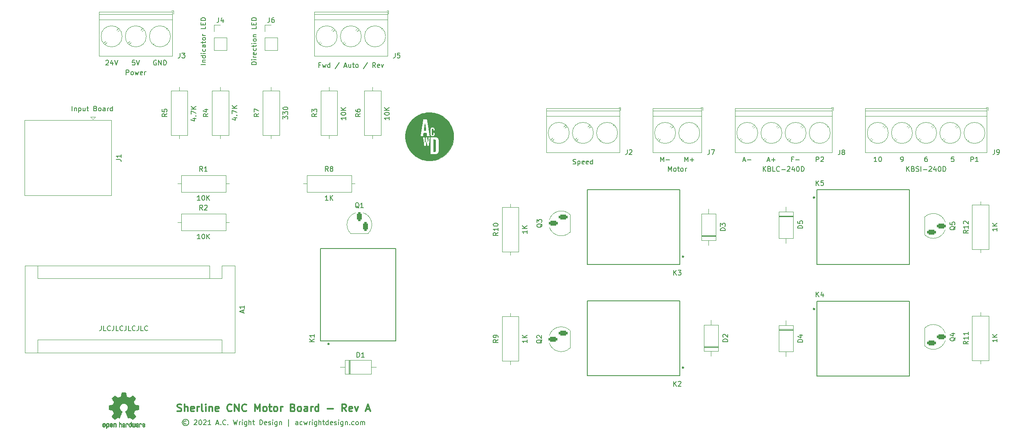
<source format=gto>
%TF.GenerationSoftware,KiCad,Pcbnew,(6.0.0-rc1-172-gb8b8c0d34c)*%
%TF.CreationDate,2021-12-08T11:19:38-06:00*%
%TF.ProjectId,Motor Board,4d6f746f-7220-4426-9f61-72642e6b6963,rev?*%
%TF.SameCoordinates,Original*%
%TF.FileFunction,Legend,Top*%
%TF.FilePolarity,Positive*%
%FSLAX46Y46*%
G04 Gerber Fmt 4.6, Leading zero omitted, Abs format (unit mm)*
G04 Created by KiCad (PCBNEW (6.0.0-rc1-172-gb8b8c0d34c)) date 2021-12-08 11:19:38*
%MOMM*%
%LPD*%
G01*
G04 APERTURE LIST*
G04 Aperture macros list*
%AMRoundRect*
0 Rectangle with rounded corners*
0 $1 Rounding radius*
0 $2 $3 $4 $5 $6 $7 $8 $9 X,Y pos of 4 corners*
0 Add a 4 corners polygon primitive as box body*
4,1,4,$2,$3,$4,$5,$6,$7,$8,$9,$2,$3,0*
0 Add four circle primitives for the rounded corners*
1,1,$1+$1,$2,$3*
1,1,$1+$1,$4,$5*
1,1,$1+$1,$6,$7*
1,1,$1+$1,$8,$9*
0 Add four rect primitives between the rounded corners*
20,1,$1+$1,$2,$3,$4,$5,0*
20,1,$1+$1,$4,$5,$6,$7,0*
20,1,$1+$1,$6,$7,$8,$9,0*
20,1,$1+$1,$8,$9,$2,$3,0*%
G04 Aperture macros list end*
%ADD10C,0.150000*%
%ADD11C,0.300000*%
%ADD12C,0.120000*%
%ADD13C,0.127000*%
%ADD14C,0.010000*%
%ADD15O,1.600000X1.600000*%
%ADD16C,1.600000*%
%ADD17C,1.980000*%
%ADD18C,1.935000*%
%ADD19R,1.980000X1.980000*%
%ADD20R,1.800000X1.100000*%
%ADD21RoundRect,0.275000X-0.625000X0.275000X-0.625000X-0.275000X0.625000X-0.275000X0.625000X0.275000X0*%
%ADD22RoundRect,0.275000X0.625000X-0.275000X0.625000X0.275000X-0.625000X0.275000X-0.625000X-0.275000X0*%
%ADD23RoundRect,0.275000X-0.275000X-0.625000X0.275000X-0.625000X0.275000X0.625000X-0.275000X0.625000X0*%
%ADD24R,1.100000X1.800000*%
%ADD25R,2.600000X2.600000*%
%ADD26C,2.600000*%
%ADD27O,1.700000X1.700000*%
%ADD28R,1.700000X1.700000*%
%ADD29C,1.500000*%
%ADD30R,1.500000X1.500000*%
%ADD31C,3.200000*%
%ADD32O,2.200000X2.200000*%
%ADD33R,2.200000X2.200000*%
%ADD34R,1.600000X1.600000*%
G04 APERTURE END LIST*
D10*
X75476190Y-141190476D02*
X75380952Y-141142857D01*
X75190476Y-141142857D01*
X75095238Y-141190476D01*
X75000000Y-141285714D01*
X74952380Y-141380952D01*
X74952380Y-141571428D01*
X75000000Y-141666666D01*
X75095238Y-141761904D01*
X75190476Y-141809523D01*
X75380952Y-141809523D01*
X75476190Y-141761904D01*
X75285714Y-140809523D02*
X75047619Y-140857142D01*
X74809523Y-141000000D01*
X74666666Y-141238095D01*
X74619047Y-141476190D01*
X74666666Y-141714285D01*
X74809523Y-141952380D01*
X75047619Y-142095238D01*
X75285714Y-142142857D01*
X75523809Y-142095238D01*
X75761904Y-141952380D01*
X75904761Y-141714285D01*
X75952380Y-141476190D01*
X75904761Y-141238095D01*
X75761904Y-141000000D01*
X75523809Y-140857142D01*
X75285714Y-140809523D01*
X77095238Y-141047619D02*
X77142857Y-141000000D01*
X77238095Y-140952380D01*
X77476190Y-140952380D01*
X77571428Y-141000000D01*
X77619047Y-141047619D01*
X77666666Y-141142857D01*
X77666666Y-141238095D01*
X77619047Y-141380952D01*
X77047619Y-141952380D01*
X77666666Y-141952380D01*
X78285714Y-140952380D02*
X78380952Y-140952380D01*
X78476190Y-141000000D01*
X78523809Y-141047619D01*
X78571428Y-141142857D01*
X78619047Y-141333333D01*
X78619047Y-141571428D01*
X78571428Y-141761904D01*
X78523809Y-141857142D01*
X78476190Y-141904761D01*
X78380952Y-141952380D01*
X78285714Y-141952380D01*
X78190476Y-141904761D01*
X78142857Y-141857142D01*
X78095238Y-141761904D01*
X78047619Y-141571428D01*
X78047619Y-141333333D01*
X78095238Y-141142857D01*
X78142857Y-141047619D01*
X78190476Y-141000000D01*
X78285714Y-140952380D01*
X79000000Y-141047619D02*
X79047619Y-141000000D01*
X79142857Y-140952380D01*
X79380952Y-140952380D01*
X79476190Y-141000000D01*
X79523809Y-141047619D01*
X79571428Y-141142857D01*
X79571428Y-141238095D01*
X79523809Y-141380952D01*
X78952380Y-141952380D01*
X79571428Y-141952380D01*
X80523809Y-141952380D02*
X79952380Y-141952380D01*
X80238095Y-141952380D02*
X80238095Y-140952380D01*
X80142857Y-141095238D01*
X80047619Y-141190476D01*
X79952380Y-141238095D01*
X81666666Y-141666666D02*
X82142857Y-141666666D01*
X81571428Y-141952380D02*
X81904761Y-140952380D01*
X82238095Y-141952380D01*
X82571428Y-141857142D02*
X82619047Y-141904761D01*
X82571428Y-141952380D01*
X82523809Y-141904761D01*
X82571428Y-141857142D01*
X82571428Y-141952380D01*
X83619047Y-141857142D02*
X83571428Y-141904761D01*
X83428571Y-141952380D01*
X83333333Y-141952380D01*
X83190476Y-141904761D01*
X83095238Y-141809523D01*
X83047619Y-141714285D01*
X83000000Y-141523809D01*
X83000000Y-141380952D01*
X83047619Y-141190476D01*
X83095238Y-141095238D01*
X83190476Y-141000000D01*
X83333333Y-140952380D01*
X83428571Y-140952380D01*
X83571428Y-141000000D01*
X83619047Y-141047619D01*
X84047619Y-141857142D02*
X84095238Y-141904761D01*
X84047619Y-141952380D01*
X84000000Y-141904761D01*
X84047619Y-141857142D01*
X84047619Y-141952380D01*
X85190476Y-140952380D02*
X85428571Y-141952380D01*
X85619047Y-141238095D01*
X85809523Y-141952380D01*
X86047619Y-140952380D01*
X86428571Y-141952380D02*
X86428571Y-141285714D01*
X86428571Y-141476190D02*
X86476190Y-141380952D01*
X86523809Y-141333333D01*
X86619047Y-141285714D01*
X86714285Y-141285714D01*
X87047619Y-141952380D02*
X87047619Y-141285714D01*
X87047619Y-140952380D02*
X87000000Y-141000000D01*
X87047619Y-141047619D01*
X87095238Y-141000000D01*
X87047619Y-140952380D01*
X87047619Y-141047619D01*
X87952380Y-141285714D02*
X87952380Y-142095238D01*
X87904761Y-142190476D01*
X87857142Y-142238095D01*
X87761904Y-142285714D01*
X87619047Y-142285714D01*
X87523809Y-142238095D01*
X87952380Y-141904761D02*
X87857142Y-141952380D01*
X87666666Y-141952380D01*
X87571428Y-141904761D01*
X87523809Y-141857142D01*
X87476190Y-141761904D01*
X87476190Y-141476190D01*
X87523809Y-141380952D01*
X87571428Y-141333333D01*
X87666666Y-141285714D01*
X87857142Y-141285714D01*
X87952380Y-141333333D01*
X88428571Y-141952380D02*
X88428571Y-140952380D01*
X88857142Y-141952380D02*
X88857142Y-141428571D01*
X88809523Y-141333333D01*
X88714285Y-141285714D01*
X88571428Y-141285714D01*
X88476190Y-141333333D01*
X88428571Y-141380952D01*
X89190476Y-141285714D02*
X89571428Y-141285714D01*
X89333333Y-140952380D02*
X89333333Y-141809523D01*
X89380952Y-141904761D01*
X89476190Y-141952380D01*
X89571428Y-141952380D01*
X90666666Y-141952380D02*
X90666666Y-140952380D01*
X90904761Y-140952380D01*
X91047619Y-141000000D01*
X91142857Y-141095238D01*
X91190476Y-141190476D01*
X91238095Y-141380952D01*
X91238095Y-141523809D01*
X91190476Y-141714285D01*
X91142857Y-141809523D01*
X91047619Y-141904761D01*
X90904761Y-141952380D01*
X90666666Y-141952380D01*
X92047619Y-141904761D02*
X91952380Y-141952380D01*
X91761904Y-141952380D01*
X91666666Y-141904761D01*
X91619047Y-141809523D01*
X91619047Y-141428571D01*
X91666666Y-141333333D01*
X91761904Y-141285714D01*
X91952380Y-141285714D01*
X92047619Y-141333333D01*
X92095238Y-141428571D01*
X92095238Y-141523809D01*
X91619047Y-141619047D01*
X92476190Y-141904761D02*
X92571428Y-141952380D01*
X92761904Y-141952380D01*
X92857142Y-141904761D01*
X92904761Y-141809523D01*
X92904761Y-141761904D01*
X92857142Y-141666666D01*
X92761904Y-141619047D01*
X92619047Y-141619047D01*
X92523809Y-141571428D01*
X92476190Y-141476190D01*
X92476190Y-141428571D01*
X92523809Y-141333333D01*
X92619047Y-141285714D01*
X92761904Y-141285714D01*
X92857142Y-141333333D01*
X93333333Y-141952380D02*
X93333333Y-141285714D01*
X93333333Y-140952380D02*
X93285714Y-141000000D01*
X93333333Y-141047619D01*
X93380952Y-141000000D01*
X93333333Y-140952380D01*
X93333333Y-141047619D01*
X94238095Y-141285714D02*
X94238095Y-142095238D01*
X94190476Y-142190476D01*
X94142857Y-142238095D01*
X94047619Y-142285714D01*
X93904761Y-142285714D01*
X93809523Y-142238095D01*
X94238095Y-141904761D02*
X94142857Y-141952380D01*
X93952380Y-141952380D01*
X93857142Y-141904761D01*
X93809523Y-141857142D01*
X93761904Y-141761904D01*
X93761904Y-141476190D01*
X93809523Y-141380952D01*
X93857142Y-141333333D01*
X93952380Y-141285714D01*
X94142857Y-141285714D01*
X94238095Y-141333333D01*
X94714285Y-141285714D02*
X94714285Y-141952380D01*
X94714285Y-141380952D02*
X94761904Y-141333333D01*
X94857142Y-141285714D01*
X95000000Y-141285714D01*
X95095238Y-141333333D01*
X95142857Y-141428571D01*
X95142857Y-141952380D01*
X96619047Y-142285714D02*
X96619047Y-140857142D01*
X98523809Y-141952380D02*
X98523809Y-141428571D01*
X98476190Y-141333333D01*
X98380952Y-141285714D01*
X98190476Y-141285714D01*
X98095238Y-141333333D01*
X98523809Y-141904761D02*
X98428571Y-141952380D01*
X98190476Y-141952380D01*
X98095238Y-141904761D01*
X98047619Y-141809523D01*
X98047619Y-141714285D01*
X98095238Y-141619047D01*
X98190476Y-141571428D01*
X98428571Y-141571428D01*
X98523809Y-141523809D01*
X99428571Y-141904761D02*
X99333333Y-141952380D01*
X99142857Y-141952380D01*
X99047619Y-141904761D01*
X99000000Y-141857142D01*
X98952380Y-141761904D01*
X98952380Y-141476190D01*
X99000000Y-141380952D01*
X99047619Y-141333333D01*
X99142857Y-141285714D01*
X99333333Y-141285714D01*
X99428571Y-141333333D01*
X99761904Y-141285714D02*
X99952380Y-141952380D01*
X100142857Y-141476190D01*
X100333333Y-141952380D01*
X100523809Y-141285714D01*
X100904761Y-141952380D02*
X100904761Y-141285714D01*
X100904761Y-141476190D02*
X100952380Y-141380952D01*
X101000000Y-141333333D01*
X101095238Y-141285714D01*
X101190476Y-141285714D01*
X101523809Y-141952380D02*
X101523809Y-141285714D01*
X101523809Y-140952380D02*
X101476190Y-141000000D01*
X101523809Y-141047619D01*
X101571428Y-141000000D01*
X101523809Y-140952380D01*
X101523809Y-141047619D01*
X102428571Y-141285714D02*
X102428571Y-142095238D01*
X102380952Y-142190476D01*
X102333333Y-142238095D01*
X102238095Y-142285714D01*
X102095238Y-142285714D01*
X102000000Y-142238095D01*
X102428571Y-141904761D02*
X102333333Y-141952380D01*
X102142857Y-141952380D01*
X102047619Y-141904761D01*
X102000000Y-141857142D01*
X101952380Y-141761904D01*
X101952380Y-141476190D01*
X102000000Y-141380952D01*
X102047619Y-141333333D01*
X102142857Y-141285714D01*
X102333333Y-141285714D01*
X102428571Y-141333333D01*
X102904761Y-141952380D02*
X102904761Y-140952380D01*
X103333333Y-141952380D02*
X103333333Y-141428571D01*
X103285714Y-141333333D01*
X103190476Y-141285714D01*
X103047619Y-141285714D01*
X102952380Y-141333333D01*
X102904761Y-141380952D01*
X103666666Y-141285714D02*
X104047619Y-141285714D01*
X103809523Y-140952380D02*
X103809523Y-141809523D01*
X103857142Y-141904761D01*
X103952380Y-141952380D01*
X104047619Y-141952380D01*
X104809523Y-141952380D02*
X104809523Y-140952380D01*
X104809523Y-141904761D02*
X104714285Y-141952380D01*
X104523809Y-141952380D01*
X104428571Y-141904761D01*
X104380952Y-141857142D01*
X104333333Y-141761904D01*
X104333333Y-141476190D01*
X104380952Y-141380952D01*
X104428571Y-141333333D01*
X104523809Y-141285714D01*
X104714285Y-141285714D01*
X104809523Y-141333333D01*
X105666666Y-141904761D02*
X105571428Y-141952380D01*
X105380952Y-141952380D01*
X105285714Y-141904761D01*
X105238095Y-141809523D01*
X105238095Y-141428571D01*
X105285714Y-141333333D01*
X105380952Y-141285714D01*
X105571428Y-141285714D01*
X105666666Y-141333333D01*
X105714285Y-141428571D01*
X105714285Y-141523809D01*
X105238095Y-141619047D01*
X106095238Y-141904761D02*
X106190476Y-141952380D01*
X106380952Y-141952380D01*
X106476190Y-141904761D01*
X106523809Y-141809523D01*
X106523809Y-141761904D01*
X106476190Y-141666666D01*
X106380952Y-141619047D01*
X106238095Y-141619047D01*
X106142857Y-141571428D01*
X106095238Y-141476190D01*
X106095238Y-141428571D01*
X106142857Y-141333333D01*
X106238095Y-141285714D01*
X106380952Y-141285714D01*
X106476190Y-141333333D01*
X106952380Y-141952380D02*
X106952380Y-141285714D01*
X106952380Y-140952380D02*
X106904761Y-141000000D01*
X106952380Y-141047619D01*
X107000000Y-141000000D01*
X106952380Y-140952380D01*
X106952380Y-141047619D01*
X107857142Y-141285714D02*
X107857142Y-142095238D01*
X107809523Y-142190476D01*
X107761904Y-142238095D01*
X107666666Y-142285714D01*
X107523809Y-142285714D01*
X107428571Y-142238095D01*
X107857142Y-141904761D02*
X107761904Y-141952380D01*
X107571428Y-141952380D01*
X107476190Y-141904761D01*
X107428571Y-141857142D01*
X107380952Y-141761904D01*
X107380952Y-141476190D01*
X107428571Y-141380952D01*
X107476190Y-141333333D01*
X107571428Y-141285714D01*
X107761904Y-141285714D01*
X107857142Y-141333333D01*
X108333333Y-141285714D02*
X108333333Y-141952380D01*
X108333333Y-141380952D02*
X108380952Y-141333333D01*
X108476190Y-141285714D01*
X108619047Y-141285714D01*
X108714285Y-141333333D01*
X108761904Y-141428571D01*
X108761904Y-141952380D01*
X109238095Y-141857142D02*
X109285714Y-141904761D01*
X109238095Y-141952380D01*
X109190476Y-141904761D01*
X109238095Y-141857142D01*
X109238095Y-141952380D01*
X110142857Y-141904761D02*
X110047619Y-141952380D01*
X109857142Y-141952380D01*
X109761904Y-141904761D01*
X109714285Y-141857142D01*
X109666666Y-141761904D01*
X109666666Y-141476190D01*
X109714285Y-141380952D01*
X109761904Y-141333333D01*
X109857142Y-141285714D01*
X110047619Y-141285714D01*
X110142857Y-141333333D01*
X110714285Y-141952380D02*
X110619047Y-141904761D01*
X110571428Y-141857142D01*
X110523809Y-141761904D01*
X110523809Y-141476190D01*
X110571428Y-141380952D01*
X110619047Y-141333333D01*
X110714285Y-141285714D01*
X110857142Y-141285714D01*
X110952380Y-141333333D01*
X111000000Y-141380952D01*
X111047619Y-141476190D01*
X111047619Y-141761904D01*
X111000000Y-141857142D01*
X110952380Y-141904761D01*
X110857142Y-141952380D01*
X110714285Y-141952380D01*
X111476190Y-141952380D02*
X111476190Y-141285714D01*
X111476190Y-141380952D02*
X111523809Y-141333333D01*
X111619047Y-141285714D01*
X111761904Y-141285714D01*
X111857142Y-141333333D01*
X111904761Y-141428571D01*
X111904761Y-141952380D01*
X111904761Y-141428571D02*
X111952380Y-141333333D01*
X112047619Y-141285714D01*
X112190476Y-141285714D01*
X112285714Y-141333333D01*
X112333333Y-141428571D01*
X112333333Y-141952380D01*
D11*
X73607142Y-139107142D02*
X73821428Y-139178571D01*
X74178571Y-139178571D01*
X74321428Y-139107142D01*
X74392857Y-139035714D01*
X74464285Y-138892857D01*
X74464285Y-138750000D01*
X74392857Y-138607142D01*
X74321428Y-138535714D01*
X74178571Y-138464285D01*
X73892857Y-138392857D01*
X73750000Y-138321428D01*
X73678571Y-138250000D01*
X73607142Y-138107142D01*
X73607142Y-137964285D01*
X73678571Y-137821428D01*
X73750000Y-137750000D01*
X73892857Y-137678571D01*
X74250000Y-137678571D01*
X74464285Y-137750000D01*
X75107142Y-139178571D02*
X75107142Y-137678571D01*
X75750000Y-139178571D02*
X75750000Y-138392857D01*
X75678571Y-138250000D01*
X75535714Y-138178571D01*
X75321428Y-138178571D01*
X75178571Y-138250000D01*
X75107142Y-138321428D01*
X77035714Y-139107142D02*
X76892857Y-139178571D01*
X76607142Y-139178571D01*
X76464285Y-139107142D01*
X76392857Y-138964285D01*
X76392857Y-138392857D01*
X76464285Y-138250000D01*
X76607142Y-138178571D01*
X76892857Y-138178571D01*
X77035714Y-138250000D01*
X77107142Y-138392857D01*
X77107142Y-138535714D01*
X76392857Y-138678571D01*
X77750000Y-139178571D02*
X77750000Y-138178571D01*
X77750000Y-138464285D02*
X77821428Y-138321428D01*
X77892857Y-138250000D01*
X78035714Y-138178571D01*
X78178571Y-138178571D01*
X78892857Y-139178571D02*
X78750000Y-139107142D01*
X78678571Y-138964285D01*
X78678571Y-137678571D01*
X79464285Y-139178571D02*
X79464285Y-138178571D01*
X79464285Y-137678571D02*
X79392857Y-137750000D01*
X79464285Y-137821428D01*
X79535714Y-137750000D01*
X79464285Y-137678571D01*
X79464285Y-137821428D01*
X80178571Y-138178571D02*
X80178571Y-139178571D01*
X80178571Y-138321428D02*
X80250000Y-138250000D01*
X80392857Y-138178571D01*
X80607142Y-138178571D01*
X80750000Y-138250000D01*
X80821428Y-138392857D01*
X80821428Y-139178571D01*
X82107142Y-139107142D02*
X81964285Y-139178571D01*
X81678571Y-139178571D01*
X81535714Y-139107142D01*
X81464285Y-138964285D01*
X81464285Y-138392857D01*
X81535714Y-138250000D01*
X81678571Y-138178571D01*
X81964285Y-138178571D01*
X82107142Y-138250000D01*
X82178571Y-138392857D01*
X82178571Y-138535714D01*
X81464285Y-138678571D01*
X84821428Y-139035714D02*
X84750000Y-139107142D01*
X84535714Y-139178571D01*
X84392857Y-139178571D01*
X84178571Y-139107142D01*
X84035714Y-138964285D01*
X83964285Y-138821428D01*
X83892857Y-138535714D01*
X83892857Y-138321428D01*
X83964285Y-138035714D01*
X84035714Y-137892857D01*
X84178571Y-137750000D01*
X84392857Y-137678571D01*
X84535714Y-137678571D01*
X84750000Y-137750000D01*
X84821428Y-137821428D01*
X85464285Y-139178571D02*
X85464285Y-137678571D01*
X86321428Y-139178571D01*
X86321428Y-137678571D01*
X87892857Y-139035714D02*
X87821428Y-139107142D01*
X87607142Y-139178571D01*
X87464285Y-139178571D01*
X87250000Y-139107142D01*
X87107142Y-138964285D01*
X87035714Y-138821428D01*
X86964285Y-138535714D01*
X86964285Y-138321428D01*
X87035714Y-138035714D01*
X87107142Y-137892857D01*
X87250000Y-137750000D01*
X87464285Y-137678571D01*
X87607142Y-137678571D01*
X87821428Y-137750000D01*
X87892857Y-137821428D01*
X89678571Y-139178571D02*
X89678571Y-137678571D01*
X90178571Y-138750000D01*
X90678571Y-137678571D01*
X90678571Y-139178571D01*
X91607142Y-139178571D02*
X91464285Y-139107142D01*
X91392857Y-139035714D01*
X91321428Y-138892857D01*
X91321428Y-138464285D01*
X91392857Y-138321428D01*
X91464285Y-138250000D01*
X91607142Y-138178571D01*
X91821428Y-138178571D01*
X91964285Y-138250000D01*
X92035714Y-138321428D01*
X92107142Y-138464285D01*
X92107142Y-138892857D01*
X92035714Y-139035714D01*
X91964285Y-139107142D01*
X91821428Y-139178571D01*
X91607142Y-139178571D01*
X92535714Y-138178571D02*
X93107142Y-138178571D01*
X92750000Y-137678571D02*
X92750000Y-138964285D01*
X92821428Y-139107142D01*
X92964285Y-139178571D01*
X93107142Y-139178571D01*
X93821428Y-139178571D02*
X93678571Y-139107142D01*
X93607142Y-139035714D01*
X93535714Y-138892857D01*
X93535714Y-138464285D01*
X93607142Y-138321428D01*
X93678571Y-138250000D01*
X93821428Y-138178571D01*
X94035714Y-138178571D01*
X94178571Y-138250000D01*
X94250000Y-138321428D01*
X94321428Y-138464285D01*
X94321428Y-138892857D01*
X94250000Y-139035714D01*
X94178571Y-139107142D01*
X94035714Y-139178571D01*
X93821428Y-139178571D01*
X94964285Y-139178571D02*
X94964285Y-138178571D01*
X94964285Y-138464285D02*
X95035714Y-138321428D01*
X95107142Y-138250000D01*
X95250000Y-138178571D01*
X95392857Y-138178571D01*
X97535714Y-138392857D02*
X97750000Y-138464285D01*
X97821428Y-138535714D01*
X97892857Y-138678571D01*
X97892857Y-138892857D01*
X97821428Y-139035714D01*
X97750000Y-139107142D01*
X97607142Y-139178571D01*
X97035714Y-139178571D01*
X97035714Y-137678571D01*
X97535714Y-137678571D01*
X97678571Y-137750000D01*
X97750000Y-137821428D01*
X97821428Y-137964285D01*
X97821428Y-138107142D01*
X97750000Y-138250000D01*
X97678571Y-138321428D01*
X97535714Y-138392857D01*
X97035714Y-138392857D01*
X98750000Y-139178571D02*
X98607142Y-139107142D01*
X98535714Y-139035714D01*
X98464285Y-138892857D01*
X98464285Y-138464285D01*
X98535714Y-138321428D01*
X98607142Y-138250000D01*
X98750000Y-138178571D01*
X98964285Y-138178571D01*
X99107142Y-138250000D01*
X99178571Y-138321428D01*
X99250000Y-138464285D01*
X99250000Y-138892857D01*
X99178571Y-139035714D01*
X99107142Y-139107142D01*
X98964285Y-139178571D01*
X98750000Y-139178571D01*
X100535714Y-139178571D02*
X100535714Y-138392857D01*
X100464285Y-138250000D01*
X100321428Y-138178571D01*
X100035714Y-138178571D01*
X99892857Y-138250000D01*
X100535714Y-139107142D02*
X100392857Y-139178571D01*
X100035714Y-139178571D01*
X99892857Y-139107142D01*
X99821428Y-138964285D01*
X99821428Y-138821428D01*
X99892857Y-138678571D01*
X100035714Y-138607142D01*
X100392857Y-138607142D01*
X100535714Y-138535714D01*
X101250000Y-139178571D02*
X101250000Y-138178571D01*
X101250000Y-138464285D02*
X101321428Y-138321428D01*
X101392857Y-138250000D01*
X101535714Y-138178571D01*
X101678571Y-138178571D01*
X102821428Y-139178571D02*
X102821428Y-137678571D01*
X102821428Y-139107142D02*
X102678571Y-139178571D01*
X102392857Y-139178571D01*
X102250000Y-139107142D01*
X102178571Y-139035714D01*
X102107142Y-138892857D01*
X102107142Y-138464285D01*
X102178571Y-138321428D01*
X102250000Y-138250000D01*
X102392857Y-138178571D01*
X102678571Y-138178571D01*
X102821428Y-138250000D01*
X104678571Y-138607142D02*
X105821428Y-138607142D01*
X108535714Y-139178571D02*
X108035714Y-138464285D01*
X107678571Y-139178571D02*
X107678571Y-137678571D01*
X108250000Y-137678571D01*
X108392857Y-137750000D01*
X108464285Y-137821428D01*
X108535714Y-137964285D01*
X108535714Y-138178571D01*
X108464285Y-138321428D01*
X108392857Y-138392857D01*
X108250000Y-138464285D01*
X107678571Y-138464285D01*
X109750000Y-139107142D02*
X109607142Y-139178571D01*
X109321428Y-139178571D01*
X109178571Y-139107142D01*
X109107142Y-138964285D01*
X109107142Y-138392857D01*
X109178571Y-138250000D01*
X109321428Y-138178571D01*
X109607142Y-138178571D01*
X109750000Y-138250000D01*
X109821428Y-138392857D01*
X109821428Y-138535714D01*
X109107142Y-138678571D01*
X110321428Y-138178571D02*
X110678571Y-139178571D01*
X111035714Y-138178571D01*
X112678571Y-138750000D02*
X113392857Y-138750000D01*
X112535714Y-139178571D02*
X113035714Y-137678571D01*
X113535714Y-139178571D01*
D10*
X57880952Y-121452380D02*
X57880952Y-122166666D01*
X57833333Y-122309523D01*
X57738095Y-122404761D01*
X57595238Y-122452380D01*
X57500000Y-122452380D01*
X58833333Y-122452380D02*
X58357142Y-122452380D01*
X58357142Y-121452380D01*
X59738095Y-122357142D02*
X59690476Y-122404761D01*
X59547619Y-122452380D01*
X59452380Y-122452380D01*
X59309523Y-122404761D01*
X59214285Y-122309523D01*
X59166666Y-122214285D01*
X59119047Y-122023809D01*
X59119047Y-121880952D01*
X59166666Y-121690476D01*
X59214285Y-121595238D01*
X59309523Y-121500000D01*
X59452380Y-121452380D01*
X59547619Y-121452380D01*
X59690476Y-121500000D01*
X59738095Y-121547619D01*
X60452380Y-121452380D02*
X60452380Y-122166666D01*
X60404761Y-122309523D01*
X60309523Y-122404761D01*
X60166666Y-122452380D01*
X60071428Y-122452380D01*
X61404761Y-122452380D02*
X60928571Y-122452380D01*
X60928571Y-121452380D01*
X62309523Y-122357142D02*
X62261904Y-122404761D01*
X62119047Y-122452380D01*
X62023809Y-122452380D01*
X61880952Y-122404761D01*
X61785714Y-122309523D01*
X61738095Y-122214285D01*
X61690476Y-122023809D01*
X61690476Y-121880952D01*
X61738095Y-121690476D01*
X61785714Y-121595238D01*
X61880952Y-121500000D01*
X62023809Y-121452380D01*
X62119047Y-121452380D01*
X62261904Y-121500000D01*
X62309523Y-121547619D01*
X63023809Y-121452380D02*
X63023809Y-122166666D01*
X62976190Y-122309523D01*
X62880952Y-122404761D01*
X62738095Y-122452380D01*
X62642857Y-122452380D01*
X63976190Y-122452380D02*
X63500000Y-122452380D01*
X63500000Y-121452380D01*
X64880952Y-122357142D02*
X64833333Y-122404761D01*
X64690476Y-122452380D01*
X64595238Y-122452380D01*
X64452380Y-122404761D01*
X64357142Y-122309523D01*
X64309523Y-122214285D01*
X64261904Y-122023809D01*
X64261904Y-121880952D01*
X64309523Y-121690476D01*
X64357142Y-121595238D01*
X64452380Y-121500000D01*
X64595238Y-121452380D01*
X64690476Y-121452380D01*
X64833333Y-121500000D01*
X64880952Y-121547619D01*
X65595238Y-121452380D02*
X65595238Y-122166666D01*
X65547619Y-122309523D01*
X65452380Y-122404761D01*
X65309523Y-122452380D01*
X65214285Y-122452380D01*
X66547619Y-122452380D02*
X66071428Y-122452380D01*
X66071428Y-121452380D01*
X67452380Y-122357142D02*
X67404761Y-122404761D01*
X67261904Y-122452380D01*
X67166666Y-122452380D01*
X67023809Y-122404761D01*
X66928571Y-122309523D01*
X66880952Y-122214285D01*
X66833333Y-122023809D01*
X66833333Y-121880952D01*
X66880952Y-121690476D01*
X66928571Y-121595238D01*
X67023809Y-121500000D01*
X67166666Y-121452380D01*
X67261904Y-121452380D01*
X67404761Y-121500000D01*
X67452380Y-121547619D01*
X218309523Y-87452380D02*
X217738095Y-87452380D01*
X218023809Y-87452380D02*
X218023809Y-86452380D01*
X217928571Y-86595238D01*
X217833333Y-86690476D01*
X217738095Y-86738095D01*
X218928571Y-86452380D02*
X219023809Y-86452380D01*
X219119047Y-86500000D01*
X219166666Y-86547619D01*
X219214285Y-86642857D01*
X219261904Y-86833333D01*
X219261904Y-87071428D01*
X219214285Y-87261904D01*
X219166666Y-87357142D01*
X219119047Y-87404761D01*
X219023809Y-87452380D01*
X218928571Y-87452380D01*
X218833333Y-87404761D01*
X218785714Y-87357142D01*
X218738095Y-87261904D01*
X218690476Y-87071428D01*
X218690476Y-86833333D01*
X218738095Y-86642857D01*
X218785714Y-86547619D01*
X218833333Y-86500000D01*
X218928571Y-86452380D01*
X223309523Y-87452380D02*
X223500000Y-87452380D01*
X223595238Y-87404761D01*
X223642857Y-87357142D01*
X223738095Y-87214285D01*
X223785714Y-87023809D01*
X223785714Y-86642857D01*
X223738095Y-86547619D01*
X223690476Y-86500000D01*
X223595238Y-86452380D01*
X223404761Y-86452380D01*
X223309523Y-86500000D01*
X223261904Y-86547619D01*
X223214285Y-86642857D01*
X223214285Y-86880952D01*
X223261904Y-86976190D01*
X223309523Y-87023809D01*
X223404761Y-87071428D01*
X223595238Y-87071428D01*
X223690476Y-87023809D01*
X223738095Y-86976190D01*
X223785714Y-86880952D01*
X228690476Y-86452380D02*
X228500000Y-86452380D01*
X228404761Y-86500000D01*
X228357142Y-86547619D01*
X228261904Y-86690476D01*
X228214285Y-86880952D01*
X228214285Y-87261904D01*
X228261904Y-87357142D01*
X228309523Y-87404761D01*
X228404761Y-87452380D01*
X228595238Y-87452380D01*
X228690476Y-87404761D01*
X228738095Y-87357142D01*
X228785714Y-87261904D01*
X228785714Y-87023809D01*
X228738095Y-86928571D01*
X228690476Y-86880952D01*
X228595238Y-86833333D01*
X228404761Y-86833333D01*
X228309523Y-86880952D01*
X228261904Y-86928571D01*
X228214285Y-87023809D01*
X234238095Y-86452380D02*
X233761904Y-86452380D01*
X233714285Y-86928571D01*
X233761904Y-86880952D01*
X233857142Y-86833333D01*
X234095238Y-86833333D01*
X234190476Y-86880952D01*
X234238095Y-86928571D01*
X234285714Y-87023809D01*
X234285714Y-87261904D01*
X234238095Y-87357142D01*
X234190476Y-87404761D01*
X234095238Y-87452380D01*
X233857142Y-87452380D01*
X233761904Y-87404761D01*
X233714285Y-87357142D01*
X237761904Y-87452380D02*
X237761904Y-86452380D01*
X238142857Y-86452380D01*
X238238095Y-86500000D01*
X238285714Y-86547619D01*
X238333333Y-86642857D01*
X238333333Y-86785714D01*
X238285714Y-86880952D01*
X238238095Y-86928571D01*
X238142857Y-86976190D01*
X237761904Y-86976190D01*
X239285714Y-87452380D02*
X238714285Y-87452380D01*
X239000000Y-87452380D02*
X239000000Y-86452380D01*
X238904761Y-86595238D01*
X238809523Y-86690476D01*
X238714285Y-86738095D01*
X205761904Y-87452380D02*
X205761904Y-86452380D01*
X206142857Y-86452380D01*
X206238095Y-86500000D01*
X206285714Y-86547619D01*
X206333333Y-86642857D01*
X206333333Y-86785714D01*
X206285714Y-86880952D01*
X206238095Y-86928571D01*
X206142857Y-86976190D01*
X205761904Y-86976190D01*
X206714285Y-86547619D02*
X206761904Y-86500000D01*
X206857142Y-86452380D01*
X207095238Y-86452380D01*
X207190476Y-86500000D01*
X207238095Y-86547619D01*
X207285714Y-86642857D01*
X207285714Y-86738095D01*
X207238095Y-86880952D01*
X206666666Y-87452380D01*
X207285714Y-87452380D01*
X201023809Y-86928571D02*
X200690476Y-86928571D01*
X200690476Y-87452380D02*
X200690476Y-86452380D01*
X201166666Y-86452380D01*
X201547619Y-87071428D02*
X202309523Y-87071428D01*
X195642857Y-87166666D02*
X196119047Y-87166666D01*
X195547619Y-87452380D02*
X195880952Y-86452380D01*
X196214285Y-87452380D01*
X196547619Y-87071428D02*
X197309523Y-87071428D01*
X196928571Y-87452380D02*
X196928571Y-86690476D01*
X190642857Y-87166666D02*
X191119047Y-87166666D01*
X190547619Y-87452380D02*
X190880952Y-86452380D01*
X191214285Y-87452380D01*
X191547619Y-87071428D02*
X192309523Y-87071428D01*
X178547619Y-87452380D02*
X178547619Y-86452380D01*
X178880952Y-87166666D01*
X179214285Y-86452380D01*
X179214285Y-87452380D01*
X179690476Y-87071428D02*
X180452380Y-87071428D01*
X180071428Y-87452380D02*
X180071428Y-86690476D01*
X173547619Y-87452380D02*
X173547619Y-86452380D01*
X173880952Y-87166666D01*
X174214285Y-86452380D01*
X174214285Y-87452380D01*
X174690476Y-87071428D02*
X175452380Y-87071428D01*
X69238095Y-66500000D02*
X69142857Y-66452380D01*
X69000000Y-66452380D01*
X68857142Y-66500000D01*
X68761904Y-66595238D01*
X68714285Y-66690476D01*
X68666666Y-66880952D01*
X68666666Y-67023809D01*
X68714285Y-67214285D01*
X68761904Y-67309523D01*
X68857142Y-67404761D01*
X69000000Y-67452380D01*
X69095238Y-67452380D01*
X69238095Y-67404761D01*
X69285714Y-67357142D01*
X69285714Y-67023809D01*
X69095238Y-67023809D01*
X69714285Y-67452380D02*
X69714285Y-66452380D01*
X70285714Y-67452380D01*
X70285714Y-66452380D01*
X70761904Y-67452380D02*
X70761904Y-66452380D01*
X71000000Y-66452380D01*
X71142857Y-66500000D01*
X71238095Y-66595238D01*
X71285714Y-66690476D01*
X71333333Y-66880952D01*
X71333333Y-67023809D01*
X71285714Y-67214285D01*
X71238095Y-67309523D01*
X71142857Y-67404761D01*
X71000000Y-67452380D01*
X70761904Y-67452380D01*
X64809523Y-66452380D02*
X64333333Y-66452380D01*
X64285714Y-66928571D01*
X64333333Y-66880952D01*
X64428571Y-66833333D01*
X64666666Y-66833333D01*
X64761904Y-66880952D01*
X64809523Y-66928571D01*
X64857142Y-67023809D01*
X64857142Y-67261904D01*
X64809523Y-67357142D01*
X64761904Y-67404761D01*
X64666666Y-67452380D01*
X64428571Y-67452380D01*
X64333333Y-67404761D01*
X64285714Y-67357142D01*
X65142857Y-66452380D02*
X65476190Y-67452380D01*
X65809523Y-66452380D01*
X58809523Y-66547619D02*
X58857142Y-66500000D01*
X58952380Y-66452380D01*
X59190476Y-66452380D01*
X59285714Y-66500000D01*
X59333333Y-66547619D01*
X59380952Y-66642857D01*
X59380952Y-66738095D01*
X59333333Y-66880952D01*
X58761904Y-67452380D01*
X59380952Y-67452380D01*
X60238095Y-66785714D02*
X60238095Y-67452380D01*
X60000000Y-66404761D02*
X59761904Y-67119047D01*
X60380952Y-67119047D01*
X60619047Y-66452380D02*
X60952380Y-67452380D01*
X61285714Y-66452380D01*
X237202380Y-124642857D02*
X236726190Y-124976190D01*
X237202380Y-125214285D02*
X236202380Y-125214285D01*
X236202380Y-124833333D01*
X236250000Y-124738095D01*
X236297619Y-124690476D01*
X236392857Y-124642857D01*
X236535714Y-124642857D01*
X236630952Y-124690476D01*
X236678571Y-124738095D01*
X236726190Y-124833333D01*
X236726190Y-125214285D01*
X237202380Y-123690476D02*
X237202380Y-124261904D01*
X237202380Y-123976190D02*
X236202380Y-123976190D01*
X236345238Y-124071428D01*
X236440476Y-124166666D01*
X236488095Y-124261904D01*
X237202380Y-122738095D02*
X237202380Y-123309523D01*
X237202380Y-123023809D02*
X236202380Y-123023809D01*
X236345238Y-123119047D01*
X236440476Y-123214285D01*
X236488095Y-123309523D01*
X243202380Y-124214285D02*
X243202380Y-124785714D01*
X243202380Y-124500000D02*
X242202380Y-124500000D01*
X242345238Y-124595238D01*
X242440476Y-124690476D01*
X242488095Y-124785714D01*
X243202380Y-123785714D02*
X242202380Y-123785714D01*
X243202380Y-123214285D02*
X242630952Y-123642857D01*
X242202380Y-123214285D02*
X242773809Y-123785714D01*
X101952423Y-124738164D02*
X100952329Y-124738164D01*
X101952423Y-124166682D02*
X101380941Y-124595294D01*
X100952329Y-124166682D02*
X101523811Y-124738164D01*
X101952423Y-123214211D02*
X101952423Y-123785694D01*
X101952423Y-123499953D02*
X100952329Y-123499953D01*
X101095200Y-123595200D01*
X101190447Y-123690447D01*
X101238070Y-123785694D01*
X237202380Y-101642857D02*
X236726190Y-101976190D01*
X237202380Y-102214285D02*
X236202380Y-102214285D01*
X236202380Y-101833333D01*
X236250000Y-101738095D01*
X236297619Y-101690476D01*
X236392857Y-101642857D01*
X236535714Y-101642857D01*
X236630952Y-101690476D01*
X236678571Y-101738095D01*
X236726190Y-101833333D01*
X236726190Y-102214285D01*
X237202380Y-100690476D02*
X237202380Y-101261904D01*
X237202380Y-100976190D02*
X236202380Y-100976190D01*
X236345238Y-101071428D01*
X236440476Y-101166666D01*
X236488095Y-101261904D01*
X236297619Y-100309523D02*
X236250000Y-100261904D01*
X236202380Y-100166666D01*
X236202380Y-99928571D01*
X236250000Y-99833333D01*
X236297619Y-99785714D01*
X236392857Y-99738095D01*
X236488095Y-99738095D01*
X236630952Y-99785714D01*
X237202380Y-100357142D01*
X237202380Y-99738095D01*
X243202380Y-101214285D02*
X243202380Y-101785714D01*
X243202380Y-101500000D02*
X242202380Y-101500000D01*
X242345238Y-101595238D01*
X242440476Y-101690476D01*
X242488095Y-101785714D01*
X243202380Y-100785714D02*
X242202380Y-100785714D01*
X243202380Y-100214285D02*
X242630952Y-100642857D01*
X242202380Y-100214285D02*
X242773809Y-100785714D01*
X139952380Y-102142857D02*
X139476190Y-102476190D01*
X139952380Y-102714285D02*
X138952380Y-102714285D01*
X138952380Y-102333333D01*
X139000000Y-102238095D01*
X139047619Y-102190476D01*
X139142857Y-102142857D01*
X139285714Y-102142857D01*
X139380952Y-102190476D01*
X139428571Y-102238095D01*
X139476190Y-102333333D01*
X139476190Y-102714285D01*
X139952380Y-101190476D02*
X139952380Y-101761904D01*
X139952380Y-101476190D02*
X138952380Y-101476190D01*
X139095238Y-101571428D01*
X139190476Y-101666666D01*
X139238095Y-101761904D01*
X138952380Y-100571428D02*
X138952380Y-100476190D01*
X139000000Y-100380952D01*
X139047619Y-100333333D01*
X139142857Y-100285714D01*
X139333333Y-100238095D01*
X139571428Y-100238095D01*
X139761904Y-100285714D01*
X139857142Y-100333333D01*
X139904761Y-100380952D01*
X139952380Y-100476190D01*
X139952380Y-100571428D01*
X139904761Y-100666666D01*
X139857142Y-100714285D01*
X139761904Y-100761904D01*
X139571428Y-100809523D01*
X139333333Y-100809523D01*
X139142857Y-100761904D01*
X139047619Y-100714285D01*
X139000000Y-100666666D01*
X138952380Y-100571428D01*
X145952380Y-101714285D02*
X145952380Y-102285714D01*
X145952380Y-102000000D02*
X144952380Y-102000000D01*
X145095238Y-102095238D01*
X145190476Y-102190476D01*
X145238095Y-102285714D01*
X145952380Y-101285714D02*
X144952380Y-101285714D01*
X145952380Y-100714285D02*
X145380952Y-101142857D01*
X144952380Y-100714285D02*
X145523809Y-101285714D01*
X139952380Y-124316666D02*
X139476190Y-124650000D01*
X139952380Y-124888095D02*
X138952380Y-124888095D01*
X138952380Y-124507142D01*
X139000000Y-124411904D01*
X139047619Y-124364285D01*
X139142857Y-124316666D01*
X139285714Y-124316666D01*
X139380952Y-124364285D01*
X139428571Y-124411904D01*
X139476190Y-124507142D01*
X139476190Y-124888095D01*
X139952380Y-123840476D02*
X139952380Y-123650000D01*
X139904761Y-123554761D01*
X139857142Y-123507142D01*
X139714285Y-123411904D01*
X139523809Y-123364285D01*
X139142857Y-123364285D01*
X139047619Y-123411904D01*
X139000000Y-123459523D01*
X138952380Y-123554761D01*
X138952380Y-123745238D01*
X139000000Y-123840476D01*
X139047619Y-123888095D01*
X139142857Y-123935714D01*
X139380952Y-123935714D01*
X139476190Y-123888095D01*
X139523809Y-123840476D01*
X139571428Y-123745238D01*
X139571428Y-123554761D01*
X139523809Y-123459523D01*
X139476190Y-123411904D01*
X139380952Y-123364285D01*
X145952380Y-124364285D02*
X145952380Y-124935714D01*
X145952380Y-124650000D02*
X144952380Y-124650000D01*
X145095238Y-124745238D01*
X145190476Y-124840476D01*
X145238095Y-124935714D01*
X145952380Y-123935714D02*
X144952380Y-123935714D01*
X145952380Y-123364285D02*
X145380952Y-123792857D01*
X144952380Y-123364285D02*
X145523809Y-123935714D01*
X104833333Y-89452380D02*
X104500000Y-88976190D01*
X104261904Y-89452380D02*
X104261904Y-88452380D01*
X104642857Y-88452380D01*
X104738095Y-88500000D01*
X104785714Y-88547619D01*
X104833333Y-88642857D01*
X104833333Y-88785714D01*
X104785714Y-88880952D01*
X104738095Y-88928571D01*
X104642857Y-88976190D01*
X104261904Y-88976190D01*
X105404761Y-88880952D02*
X105309523Y-88833333D01*
X105261904Y-88785714D01*
X105214285Y-88690476D01*
X105214285Y-88642857D01*
X105261904Y-88547619D01*
X105309523Y-88500000D01*
X105404761Y-88452380D01*
X105595238Y-88452380D01*
X105690476Y-88500000D01*
X105738095Y-88547619D01*
X105785714Y-88642857D01*
X105785714Y-88690476D01*
X105738095Y-88785714D01*
X105690476Y-88833333D01*
X105595238Y-88880952D01*
X105404761Y-88880952D01*
X105309523Y-88928571D01*
X105261904Y-88976190D01*
X105214285Y-89071428D01*
X105214285Y-89261904D01*
X105261904Y-89357142D01*
X105309523Y-89404761D01*
X105404761Y-89452380D01*
X105595238Y-89452380D01*
X105690476Y-89404761D01*
X105738095Y-89357142D01*
X105785714Y-89261904D01*
X105785714Y-89071428D01*
X105738095Y-88976190D01*
X105690476Y-88928571D01*
X105595238Y-88880952D01*
X104785714Y-95452380D02*
X104214285Y-95452380D01*
X104500000Y-95452380D02*
X104500000Y-94452380D01*
X104404761Y-94595238D01*
X104309523Y-94690476D01*
X104214285Y-94738095D01*
X105214285Y-95452380D02*
X105214285Y-94452380D01*
X105785714Y-95452380D02*
X105357142Y-94880952D01*
X105785714Y-94452380D02*
X105214285Y-95023809D01*
X90452380Y-77516666D02*
X89976190Y-77850000D01*
X90452380Y-78088095D02*
X89452380Y-78088095D01*
X89452380Y-77707142D01*
X89500000Y-77611904D01*
X89547619Y-77564285D01*
X89642857Y-77516666D01*
X89785714Y-77516666D01*
X89880952Y-77564285D01*
X89928571Y-77611904D01*
X89976190Y-77707142D01*
X89976190Y-78088095D01*
X89452380Y-77183333D02*
X89452380Y-76516666D01*
X90452380Y-76945238D01*
X95452380Y-78635714D02*
X95452380Y-78016666D01*
X95833333Y-78350000D01*
X95833333Y-78207142D01*
X95880952Y-78111904D01*
X95928571Y-78064285D01*
X96023809Y-78016666D01*
X96261904Y-78016666D01*
X96357142Y-78064285D01*
X96404761Y-78111904D01*
X96452380Y-78207142D01*
X96452380Y-78492857D01*
X96404761Y-78588095D01*
X96357142Y-78635714D01*
X95452380Y-77683333D02*
X95452380Y-77064285D01*
X95833333Y-77397619D01*
X95833333Y-77254761D01*
X95880952Y-77159523D01*
X95928571Y-77111904D01*
X96023809Y-77064285D01*
X96261904Y-77064285D01*
X96357142Y-77111904D01*
X96404761Y-77159523D01*
X96452380Y-77254761D01*
X96452380Y-77540476D01*
X96404761Y-77635714D01*
X96357142Y-77683333D01*
X95452380Y-76445238D02*
X95452380Y-76350000D01*
X95500000Y-76254761D01*
X95547619Y-76207142D01*
X95642857Y-76159523D01*
X95833333Y-76111904D01*
X96071428Y-76111904D01*
X96261904Y-76159523D01*
X96357142Y-76207142D01*
X96404761Y-76254761D01*
X96452380Y-76350000D01*
X96452380Y-76445238D01*
X96404761Y-76540476D01*
X96357142Y-76588095D01*
X96261904Y-76635714D01*
X96071428Y-76683333D01*
X95833333Y-76683333D01*
X95642857Y-76635714D01*
X95547619Y-76588095D01*
X95500000Y-76540476D01*
X95452380Y-76445238D01*
X111452380Y-77516666D02*
X110976190Y-77850000D01*
X111452380Y-78088095D02*
X110452380Y-78088095D01*
X110452380Y-77707142D01*
X110500000Y-77611904D01*
X110547619Y-77564285D01*
X110642857Y-77516666D01*
X110785714Y-77516666D01*
X110880952Y-77564285D01*
X110928571Y-77611904D01*
X110976190Y-77707142D01*
X110976190Y-78088095D01*
X110452380Y-76659523D02*
X110452380Y-76850000D01*
X110500000Y-76945238D01*
X110547619Y-76992857D01*
X110690476Y-77088095D01*
X110880952Y-77135714D01*
X111261904Y-77135714D01*
X111357142Y-77088095D01*
X111404761Y-77040476D01*
X111452380Y-76945238D01*
X111452380Y-76754761D01*
X111404761Y-76659523D01*
X111357142Y-76611904D01*
X111261904Y-76564285D01*
X111023809Y-76564285D01*
X110928571Y-76611904D01*
X110880952Y-76659523D01*
X110833333Y-76754761D01*
X110833333Y-76945238D01*
X110880952Y-77040476D01*
X110928571Y-77088095D01*
X111023809Y-77135714D01*
X117452380Y-78190476D02*
X117452380Y-78761904D01*
X117452380Y-78476190D02*
X116452380Y-78476190D01*
X116595238Y-78571428D01*
X116690476Y-78666666D01*
X116738095Y-78761904D01*
X116452380Y-77571428D02*
X116452380Y-77476190D01*
X116500000Y-77380952D01*
X116547619Y-77333333D01*
X116642857Y-77285714D01*
X116833333Y-77238095D01*
X117071428Y-77238095D01*
X117261904Y-77285714D01*
X117357142Y-77333333D01*
X117404761Y-77380952D01*
X117452380Y-77476190D01*
X117452380Y-77571428D01*
X117404761Y-77666666D01*
X117357142Y-77714285D01*
X117261904Y-77761904D01*
X117071428Y-77809523D01*
X116833333Y-77809523D01*
X116642857Y-77761904D01*
X116547619Y-77714285D01*
X116500000Y-77666666D01*
X116452380Y-77571428D01*
X117452380Y-76809523D02*
X116452380Y-76809523D01*
X117452380Y-76238095D02*
X116880952Y-76666666D01*
X116452380Y-76238095D02*
X117023809Y-76809523D01*
X71452380Y-77516666D02*
X70976190Y-77850000D01*
X71452380Y-78088095D02*
X70452380Y-78088095D01*
X70452380Y-77707142D01*
X70500000Y-77611904D01*
X70547619Y-77564285D01*
X70642857Y-77516666D01*
X70785714Y-77516666D01*
X70880952Y-77564285D01*
X70928571Y-77611904D01*
X70976190Y-77707142D01*
X70976190Y-78088095D01*
X70452380Y-76611904D02*
X70452380Y-77088095D01*
X70928571Y-77135714D01*
X70880952Y-77088095D01*
X70833333Y-76992857D01*
X70833333Y-76754761D01*
X70880952Y-76659523D01*
X70928571Y-76611904D01*
X71023809Y-76564285D01*
X71261904Y-76564285D01*
X71357142Y-76611904D01*
X71404761Y-76659523D01*
X71452380Y-76754761D01*
X71452380Y-76992857D01*
X71404761Y-77088095D01*
X71357142Y-77135714D01*
X76785714Y-78523809D02*
X77452380Y-78523809D01*
X76404761Y-78761904D02*
X77119047Y-79000000D01*
X77119047Y-78380952D01*
X77357142Y-78000000D02*
X77404761Y-77952380D01*
X77452380Y-78000000D01*
X77404761Y-78047619D01*
X77357142Y-78000000D01*
X77452380Y-78000000D01*
X76452380Y-77619047D02*
X76452380Y-76952380D01*
X77452380Y-77380952D01*
X77452380Y-76571428D02*
X76452380Y-76571428D01*
X77452380Y-76000000D02*
X76880952Y-76428571D01*
X76452380Y-76000000D02*
X77023809Y-76571428D01*
X79952380Y-77516666D02*
X79476190Y-77850000D01*
X79952380Y-78088095D02*
X78952380Y-78088095D01*
X78952380Y-77707142D01*
X79000000Y-77611904D01*
X79047619Y-77564285D01*
X79142857Y-77516666D01*
X79285714Y-77516666D01*
X79380952Y-77564285D01*
X79428571Y-77611904D01*
X79476190Y-77707142D01*
X79476190Y-78088095D01*
X79285714Y-76659523D02*
X79952380Y-76659523D01*
X78904761Y-76897619D02*
X79619047Y-77135714D01*
X79619047Y-76516666D01*
X85285714Y-78373809D02*
X85952380Y-78373809D01*
X84904761Y-78611904D02*
X85619047Y-78850000D01*
X85619047Y-78230952D01*
X85857142Y-77850000D02*
X85904761Y-77802380D01*
X85952380Y-77850000D01*
X85904761Y-77897619D01*
X85857142Y-77850000D01*
X85952380Y-77850000D01*
X84952380Y-77469047D02*
X84952380Y-76802380D01*
X85952380Y-77230952D01*
X85952380Y-76421428D02*
X84952380Y-76421428D01*
X85952380Y-75850000D02*
X85380952Y-76278571D01*
X84952380Y-75850000D02*
X85523809Y-76421428D01*
X102452380Y-77516666D02*
X101976190Y-77850000D01*
X102452380Y-78088095D02*
X101452380Y-78088095D01*
X101452380Y-77707142D01*
X101500000Y-77611904D01*
X101547619Y-77564285D01*
X101642857Y-77516666D01*
X101785714Y-77516666D01*
X101880952Y-77564285D01*
X101928571Y-77611904D01*
X101976190Y-77707142D01*
X101976190Y-78088095D01*
X101452380Y-77183333D02*
X101452380Y-76564285D01*
X101833333Y-76897619D01*
X101833333Y-76754761D01*
X101880952Y-76659523D01*
X101928571Y-76611904D01*
X102023809Y-76564285D01*
X102261904Y-76564285D01*
X102357142Y-76611904D01*
X102404761Y-76659523D01*
X102452380Y-76754761D01*
X102452380Y-77040476D01*
X102404761Y-77135714D01*
X102357142Y-77183333D01*
X108452380Y-78190476D02*
X108452380Y-78761904D01*
X108452380Y-78476190D02*
X107452380Y-78476190D01*
X107595238Y-78571428D01*
X107690476Y-78666666D01*
X107738095Y-78761904D01*
X107452380Y-77571428D02*
X107452380Y-77476190D01*
X107500000Y-77380952D01*
X107547619Y-77333333D01*
X107642857Y-77285714D01*
X107833333Y-77238095D01*
X108071428Y-77238095D01*
X108261904Y-77285714D01*
X108357142Y-77333333D01*
X108404761Y-77380952D01*
X108452380Y-77476190D01*
X108452380Y-77571428D01*
X108404761Y-77666666D01*
X108357142Y-77714285D01*
X108261904Y-77761904D01*
X108071428Y-77809523D01*
X107833333Y-77809523D01*
X107642857Y-77761904D01*
X107547619Y-77714285D01*
X107500000Y-77666666D01*
X107452380Y-77571428D01*
X108452380Y-76809523D02*
X107452380Y-76809523D01*
X108452380Y-76238095D02*
X107880952Y-76666666D01*
X107452380Y-76238095D02*
X108023809Y-76809523D01*
X78833333Y-97452380D02*
X78500000Y-96976190D01*
X78261904Y-97452380D02*
X78261904Y-96452380D01*
X78642857Y-96452380D01*
X78738095Y-96500000D01*
X78785714Y-96547619D01*
X78833333Y-96642857D01*
X78833333Y-96785714D01*
X78785714Y-96880952D01*
X78738095Y-96928571D01*
X78642857Y-96976190D01*
X78261904Y-96976190D01*
X79214285Y-96547619D02*
X79261904Y-96500000D01*
X79357142Y-96452380D01*
X79595238Y-96452380D01*
X79690476Y-96500000D01*
X79738095Y-96547619D01*
X79785714Y-96642857D01*
X79785714Y-96738095D01*
X79738095Y-96880952D01*
X79166666Y-97452380D01*
X79785714Y-97452380D01*
X78309523Y-103452380D02*
X77738095Y-103452380D01*
X78023809Y-103452380D02*
X78023809Y-102452380D01*
X77928571Y-102595238D01*
X77833333Y-102690476D01*
X77738095Y-102738095D01*
X78928571Y-102452380D02*
X79023809Y-102452380D01*
X79119047Y-102500000D01*
X79166666Y-102547619D01*
X79214285Y-102642857D01*
X79261904Y-102833333D01*
X79261904Y-103071428D01*
X79214285Y-103261904D01*
X79166666Y-103357142D01*
X79119047Y-103404761D01*
X79023809Y-103452380D01*
X78928571Y-103452380D01*
X78833333Y-103404761D01*
X78785714Y-103357142D01*
X78738095Y-103261904D01*
X78690476Y-103071428D01*
X78690476Y-102833333D01*
X78738095Y-102642857D01*
X78785714Y-102547619D01*
X78833333Y-102500000D01*
X78928571Y-102452380D01*
X79690476Y-103452380D02*
X79690476Y-102452380D01*
X80261904Y-103452380D02*
X79833333Y-102880952D01*
X80261904Y-102452380D02*
X79690476Y-103023809D01*
X78833333Y-89452380D02*
X78500000Y-88976190D01*
X78261904Y-89452380D02*
X78261904Y-88452380D01*
X78642857Y-88452380D01*
X78738095Y-88500000D01*
X78785714Y-88547619D01*
X78833333Y-88642857D01*
X78833333Y-88785714D01*
X78785714Y-88880952D01*
X78738095Y-88928571D01*
X78642857Y-88976190D01*
X78261904Y-88976190D01*
X79785714Y-89452380D02*
X79214285Y-89452380D01*
X79500000Y-89452380D02*
X79500000Y-88452380D01*
X79404761Y-88595238D01*
X79309523Y-88690476D01*
X79214285Y-88738095D01*
X78309523Y-95452380D02*
X77738095Y-95452380D01*
X78023809Y-95452380D02*
X78023809Y-94452380D01*
X77928571Y-94595238D01*
X77833333Y-94690476D01*
X77738095Y-94738095D01*
X78928571Y-94452380D02*
X79023809Y-94452380D01*
X79119047Y-94500000D01*
X79166666Y-94547619D01*
X79214285Y-94642857D01*
X79261904Y-94833333D01*
X79261904Y-95071428D01*
X79214285Y-95261904D01*
X79166666Y-95357142D01*
X79119047Y-95404761D01*
X79023809Y-95452380D01*
X78928571Y-95452380D01*
X78833333Y-95404761D01*
X78785714Y-95357142D01*
X78738095Y-95261904D01*
X78690476Y-95071428D01*
X78690476Y-94833333D01*
X78738095Y-94642857D01*
X78785714Y-94547619D01*
X78833333Y-94500000D01*
X78928571Y-94452380D01*
X79690476Y-95452380D02*
X79690476Y-94452380D01*
X80261904Y-95452380D02*
X79833333Y-94880952D01*
X80261904Y-94452380D02*
X79690476Y-95023809D01*
X234547619Y-100865238D02*
X234500000Y-100960476D01*
X234404761Y-101055714D01*
X234261904Y-101198571D01*
X234214285Y-101293809D01*
X234214285Y-101389047D01*
X234452380Y-101341428D02*
X234404761Y-101436666D01*
X234309523Y-101531904D01*
X234119047Y-101579523D01*
X233785714Y-101579523D01*
X233595238Y-101531904D01*
X233500000Y-101436666D01*
X233452380Y-101341428D01*
X233452380Y-101150952D01*
X233500000Y-101055714D01*
X233595238Y-100960476D01*
X233785714Y-100912857D01*
X234119047Y-100912857D01*
X234309523Y-100960476D01*
X234404761Y-101055714D01*
X234452380Y-101150952D01*
X234452380Y-101341428D01*
X233452380Y-100008095D02*
X233452380Y-100484285D01*
X233928571Y-100531904D01*
X233880952Y-100484285D01*
X233833333Y-100389047D01*
X233833333Y-100150952D01*
X233880952Y-100055714D01*
X233928571Y-100008095D01*
X234023809Y-99960476D01*
X234261904Y-99960476D01*
X234357142Y-100008095D01*
X234404761Y-100055714D01*
X234452380Y-100150952D01*
X234452380Y-100389047D01*
X234404761Y-100484285D01*
X234357142Y-100531904D01*
X234547619Y-123865238D02*
X234500000Y-123960476D01*
X234404761Y-124055714D01*
X234261904Y-124198571D01*
X234214285Y-124293809D01*
X234214285Y-124389047D01*
X234452380Y-124341428D02*
X234404761Y-124436666D01*
X234309523Y-124531904D01*
X234119047Y-124579523D01*
X233785714Y-124579523D01*
X233595238Y-124531904D01*
X233500000Y-124436666D01*
X233452380Y-124341428D01*
X233452380Y-124150952D01*
X233500000Y-124055714D01*
X233595238Y-123960476D01*
X233785714Y-123912857D01*
X234119047Y-123912857D01*
X234309523Y-123960476D01*
X234404761Y-124055714D01*
X234452380Y-124150952D01*
X234452380Y-124341428D01*
X233785714Y-123055714D02*
X234452380Y-123055714D01*
X233404761Y-123293809D02*
X234119047Y-123531904D01*
X234119047Y-122912857D01*
X149067619Y-100325238D02*
X149020000Y-100420476D01*
X148924761Y-100515714D01*
X148781904Y-100658571D01*
X148734285Y-100753809D01*
X148734285Y-100849047D01*
X148972380Y-100801428D02*
X148924761Y-100896666D01*
X148829523Y-100991904D01*
X148639047Y-101039523D01*
X148305714Y-101039523D01*
X148115238Y-100991904D01*
X148020000Y-100896666D01*
X147972380Y-100801428D01*
X147972380Y-100610952D01*
X148020000Y-100515714D01*
X148115238Y-100420476D01*
X148305714Y-100372857D01*
X148639047Y-100372857D01*
X148829523Y-100420476D01*
X148924761Y-100515714D01*
X148972380Y-100610952D01*
X148972380Y-100801428D01*
X147972380Y-100039523D02*
X147972380Y-99420476D01*
X148353333Y-99753809D01*
X148353333Y-99610952D01*
X148400952Y-99515714D01*
X148448571Y-99468095D01*
X148543809Y-99420476D01*
X148781904Y-99420476D01*
X148877142Y-99468095D01*
X148924761Y-99515714D01*
X148972380Y-99610952D01*
X148972380Y-99896666D01*
X148924761Y-99991904D01*
X148877142Y-100039523D01*
X149047619Y-124325238D02*
X149000000Y-124420476D01*
X148904761Y-124515714D01*
X148761904Y-124658571D01*
X148714285Y-124753809D01*
X148714285Y-124849047D01*
X148952380Y-124801428D02*
X148904761Y-124896666D01*
X148809523Y-124991904D01*
X148619047Y-125039523D01*
X148285714Y-125039523D01*
X148095238Y-124991904D01*
X148000000Y-124896666D01*
X147952380Y-124801428D01*
X147952380Y-124610952D01*
X148000000Y-124515714D01*
X148095238Y-124420476D01*
X148285714Y-124372857D01*
X148619047Y-124372857D01*
X148809523Y-124420476D01*
X148904761Y-124515714D01*
X148952380Y-124610952D01*
X148952380Y-124801428D01*
X148047619Y-123991904D02*
X148000000Y-123944285D01*
X147952380Y-123849047D01*
X147952380Y-123610952D01*
X148000000Y-123515714D01*
X148047619Y-123468095D01*
X148142857Y-123420476D01*
X148238095Y-123420476D01*
X148380952Y-123468095D01*
X148952380Y-124039523D01*
X148952380Y-123420476D01*
X111174761Y-97047619D02*
X111079523Y-97000000D01*
X110984285Y-96904761D01*
X110841428Y-96761904D01*
X110746190Y-96714285D01*
X110650952Y-96714285D01*
X110698571Y-96952380D02*
X110603333Y-96904761D01*
X110508095Y-96809523D01*
X110460476Y-96619047D01*
X110460476Y-96285714D01*
X110508095Y-96095238D01*
X110603333Y-96000000D01*
X110698571Y-95952380D01*
X110889047Y-95952380D01*
X110984285Y-96000000D01*
X111079523Y-96095238D01*
X111127142Y-96285714D01*
X111127142Y-96619047D01*
X111079523Y-96809523D01*
X110984285Y-96904761D01*
X110889047Y-96952380D01*
X110698571Y-96952380D01*
X112079523Y-96952380D02*
X111508095Y-96952380D01*
X111793809Y-96952380D02*
X111793809Y-95952380D01*
X111698571Y-96095238D01*
X111603333Y-96190476D01*
X111508095Y-96238095D01*
X205761835Y-92372423D02*
X205761835Y-91372329D01*
X206333317Y-92372423D02*
X205904705Y-91800941D01*
X206333317Y-91372329D02*
X205761835Y-91943811D01*
X207238164Y-91372329D02*
X206761929Y-91372329D01*
X206714305Y-91848564D01*
X206761929Y-91800941D01*
X206857176Y-91753317D01*
X207095294Y-91753317D01*
X207190541Y-91800941D01*
X207238164Y-91848564D01*
X207285788Y-91943811D01*
X207285788Y-92181929D01*
X207238164Y-92277176D01*
X207190541Y-92324799D01*
X207095294Y-92372423D01*
X206857176Y-92372423D01*
X206761929Y-92324799D01*
X206714305Y-92277176D01*
X205761835Y-115452423D02*
X205761835Y-114452329D01*
X206333317Y-115452423D02*
X205904705Y-114880941D01*
X206333317Y-114452329D02*
X205761835Y-115023811D01*
X207190541Y-114785694D02*
X207190541Y-115452423D01*
X206952423Y-114404705D02*
X206714305Y-115119058D01*
X207333411Y-115119058D01*
X176261835Y-110952423D02*
X176261835Y-109952329D01*
X176833317Y-110952423D02*
X176404705Y-110380941D01*
X176833317Y-109952329D02*
X176261835Y-110523811D01*
X177166682Y-109952329D02*
X177785788Y-109952329D01*
X177452423Y-110333317D01*
X177595294Y-110333317D01*
X177690541Y-110380941D01*
X177738164Y-110428564D01*
X177785788Y-110523811D01*
X177785788Y-110761929D01*
X177738164Y-110857176D01*
X177690541Y-110904799D01*
X177595294Y-110952423D01*
X177309552Y-110952423D01*
X177214305Y-110904799D01*
X177166682Y-110857176D01*
X176261835Y-133952423D02*
X176261835Y-132952329D01*
X176833317Y-133952423D02*
X176404705Y-133380941D01*
X176833317Y-132952329D02*
X176261835Y-133523811D01*
X177214305Y-133047576D02*
X177261929Y-132999953D01*
X177357176Y-132952329D01*
X177595294Y-132952329D01*
X177690541Y-132999953D01*
X177738164Y-133047576D01*
X177785788Y-133142823D01*
X177785788Y-133238070D01*
X177738164Y-133380941D01*
X177166682Y-133952423D01*
X177785788Y-133952423D01*
X242666666Y-84952380D02*
X242666666Y-85666666D01*
X242619047Y-85809523D01*
X242523809Y-85904761D01*
X242380952Y-85952380D01*
X242285714Y-85952380D01*
X243190476Y-85952380D02*
X243380952Y-85952380D01*
X243476190Y-85904761D01*
X243523809Y-85857142D01*
X243619047Y-85714285D01*
X243666666Y-85523809D01*
X243666666Y-85142857D01*
X243619047Y-85047619D01*
X243571428Y-85000000D01*
X243476190Y-84952380D01*
X243285714Y-84952380D01*
X243190476Y-85000000D01*
X243142857Y-85047619D01*
X243095238Y-85142857D01*
X243095238Y-85380952D01*
X243142857Y-85476190D01*
X243190476Y-85523809D01*
X243285714Y-85571428D01*
X243476190Y-85571428D01*
X243571428Y-85523809D01*
X243619047Y-85476190D01*
X243666666Y-85380952D01*
X224476190Y-89452380D02*
X224476190Y-88452380D01*
X225047619Y-89452380D02*
X224619047Y-88880952D01*
X225047619Y-88452380D02*
X224476190Y-89023809D01*
X225809523Y-88928571D02*
X225952380Y-88976190D01*
X226000000Y-89023809D01*
X226047619Y-89119047D01*
X226047619Y-89261904D01*
X226000000Y-89357142D01*
X225952380Y-89404761D01*
X225857142Y-89452380D01*
X225476190Y-89452380D01*
X225476190Y-88452380D01*
X225809523Y-88452380D01*
X225904761Y-88500000D01*
X225952380Y-88547619D01*
X226000000Y-88642857D01*
X226000000Y-88738095D01*
X225952380Y-88833333D01*
X225904761Y-88880952D01*
X225809523Y-88928571D01*
X225476190Y-88928571D01*
X226428571Y-89404761D02*
X226571428Y-89452380D01*
X226809523Y-89452380D01*
X226904761Y-89404761D01*
X226952380Y-89357142D01*
X227000000Y-89261904D01*
X227000000Y-89166666D01*
X226952380Y-89071428D01*
X226904761Y-89023809D01*
X226809523Y-88976190D01*
X226619047Y-88928571D01*
X226523809Y-88880952D01*
X226476190Y-88833333D01*
X226428571Y-88738095D01*
X226428571Y-88642857D01*
X226476190Y-88547619D01*
X226523809Y-88500000D01*
X226619047Y-88452380D01*
X226857142Y-88452380D01*
X227000000Y-88500000D01*
X227428571Y-89452380D02*
X227428571Y-88452380D01*
X227904761Y-89071428D02*
X228666666Y-89071428D01*
X229095238Y-88547619D02*
X229142857Y-88500000D01*
X229238095Y-88452380D01*
X229476190Y-88452380D01*
X229571428Y-88500000D01*
X229619047Y-88547619D01*
X229666666Y-88642857D01*
X229666666Y-88738095D01*
X229619047Y-88880952D01*
X229047619Y-89452380D01*
X229666666Y-89452380D01*
X230523809Y-88785714D02*
X230523809Y-89452380D01*
X230285714Y-88404761D02*
X230047619Y-89119047D01*
X230666666Y-89119047D01*
X231238095Y-88452380D02*
X231333333Y-88452380D01*
X231428571Y-88500000D01*
X231476190Y-88547619D01*
X231523809Y-88642857D01*
X231571428Y-88833333D01*
X231571428Y-89071428D01*
X231523809Y-89261904D01*
X231476190Y-89357142D01*
X231428571Y-89404761D01*
X231333333Y-89452380D01*
X231238095Y-89452380D01*
X231142857Y-89404761D01*
X231095238Y-89357142D01*
X231047619Y-89261904D01*
X231000000Y-89071428D01*
X231000000Y-88833333D01*
X231047619Y-88642857D01*
X231095238Y-88547619D01*
X231142857Y-88500000D01*
X231238095Y-88452380D01*
X232000000Y-89452380D02*
X232000000Y-88452380D01*
X232238095Y-88452380D01*
X232380952Y-88500000D01*
X232476190Y-88595238D01*
X232523809Y-88690476D01*
X232571428Y-88880952D01*
X232571428Y-89023809D01*
X232523809Y-89214285D01*
X232476190Y-89309523D01*
X232380952Y-89404761D01*
X232238095Y-89452380D01*
X232000000Y-89452380D01*
X210666666Y-85012380D02*
X210666666Y-85726666D01*
X210619047Y-85869523D01*
X210523809Y-85964761D01*
X210380952Y-86012380D01*
X210285714Y-86012380D01*
X211285714Y-85440952D02*
X211190476Y-85393333D01*
X211142857Y-85345714D01*
X211095238Y-85250476D01*
X211095238Y-85202857D01*
X211142857Y-85107619D01*
X211190476Y-85060000D01*
X211285714Y-85012380D01*
X211476190Y-85012380D01*
X211571428Y-85060000D01*
X211619047Y-85107619D01*
X211666666Y-85202857D01*
X211666666Y-85250476D01*
X211619047Y-85345714D01*
X211571428Y-85393333D01*
X211476190Y-85440952D01*
X211285714Y-85440952D01*
X211190476Y-85488571D01*
X211142857Y-85536190D01*
X211095238Y-85631428D01*
X211095238Y-85821904D01*
X211142857Y-85917142D01*
X211190476Y-85964761D01*
X211285714Y-86012380D01*
X211476190Y-86012380D01*
X211571428Y-85964761D01*
X211619047Y-85917142D01*
X211666666Y-85821904D01*
X211666666Y-85631428D01*
X211619047Y-85536190D01*
X211571428Y-85488571D01*
X211476190Y-85440952D01*
X194785714Y-89452380D02*
X194785714Y-88452380D01*
X195357142Y-89452380D02*
X194928571Y-88880952D01*
X195357142Y-88452380D02*
X194785714Y-89023809D01*
X196119047Y-88928571D02*
X196261904Y-88976190D01*
X196309523Y-89023809D01*
X196357142Y-89119047D01*
X196357142Y-89261904D01*
X196309523Y-89357142D01*
X196261904Y-89404761D01*
X196166666Y-89452380D01*
X195785714Y-89452380D01*
X195785714Y-88452380D01*
X196119047Y-88452380D01*
X196214285Y-88500000D01*
X196261904Y-88547619D01*
X196309523Y-88642857D01*
X196309523Y-88738095D01*
X196261904Y-88833333D01*
X196214285Y-88880952D01*
X196119047Y-88928571D01*
X195785714Y-88928571D01*
X197261904Y-89452380D02*
X196785714Y-89452380D01*
X196785714Y-88452380D01*
X198166666Y-89357142D02*
X198119047Y-89404761D01*
X197976190Y-89452380D01*
X197880952Y-89452380D01*
X197738095Y-89404761D01*
X197642857Y-89309523D01*
X197595238Y-89214285D01*
X197547619Y-89023809D01*
X197547619Y-88880952D01*
X197595238Y-88690476D01*
X197642857Y-88595238D01*
X197738095Y-88500000D01*
X197880952Y-88452380D01*
X197976190Y-88452380D01*
X198119047Y-88500000D01*
X198166666Y-88547619D01*
X198595238Y-89071428D02*
X199357142Y-89071428D01*
X199785714Y-88547619D02*
X199833333Y-88500000D01*
X199928571Y-88452380D01*
X200166666Y-88452380D01*
X200261904Y-88500000D01*
X200309523Y-88547619D01*
X200357142Y-88642857D01*
X200357142Y-88738095D01*
X200309523Y-88880952D01*
X199738095Y-89452380D01*
X200357142Y-89452380D01*
X201214285Y-88785714D02*
X201214285Y-89452380D01*
X200976190Y-88404761D02*
X200738095Y-89119047D01*
X201357142Y-89119047D01*
X201928571Y-88452380D02*
X202023809Y-88452380D01*
X202119047Y-88500000D01*
X202166666Y-88547619D01*
X202214285Y-88642857D01*
X202261904Y-88833333D01*
X202261904Y-89071428D01*
X202214285Y-89261904D01*
X202166666Y-89357142D01*
X202119047Y-89404761D01*
X202023809Y-89452380D01*
X201928571Y-89452380D01*
X201833333Y-89404761D01*
X201785714Y-89357142D01*
X201738095Y-89261904D01*
X201690476Y-89071428D01*
X201690476Y-88833333D01*
X201738095Y-88642857D01*
X201785714Y-88547619D01*
X201833333Y-88500000D01*
X201928571Y-88452380D01*
X202690476Y-89452380D02*
X202690476Y-88452380D01*
X202928571Y-88452380D01*
X203071428Y-88500000D01*
X203166666Y-88595238D01*
X203214285Y-88690476D01*
X203261904Y-88880952D01*
X203261904Y-89023809D01*
X203214285Y-89214285D01*
X203166666Y-89309523D01*
X203071428Y-89404761D01*
X202928571Y-89452380D01*
X202690476Y-89452380D01*
X183666666Y-84952380D02*
X183666666Y-85666666D01*
X183619047Y-85809523D01*
X183523809Y-85904761D01*
X183380952Y-85952380D01*
X183285714Y-85952380D01*
X184047619Y-84952380D02*
X184714285Y-84952380D01*
X184285714Y-85952380D01*
X175166666Y-89452380D02*
X175166666Y-88452380D01*
X175500000Y-89166666D01*
X175833333Y-88452380D01*
X175833333Y-89452380D01*
X176452380Y-89452380D02*
X176357142Y-89404761D01*
X176309523Y-89357142D01*
X176261904Y-89261904D01*
X176261904Y-88976190D01*
X176309523Y-88880952D01*
X176357142Y-88833333D01*
X176452380Y-88785714D01*
X176595238Y-88785714D01*
X176690476Y-88833333D01*
X176738095Y-88880952D01*
X176785714Y-88976190D01*
X176785714Y-89261904D01*
X176738095Y-89357142D01*
X176690476Y-89404761D01*
X176595238Y-89452380D01*
X176452380Y-89452380D01*
X177071428Y-88785714D02*
X177452380Y-88785714D01*
X177214285Y-88452380D02*
X177214285Y-89309523D01*
X177261904Y-89404761D01*
X177357142Y-89452380D01*
X177452380Y-89452380D01*
X177928571Y-89452380D02*
X177833333Y-89404761D01*
X177785714Y-89357142D01*
X177738095Y-89261904D01*
X177738095Y-88976190D01*
X177785714Y-88880952D01*
X177833333Y-88833333D01*
X177928571Y-88785714D01*
X178071428Y-88785714D01*
X178166666Y-88833333D01*
X178214285Y-88880952D01*
X178261904Y-88976190D01*
X178261904Y-89261904D01*
X178214285Y-89357142D01*
X178166666Y-89404761D01*
X178071428Y-89452380D01*
X177928571Y-89452380D01*
X178690476Y-89452380D02*
X178690476Y-88785714D01*
X178690476Y-88976190D02*
X178738095Y-88880952D01*
X178785714Y-88833333D01*
X178880952Y-88785714D01*
X178976190Y-88785714D01*
X92666666Y-57622380D02*
X92666666Y-58336666D01*
X92619047Y-58479523D01*
X92523809Y-58574761D01*
X92380952Y-58622380D01*
X92285714Y-58622380D01*
X93571428Y-57622380D02*
X93380952Y-57622380D01*
X93285714Y-57670000D01*
X93238095Y-57717619D01*
X93142857Y-57860476D01*
X93095238Y-58050952D01*
X93095238Y-58431904D01*
X93142857Y-58527142D01*
X93190476Y-58574761D01*
X93285714Y-58622380D01*
X93476190Y-58622380D01*
X93571428Y-58574761D01*
X93619047Y-58527142D01*
X93666666Y-58431904D01*
X93666666Y-58193809D01*
X93619047Y-58098571D01*
X93571428Y-58050952D01*
X93476190Y-58003333D01*
X93285714Y-58003333D01*
X93190476Y-58050952D01*
X93142857Y-58098571D01*
X93095238Y-58193809D01*
X89952380Y-67333333D02*
X88952380Y-67333333D01*
X88952380Y-67095238D01*
X89000000Y-66952380D01*
X89095238Y-66857142D01*
X89190476Y-66809523D01*
X89380952Y-66761904D01*
X89523809Y-66761904D01*
X89714285Y-66809523D01*
X89809523Y-66857142D01*
X89904761Y-66952380D01*
X89952380Y-67095238D01*
X89952380Y-67333333D01*
X89952380Y-66333333D02*
X89285714Y-66333333D01*
X88952380Y-66333333D02*
X89000000Y-66380952D01*
X89047619Y-66333333D01*
X89000000Y-66285714D01*
X88952380Y-66333333D01*
X89047619Y-66333333D01*
X89952380Y-65857142D02*
X89285714Y-65857142D01*
X89476190Y-65857142D02*
X89380952Y-65809523D01*
X89333333Y-65761904D01*
X89285714Y-65666666D01*
X89285714Y-65571428D01*
X89904761Y-64857142D02*
X89952380Y-64952380D01*
X89952380Y-65142857D01*
X89904761Y-65238095D01*
X89809523Y-65285714D01*
X89428571Y-65285714D01*
X89333333Y-65238095D01*
X89285714Y-65142857D01*
X89285714Y-64952380D01*
X89333333Y-64857142D01*
X89428571Y-64809523D01*
X89523809Y-64809523D01*
X89619047Y-65285714D01*
X89904761Y-63952380D02*
X89952380Y-64047619D01*
X89952380Y-64238095D01*
X89904761Y-64333333D01*
X89857142Y-64380952D01*
X89761904Y-64428571D01*
X89476190Y-64428571D01*
X89380952Y-64380952D01*
X89333333Y-64333333D01*
X89285714Y-64238095D01*
X89285714Y-64047619D01*
X89333333Y-63952380D01*
X89285714Y-63666666D02*
X89285714Y-63285714D01*
X88952380Y-63523809D02*
X89809523Y-63523809D01*
X89904761Y-63476190D01*
X89952380Y-63380952D01*
X89952380Y-63285714D01*
X89952380Y-62952380D02*
X89285714Y-62952380D01*
X88952380Y-62952380D02*
X89000000Y-63000000D01*
X89047619Y-62952380D01*
X89000000Y-62904761D01*
X88952380Y-62952380D01*
X89047619Y-62952380D01*
X89952380Y-62333333D02*
X89904761Y-62428571D01*
X89857142Y-62476190D01*
X89761904Y-62523809D01*
X89476190Y-62523809D01*
X89380952Y-62476190D01*
X89333333Y-62428571D01*
X89285714Y-62333333D01*
X89285714Y-62190476D01*
X89333333Y-62095238D01*
X89380952Y-62047619D01*
X89476190Y-62000000D01*
X89761904Y-62000000D01*
X89857142Y-62047619D01*
X89904761Y-62095238D01*
X89952380Y-62190476D01*
X89952380Y-62333333D01*
X89285714Y-61571428D02*
X89952380Y-61571428D01*
X89380952Y-61571428D02*
X89333333Y-61523809D01*
X89285714Y-61428571D01*
X89285714Y-61285714D01*
X89333333Y-61190476D01*
X89428571Y-61142857D01*
X89952380Y-61142857D01*
X89952380Y-59428571D02*
X89952380Y-59904761D01*
X88952380Y-59904761D01*
X89428571Y-59095238D02*
X89428571Y-58761904D01*
X89952380Y-58619047D02*
X89952380Y-59095238D01*
X88952380Y-59095238D01*
X88952380Y-58619047D01*
X89952380Y-58190476D02*
X88952380Y-58190476D01*
X88952380Y-57952380D01*
X89000000Y-57809523D01*
X89095238Y-57714285D01*
X89190476Y-57666666D01*
X89380952Y-57619047D01*
X89523809Y-57619047D01*
X89714285Y-57666666D01*
X89809523Y-57714285D01*
X89904761Y-57809523D01*
X89952380Y-57952380D01*
X89952380Y-58190476D01*
X118666666Y-64952380D02*
X118666666Y-65666666D01*
X118619047Y-65809523D01*
X118523809Y-65904761D01*
X118380952Y-65952380D01*
X118285714Y-65952380D01*
X119619047Y-64952380D02*
X119142857Y-64952380D01*
X119095238Y-65428571D01*
X119142857Y-65380952D01*
X119238095Y-65333333D01*
X119476190Y-65333333D01*
X119571428Y-65380952D01*
X119619047Y-65428571D01*
X119666666Y-65523809D01*
X119666666Y-65761904D01*
X119619047Y-65857142D01*
X119571428Y-65904761D01*
X119476190Y-65952380D01*
X119238095Y-65952380D01*
X119142857Y-65904761D01*
X119095238Y-65857142D01*
X103166666Y-67428571D02*
X102833333Y-67428571D01*
X102833333Y-67952380D02*
X102833333Y-66952380D01*
X103309523Y-66952380D01*
X103595238Y-67285714D02*
X103785714Y-67952380D01*
X103976190Y-67476190D01*
X104166666Y-67952380D01*
X104357142Y-67285714D01*
X105166666Y-67952380D02*
X105166666Y-66952380D01*
X105166666Y-67904761D02*
X105071428Y-67952380D01*
X104880952Y-67952380D01*
X104785714Y-67904761D01*
X104738095Y-67857142D01*
X104690476Y-67761904D01*
X104690476Y-67476190D01*
X104738095Y-67380952D01*
X104785714Y-67333333D01*
X104880952Y-67285714D01*
X105071428Y-67285714D01*
X105166666Y-67333333D01*
X107119047Y-66904761D02*
X106261904Y-68190476D01*
X108166666Y-67666666D02*
X108642857Y-67666666D01*
X108071428Y-67952380D02*
X108404761Y-66952380D01*
X108738095Y-67952380D01*
X109500000Y-67285714D02*
X109500000Y-67952380D01*
X109071428Y-67285714D02*
X109071428Y-67809523D01*
X109119047Y-67904761D01*
X109214285Y-67952380D01*
X109357142Y-67952380D01*
X109452380Y-67904761D01*
X109500000Y-67857142D01*
X109833333Y-67285714D02*
X110214285Y-67285714D01*
X109976190Y-66952380D02*
X109976190Y-67809523D01*
X110023809Y-67904761D01*
X110119047Y-67952380D01*
X110214285Y-67952380D01*
X110690476Y-67952380D02*
X110595238Y-67904761D01*
X110547619Y-67857142D01*
X110500000Y-67761904D01*
X110500000Y-67476190D01*
X110547619Y-67380952D01*
X110595238Y-67333333D01*
X110690476Y-67285714D01*
X110833333Y-67285714D01*
X110928571Y-67333333D01*
X110976190Y-67380952D01*
X111023809Y-67476190D01*
X111023809Y-67761904D01*
X110976190Y-67857142D01*
X110928571Y-67904761D01*
X110833333Y-67952380D01*
X110690476Y-67952380D01*
X112928571Y-66904761D02*
X112071428Y-68190476D01*
X114595238Y-67952380D02*
X114261904Y-67476190D01*
X114023809Y-67952380D02*
X114023809Y-66952380D01*
X114404761Y-66952380D01*
X114500000Y-67000000D01*
X114547619Y-67047619D01*
X114595238Y-67142857D01*
X114595238Y-67285714D01*
X114547619Y-67380952D01*
X114500000Y-67428571D01*
X114404761Y-67476190D01*
X114023809Y-67476190D01*
X115404761Y-67904761D02*
X115309523Y-67952380D01*
X115119047Y-67952380D01*
X115023809Y-67904761D01*
X114976190Y-67809523D01*
X114976190Y-67428571D01*
X115023809Y-67333333D01*
X115119047Y-67285714D01*
X115309523Y-67285714D01*
X115404761Y-67333333D01*
X115452380Y-67428571D01*
X115452380Y-67523809D01*
X114976190Y-67619047D01*
X115785714Y-67285714D02*
X116023809Y-67952380D01*
X116261904Y-67285714D01*
X82166666Y-57622380D02*
X82166666Y-58336666D01*
X82119047Y-58479523D01*
X82023809Y-58574761D01*
X81880952Y-58622380D01*
X81785714Y-58622380D01*
X83071428Y-57955714D02*
X83071428Y-58622380D01*
X82833333Y-57574761D02*
X82595238Y-58289047D01*
X83214285Y-58289047D01*
X79452380Y-67309523D02*
X78452380Y-67309523D01*
X78785714Y-66833333D02*
X79452380Y-66833333D01*
X78880952Y-66833333D02*
X78833333Y-66785714D01*
X78785714Y-66690476D01*
X78785714Y-66547619D01*
X78833333Y-66452380D01*
X78928571Y-66404761D01*
X79452380Y-66404761D01*
X79452380Y-65500000D02*
X78452380Y-65500000D01*
X79404761Y-65500000D02*
X79452380Y-65595238D01*
X79452380Y-65785714D01*
X79404761Y-65880952D01*
X79357142Y-65928571D01*
X79261904Y-65976190D01*
X78976190Y-65976190D01*
X78880952Y-65928571D01*
X78833333Y-65880952D01*
X78785714Y-65785714D01*
X78785714Y-65595238D01*
X78833333Y-65500000D01*
X79452380Y-65023809D02*
X78785714Y-65023809D01*
X78452380Y-65023809D02*
X78500000Y-65071428D01*
X78547619Y-65023809D01*
X78500000Y-64976190D01*
X78452380Y-65023809D01*
X78547619Y-65023809D01*
X79404761Y-64119047D02*
X79452380Y-64214285D01*
X79452380Y-64404761D01*
X79404761Y-64500000D01*
X79357142Y-64547619D01*
X79261904Y-64595238D01*
X78976190Y-64595238D01*
X78880952Y-64547619D01*
X78833333Y-64500000D01*
X78785714Y-64404761D01*
X78785714Y-64214285D01*
X78833333Y-64119047D01*
X79452380Y-63261904D02*
X78928571Y-63261904D01*
X78833333Y-63309523D01*
X78785714Y-63404761D01*
X78785714Y-63595238D01*
X78833333Y-63690476D01*
X79404761Y-63261904D02*
X79452380Y-63357142D01*
X79452380Y-63595238D01*
X79404761Y-63690476D01*
X79309523Y-63738095D01*
X79214285Y-63738095D01*
X79119047Y-63690476D01*
X79071428Y-63595238D01*
X79071428Y-63357142D01*
X79023809Y-63261904D01*
X78785714Y-62928571D02*
X78785714Y-62547619D01*
X78452380Y-62785714D02*
X79309523Y-62785714D01*
X79404761Y-62738095D01*
X79452380Y-62642857D01*
X79452380Y-62547619D01*
X79452380Y-62071428D02*
X79404761Y-62166666D01*
X79357142Y-62214285D01*
X79261904Y-62261904D01*
X78976190Y-62261904D01*
X78880952Y-62214285D01*
X78833333Y-62166666D01*
X78785714Y-62071428D01*
X78785714Y-61928571D01*
X78833333Y-61833333D01*
X78880952Y-61785714D01*
X78976190Y-61738095D01*
X79261904Y-61738095D01*
X79357142Y-61785714D01*
X79404761Y-61833333D01*
X79452380Y-61928571D01*
X79452380Y-62071428D01*
X79452380Y-61309523D02*
X78785714Y-61309523D01*
X78976190Y-61309523D02*
X78880952Y-61261904D01*
X78833333Y-61214285D01*
X78785714Y-61119047D01*
X78785714Y-61023809D01*
X79452380Y-59452380D02*
X79452380Y-59928571D01*
X78452380Y-59928571D01*
X78928571Y-59119047D02*
X78928571Y-58785714D01*
X79452380Y-58642857D02*
X79452380Y-59119047D01*
X78452380Y-59119047D01*
X78452380Y-58642857D01*
X79452380Y-58214285D02*
X78452380Y-58214285D01*
X78452380Y-57976190D01*
X78500000Y-57833333D01*
X78595238Y-57738095D01*
X78690476Y-57690476D01*
X78880952Y-57642857D01*
X79023809Y-57642857D01*
X79214285Y-57690476D01*
X79309523Y-57738095D01*
X79404761Y-57833333D01*
X79452380Y-57976190D01*
X79452380Y-58214285D01*
X74166666Y-64952380D02*
X74166666Y-65666666D01*
X74119047Y-65809523D01*
X74023809Y-65904761D01*
X73880952Y-65952380D01*
X73785714Y-65952380D01*
X74547619Y-64952380D02*
X75166666Y-64952380D01*
X74833333Y-65333333D01*
X74976190Y-65333333D01*
X75071428Y-65380952D01*
X75119047Y-65428571D01*
X75166666Y-65523809D01*
X75166666Y-65761904D01*
X75119047Y-65857142D01*
X75071428Y-65904761D01*
X74976190Y-65952380D01*
X74690476Y-65952380D01*
X74595238Y-65904761D01*
X74547619Y-65857142D01*
X63023809Y-69452380D02*
X63023809Y-68452380D01*
X63404761Y-68452380D01*
X63500000Y-68500000D01*
X63547619Y-68547619D01*
X63595238Y-68642857D01*
X63595238Y-68785714D01*
X63547619Y-68880952D01*
X63500000Y-68928571D01*
X63404761Y-68976190D01*
X63023809Y-68976190D01*
X64166666Y-69452380D02*
X64071428Y-69404761D01*
X64023809Y-69357142D01*
X63976190Y-69261904D01*
X63976190Y-68976190D01*
X64023809Y-68880952D01*
X64071428Y-68833333D01*
X64166666Y-68785714D01*
X64309523Y-68785714D01*
X64404761Y-68833333D01*
X64452380Y-68880952D01*
X64500000Y-68976190D01*
X64500000Y-69261904D01*
X64452380Y-69357142D01*
X64404761Y-69404761D01*
X64309523Y-69452380D01*
X64166666Y-69452380D01*
X64833333Y-68785714D02*
X65023809Y-69452380D01*
X65214285Y-68976190D01*
X65404761Y-69452380D01*
X65595238Y-68785714D01*
X66357142Y-69404761D02*
X66261904Y-69452380D01*
X66071428Y-69452380D01*
X65976190Y-69404761D01*
X65928571Y-69309523D01*
X65928571Y-68928571D01*
X65976190Y-68833333D01*
X66071428Y-68785714D01*
X66261904Y-68785714D01*
X66357142Y-68833333D01*
X66404761Y-68928571D01*
X66404761Y-69023809D01*
X65928571Y-69119047D01*
X66833333Y-69452380D02*
X66833333Y-68785714D01*
X66833333Y-68976190D02*
X66880952Y-68880952D01*
X66928571Y-68833333D01*
X67023809Y-68785714D01*
X67119047Y-68785714D01*
X166666666Y-84952380D02*
X166666666Y-85666666D01*
X166619047Y-85809523D01*
X166523809Y-85904761D01*
X166380952Y-85952380D01*
X166285714Y-85952380D01*
X167095238Y-85047619D02*
X167142857Y-85000000D01*
X167238095Y-84952380D01*
X167476190Y-84952380D01*
X167571428Y-85000000D01*
X167619047Y-85047619D01*
X167666666Y-85142857D01*
X167666666Y-85238095D01*
X167619047Y-85380952D01*
X167047619Y-85952380D01*
X167666666Y-85952380D01*
X155452380Y-87904761D02*
X155595238Y-87952380D01*
X155833333Y-87952380D01*
X155928571Y-87904761D01*
X155976190Y-87857142D01*
X156023809Y-87761904D01*
X156023809Y-87666666D01*
X155976190Y-87571428D01*
X155928571Y-87523809D01*
X155833333Y-87476190D01*
X155642857Y-87428571D01*
X155547619Y-87380952D01*
X155500000Y-87333333D01*
X155452380Y-87238095D01*
X155452380Y-87142857D01*
X155500000Y-87047619D01*
X155547619Y-87000000D01*
X155642857Y-86952380D01*
X155880952Y-86952380D01*
X156023809Y-87000000D01*
X156452380Y-87285714D02*
X156452380Y-88285714D01*
X156452380Y-87333333D02*
X156547619Y-87285714D01*
X156738095Y-87285714D01*
X156833333Y-87333333D01*
X156880952Y-87380952D01*
X156928571Y-87476190D01*
X156928571Y-87761904D01*
X156880952Y-87857142D01*
X156833333Y-87904761D01*
X156738095Y-87952380D01*
X156547619Y-87952380D01*
X156452380Y-87904761D01*
X157738095Y-87904761D02*
X157642857Y-87952380D01*
X157452380Y-87952380D01*
X157357142Y-87904761D01*
X157309523Y-87809523D01*
X157309523Y-87428571D01*
X157357142Y-87333333D01*
X157452380Y-87285714D01*
X157642857Y-87285714D01*
X157738095Y-87333333D01*
X157785714Y-87428571D01*
X157785714Y-87523809D01*
X157309523Y-87619047D01*
X158595238Y-87904761D02*
X158500000Y-87952380D01*
X158309523Y-87952380D01*
X158214285Y-87904761D01*
X158166666Y-87809523D01*
X158166666Y-87428571D01*
X158214285Y-87333333D01*
X158309523Y-87285714D01*
X158500000Y-87285714D01*
X158595238Y-87333333D01*
X158642857Y-87428571D01*
X158642857Y-87523809D01*
X158166666Y-87619047D01*
X159500000Y-87952380D02*
X159500000Y-86952380D01*
X159500000Y-87904761D02*
X159404761Y-87952380D01*
X159214285Y-87952380D01*
X159119047Y-87904761D01*
X159071428Y-87857142D01*
X159023809Y-87761904D01*
X159023809Y-87476190D01*
X159071428Y-87380952D01*
X159119047Y-87333333D01*
X159214285Y-87285714D01*
X159404761Y-87285714D01*
X159500000Y-87333333D01*
X60952380Y-86995833D02*
X61666666Y-86995833D01*
X61809523Y-87043452D01*
X61904761Y-87138690D01*
X61952380Y-87281547D01*
X61952380Y-87376785D01*
X61952380Y-85995833D02*
X61952380Y-86567261D01*
X61952380Y-86281547D02*
X60952380Y-86281547D01*
X61095238Y-86376785D01*
X61190476Y-86472023D01*
X61238095Y-86567261D01*
X51809523Y-76952380D02*
X51809523Y-75952380D01*
X52285714Y-76285714D02*
X52285714Y-76952380D01*
X52285714Y-76380952D02*
X52333333Y-76333333D01*
X52428571Y-76285714D01*
X52571428Y-76285714D01*
X52666666Y-76333333D01*
X52714285Y-76428571D01*
X52714285Y-76952380D01*
X53190476Y-76285714D02*
X53190476Y-77285714D01*
X53190476Y-76333333D02*
X53285714Y-76285714D01*
X53476190Y-76285714D01*
X53571428Y-76333333D01*
X53619047Y-76380952D01*
X53666666Y-76476190D01*
X53666666Y-76761904D01*
X53619047Y-76857142D01*
X53571428Y-76904761D01*
X53476190Y-76952380D01*
X53285714Y-76952380D01*
X53190476Y-76904761D01*
X54523809Y-76285714D02*
X54523809Y-76952380D01*
X54095238Y-76285714D02*
X54095238Y-76809523D01*
X54142857Y-76904761D01*
X54238095Y-76952380D01*
X54380952Y-76952380D01*
X54476190Y-76904761D01*
X54523809Y-76857142D01*
X54857142Y-76285714D02*
X55238095Y-76285714D01*
X54999999Y-75952380D02*
X54999999Y-76809523D01*
X55047619Y-76904761D01*
X55142857Y-76952380D01*
X55238095Y-76952380D01*
X56666666Y-76428571D02*
X56809523Y-76476190D01*
X56857142Y-76523809D01*
X56904761Y-76619047D01*
X56904761Y-76761904D01*
X56857142Y-76857142D01*
X56809523Y-76904761D01*
X56714285Y-76952380D01*
X56333333Y-76952380D01*
X56333333Y-75952380D01*
X56666666Y-75952380D01*
X56761904Y-76000000D01*
X56809523Y-76047619D01*
X56857142Y-76142857D01*
X56857142Y-76238095D01*
X56809523Y-76333333D01*
X56761904Y-76380952D01*
X56666666Y-76428571D01*
X56333333Y-76428571D01*
X57476190Y-76952380D02*
X57380952Y-76904761D01*
X57333333Y-76857142D01*
X57285714Y-76761904D01*
X57285714Y-76476190D01*
X57333333Y-76380952D01*
X57380952Y-76333333D01*
X57476190Y-76285714D01*
X57619047Y-76285714D01*
X57714285Y-76333333D01*
X57761904Y-76380952D01*
X57809523Y-76476190D01*
X57809523Y-76761904D01*
X57761904Y-76857142D01*
X57714285Y-76904761D01*
X57619047Y-76952380D01*
X57476190Y-76952380D01*
X58666666Y-76952380D02*
X58666666Y-76428571D01*
X58619047Y-76333333D01*
X58523809Y-76285714D01*
X58333333Y-76285714D01*
X58238095Y-76333333D01*
X58666666Y-76904761D02*
X58571428Y-76952380D01*
X58333333Y-76952380D01*
X58238095Y-76904761D01*
X58190476Y-76809523D01*
X58190476Y-76714285D01*
X58238095Y-76619047D01*
X58333333Y-76571428D01*
X58571428Y-76571428D01*
X58666666Y-76523809D01*
X59142857Y-76952380D02*
X59142857Y-76285714D01*
X59142857Y-76476190D02*
X59190476Y-76380952D01*
X59238095Y-76333333D01*
X59333333Y-76285714D01*
X59428571Y-76285714D01*
X60190476Y-76952380D02*
X60190476Y-75952380D01*
X60190476Y-76904761D02*
X60095238Y-76952380D01*
X59904761Y-76952380D01*
X59809523Y-76904761D01*
X59761904Y-76857142D01*
X59714285Y-76761904D01*
X59714285Y-76476190D01*
X59761904Y-76380952D01*
X59809523Y-76333333D01*
X59904761Y-76285714D01*
X60095238Y-76285714D01*
X60190476Y-76333333D01*
X202952380Y-101238095D02*
X201952380Y-101238095D01*
X201952380Y-101000000D01*
X202000000Y-100857142D01*
X202095238Y-100761904D01*
X202190476Y-100714285D01*
X202380952Y-100666666D01*
X202523809Y-100666666D01*
X202714285Y-100714285D01*
X202809523Y-100761904D01*
X202904761Y-100857142D01*
X202952380Y-101000000D01*
X202952380Y-101238095D01*
X201952380Y-99761904D02*
X201952380Y-100238095D01*
X202428571Y-100285714D01*
X202380952Y-100238095D01*
X202333333Y-100142857D01*
X202333333Y-99904761D01*
X202380952Y-99809523D01*
X202428571Y-99761904D01*
X202523809Y-99714285D01*
X202761904Y-99714285D01*
X202857142Y-99761904D01*
X202904761Y-99809523D01*
X202952380Y-99904761D01*
X202952380Y-100142857D01*
X202904761Y-100238095D01*
X202857142Y-100285714D01*
X202952380Y-124818095D02*
X201952380Y-124818095D01*
X201952380Y-124580000D01*
X202000000Y-124437142D01*
X202095238Y-124341904D01*
X202190476Y-124294285D01*
X202380952Y-124246666D01*
X202523809Y-124246666D01*
X202714285Y-124294285D01*
X202809523Y-124341904D01*
X202904761Y-124437142D01*
X202952380Y-124580000D01*
X202952380Y-124818095D01*
X202285714Y-123389523D02*
X202952380Y-123389523D01*
X201904761Y-123627619D02*
X202619047Y-123865714D01*
X202619047Y-123246666D01*
X186952380Y-101738095D02*
X185952380Y-101738095D01*
X185952380Y-101500000D01*
X186000000Y-101357142D01*
X186095238Y-101261904D01*
X186190476Y-101214285D01*
X186380952Y-101166666D01*
X186523809Y-101166666D01*
X186714285Y-101214285D01*
X186809523Y-101261904D01*
X186904761Y-101357142D01*
X186952380Y-101500000D01*
X186952380Y-101738095D01*
X185952380Y-100833333D02*
X185952380Y-100214285D01*
X186333333Y-100547619D01*
X186333333Y-100404761D01*
X186380952Y-100309523D01*
X186428571Y-100261904D01*
X186523809Y-100214285D01*
X186761904Y-100214285D01*
X186857142Y-100261904D01*
X186904761Y-100309523D01*
X186952380Y-100404761D01*
X186952380Y-100690476D01*
X186904761Y-100785714D01*
X186857142Y-100833333D01*
X187452380Y-124738095D02*
X186452380Y-124738095D01*
X186452380Y-124500000D01*
X186500000Y-124357142D01*
X186595238Y-124261904D01*
X186690476Y-124214285D01*
X186880952Y-124166666D01*
X187023809Y-124166666D01*
X187214285Y-124214285D01*
X187309523Y-124261904D01*
X187404761Y-124357142D01*
X187452380Y-124500000D01*
X187452380Y-124738095D01*
X186547619Y-123785714D02*
X186500000Y-123738095D01*
X186452380Y-123642857D01*
X186452380Y-123404761D01*
X186500000Y-123309523D01*
X186547619Y-123261904D01*
X186642857Y-123214285D01*
X186738095Y-123214285D01*
X186880952Y-123261904D01*
X187452380Y-123833333D01*
X187452380Y-123214285D01*
X110761904Y-127952380D02*
X110761904Y-126952380D01*
X111000000Y-126952380D01*
X111142857Y-127000000D01*
X111238095Y-127095238D01*
X111285714Y-127190476D01*
X111333333Y-127380952D01*
X111333333Y-127523809D01*
X111285714Y-127714285D01*
X111238095Y-127809523D01*
X111142857Y-127904761D01*
X111000000Y-127952380D01*
X110761904Y-127952380D01*
X112285714Y-127952380D02*
X111714285Y-127952380D01*
X112000000Y-127952380D02*
X112000000Y-126952380D01*
X111904761Y-127095238D01*
X111809523Y-127190476D01*
X111714285Y-127238095D01*
X87166666Y-118724285D02*
X87166666Y-118248095D01*
X87452380Y-118819523D02*
X86452380Y-118486190D01*
X87452380Y-118152857D01*
X87452380Y-117295714D02*
X87452380Y-117867142D01*
X87452380Y-117581428D02*
X86452380Y-117581428D01*
X86595238Y-117676666D01*
X86690476Y-117771904D01*
X86738095Y-117867142D01*
D12*
X239750000Y-118690000D02*
X239750000Y-119380000D01*
X239750000Y-129310000D02*
X239750000Y-128620000D01*
X238030000Y-119380000D02*
X238030000Y-128620000D01*
X241470000Y-119380000D02*
X238030000Y-119380000D01*
X241470000Y-128620000D02*
X241470000Y-119380000D01*
X238030000Y-128620000D02*
X241470000Y-128620000D01*
D11*
X104981000Y-125200000D02*
G75*
G03*
X104981000Y-125200000I-100000J0D01*
G01*
D13*
X118750000Y-124550000D02*
X103250000Y-124550000D01*
X103250000Y-105450000D02*
X118750000Y-105450000D01*
X118750000Y-105450000D02*
X118750000Y-124550000D01*
X103250000Y-124550000D02*
X103250000Y-105450000D01*
D12*
X239750000Y-95690000D02*
X239750000Y-96380000D01*
X239750000Y-106310000D02*
X239750000Y-105620000D01*
X238030000Y-96380000D02*
X238030000Y-105620000D01*
X241470000Y-96380000D02*
X238030000Y-96380000D01*
X241470000Y-105620000D02*
X241470000Y-96380000D01*
X238030000Y-105620000D02*
X241470000Y-105620000D01*
X140780000Y-106120000D02*
X144220000Y-106120000D01*
X144220000Y-106120000D02*
X144220000Y-96880000D01*
X144220000Y-96880000D02*
X140780000Y-96880000D01*
X140780000Y-96880000D02*
X140780000Y-106120000D01*
X142500000Y-106810000D02*
X142500000Y-106120000D01*
X142500000Y-96190000D02*
X142500000Y-96880000D01*
X140780000Y-128770000D02*
X144220000Y-128770000D01*
X144220000Y-128770000D02*
X144220000Y-119530000D01*
X144220000Y-119530000D02*
X140780000Y-119530000D01*
X140780000Y-119530000D02*
X140780000Y-128770000D01*
X142500000Y-129460000D02*
X142500000Y-128770000D01*
X142500000Y-118840000D02*
X142500000Y-119530000D01*
X100380000Y-90280000D02*
X100380000Y-93720000D01*
X100380000Y-93720000D02*
X109620000Y-93720000D01*
X109620000Y-93720000D02*
X109620000Y-90280000D01*
X109620000Y-90280000D02*
X100380000Y-90280000D01*
X99690000Y-92000000D02*
X100380000Y-92000000D01*
X110310000Y-92000000D02*
X109620000Y-92000000D01*
X91280000Y-81970000D02*
X94720000Y-81970000D01*
X94720000Y-81970000D02*
X94720000Y-72730000D01*
X94720000Y-72730000D02*
X91280000Y-72730000D01*
X91280000Y-72730000D02*
X91280000Y-81970000D01*
X93000000Y-82660000D02*
X93000000Y-81970000D01*
X93000000Y-72040000D02*
X93000000Y-72730000D01*
X115720000Y-72730000D02*
X112280000Y-72730000D01*
X112280000Y-72730000D02*
X112280000Y-81970000D01*
X112280000Y-81970000D02*
X115720000Y-81970000D01*
X115720000Y-81970000D02*
X115720000Y-72730000D01*
X114000000Y-72040000D02*
X114000000Y-72730000D01*
X114000000Y-82660000D02*
X114000000Y-81970000D01*
X74000000Y-82660000D02*
X74000000Y-81970000D01*
X74000000Y-72040000D02*
X74000000Y-72730000D01*
X75720000Y-81970000D02*
X75720000Y-72730000D01*
X72280000Y-81970000D02*
X75720000Y-81970000D01*
X72280000Y-72730000D02*
X72280000Y-81970000D01*
X75720000Y-72730000D02*
X72280000Y-72730000D01*
X84220000Y-72730000D02*
X80780000Y-72730000D01*
X80780000Y-72730000D02*
X80780000Y-81970000D01*
X80780000Y-81970000D02*
X84220000Y-81970000D01*
X84220000Y-81970000D02*
X84220000Y-72730000D01*
X82500000Y-72040000D02*
X82500000Y-72730000D01*
X82500000Y-82660000D02*
X82500000Y-81970000D01*
X106720000Y-72730000D02*
X103280000Y-72730000D01*
X103280000Y-72730000D02*
X103280000Y-81970000D01*
X103280000Y-81970000D02*
X106720000Y-81970000D01*
X106720000Y-81970000D02*
X106720000Y-72730000D01*
X105000000Y-72040000D02*
X105000000Y-72730000D01*
X105000000Y-82660000D02*
X105000000Y-81970000D01*
X74380000Y-98280000D02*
X74380000Y-101720000D01*
X74380000Y-101720000D02*
X83620000Y-101720000D01*
X83620000Y-101720000D02*
X83620000Y-98280000D01*
X83620000Y-98280000D02*
X74380000Y-98280000D01*
X73690000Y-100000000D02*
X74380000Y-100000000D01*
X84310000Y-100000000D02*
X83620000Y-100000000D01*
X74380000Y-90280000D02*
X74380000Y-93720000D01*
X74380000Y-93720000D02*
X83620000Y-93720000D01*
X83620000Y-93720000D02*
X83620000Y-90280000D01*
X83620000Y-90280000D02*
X74380000Y-90280000D01*
X73690000Y-92000000D02*
X74380000Y-92000000D01*
X84310000Y-92000000D02*
X83620000Y-92000000D01*
X228172316Y-102578445D02*
G75*
G03*
X232450000Y-101550000I1827684J1808445D01*
G01*
X232450000Y-99950000D02*
G75*
G03*
X228157844Y-98958547I-2450000J-820000D01*
G01*
X228150000Y-98970000D02*
X228150000Y-102570000D01*
X228172316Y-125578445D02*
G75*
G03*
X232450000Y-124550000I1827684J1808445D01*
G01*
X232450000Y-122950000D02*
G75*
G03*
X228157844Y-121958547I-2450000J-820000D01*
G01*
X228150000Y-121970000D02*
X228150000Y-125570000D01*
X154847684Y-98421555D02*
G75*
G03*
X150570000Y-99450000I-1827684J-1808445D01*
G01*
X150570000Y-101050000D02*
G75*
G03*
X154862156Y-102041453I2450000J820000D01*
G01*
X154870000Y-102030000D02*
X154870000Y-98430000D01*
X154827684Y-122421555D02*
G75*
G03*
X150550000Y-123450000I-1827684J-1808445D01*
G01*
X150550000Y-125050000D02*
G75*
G03*
X154842156Y-126041453I2450000J820000D01*
G01*
X154850000Y-126030000D02*
X154850000Y-122430000D01*
X109470000Y-102350000D02*
X113070000Y-102350000D01*
X110450000Y-98050000D02*
G75*
G03*
X109458547Y-102342156I820000J-2450000D01*
G01*
X113078445Y-102327684D02*
G75*
G03*
X112050000Y-98050000I-1808445J1827684D01*
G01*
D13*
X205950000Y-93250000D02*
X225050000Y-93250000D01*
X225050000Y-108750000D02*
X205950000Y-108750000D01*
X225050000Y-93250000D02*
X225050000Y-108750000D01*
X205950000Y-108750000D02*
X205950000Y-93250000D01*
D11*
X205400000Y-94881000D02*
G75*
G03*
X205400000Y-94881000I-100000J0D01*
G01*
X205400000Y-117961000D02*
G75*
G03*
X205400000Y-117961000I-100000J0D01*
G01*
D13*
X205950000Y-131830000D02*
X205950000Y-116330000D01*
X225050000Y-116330000D02*
X225050000Y-131830000D01*
X225050000Y-131830000D02*
X205950000Y-131830000D01*
X205950000Y-116330000D02*
X225050000Y-116330000D01*
D11*
X178300000Y-107119000D02*
G75*
G03*
X178300000Y-107119000I-100000J0D01*
G01*
D13*
X177550000Y-93250000D02*
X177550000Y-108750000D01*
X158450000Y-108750000D02*
X158450000Y-93250000D01*
X158450000Y-93250000D02*
X177550000Y-93250000D01*
X177550000Y-108750000D02*
X158450000Y-108750000D01*
D11*
X178300000Y-130119000D02*
G75*
G03*
X178300000Y-130119000I-100000J0D01*
G01*
D13*
X177550000Y-116250000D02*
X177550000Y-131750000D01*
X158450000Y-131750000D02*
X158450000Y-116250000D01*
X158450000Y-116250000D02*
X177550000Y-116250000D01*
X177550000Y-131750000D02*
X158450000Y-131750000D01*
D12*
X240680000Y-81500000D02*
G75*
G03*
X240680000Y-81500000I-2180000J0D01*
G01*
X235680000Y-81500000D02*
G75*
G03*
X235680000Y-81500000I-2180000J0D01*
G01*
X230680000Y-81500000D02*
G75*
G03*
X230680000Y-81500000I-2180000J0D01*
G01*
X225680000Y-81500000D02*
G75*
G03*
X225680000Y-81500000I-2180000J0D01*
G01*
X220680000Y-81500000D02*
G75*
G03*
X220680000Y-81500000I-2180000J0D01*
G01*
X241060000Y-76900000D02*
X215940000Y-76900000D01*
X241060000Y-78000000D02*
X215940000Y-78000000D01*
X241060000Y-85560000D02*
X215940000Y-85560000D01*
X241060000Y-76440000D02*
X215940000Y-76440000D01*
X241060000Y-85560000D02*
X241060000Y-76440000D01*
X215940000Y-85560000D02*
X215940000Y-76440000D01*
X236846000Y-82888000D02*
X236953000Y-82781000D01*
X239782000Y-79953000D02*
X239888000Y-79846000D01*
X237112000Y-83154000D02*
X237219000Y-83047000D01*
X240048000Y-80219000D02*
X240154000Y-80112000D01*
X231846000Y-82888000D02*
X232241000Y-82492000D01*
X234507000Y-80226000D02*
X234887000Y-79846000D01*
X232112000Y-83154000D02*
X232492000Y-82774000D01*
X234758000Y-80508000D02*
X235153000Y-80112000D01*
X226846000Y-82888000D02*
X227241000Y-82492000D01*
X229507000Y-80226000D02*
X229887000Y-79846000D01*
X227112000Y-83154000D02*
X227492000Y-82774000D01*
X229758000Y-80508000D02*
X230153000Y-80112000D01*
X221846000Y-82888000D02*
X222241000Y-82492000D01*
X224507000Y-80226000D02*
X224887000Y-79846000D01*
X222112000Y-83154000D02*
X222492000Y-82774000D01*
X224758000Y-80508000D02*
X225153000Y-80112000D01*
X216846000Y-82888000D02*
X217241000Y-82492000D01*
X219507000Y-80226000D02*
X219887000Y-79846000D01*
X217112000Y-83154000D02*
X217492000Y-82774000D01*
X219758000Y-80508000D02*
X220153000Y-80112000D01*
X241300000Y-76840000D02*
X241300000Y-76200000D01*
X241300000Y-76200000D02*
X240900000Y-76200000D01*
X208680000Y-81500000D02*
G75*
G03*
X208680000Y-81500000I-2180000J0D01*
G01*
X203680000Y-81500000D02*
G75*
G03*
X203680000Y-81500000I-2180000J0D01*
G01*
X198680000Y-81500000D02*
G75*
G03*
X198680000Y-81500000I-2180000J0D01*
G01*
X193680000Y-81500000D02*
G75*
G03*
X193680000Y-81500000I-2180000J0D01*
G01*
X209060000Y-76900000D02*
X188939000Y-76900000D01*
X209060000Y-78000000D02*
X188939000Y-78000000D01*
X209060000Y-85560000D02*
X188939000Y-85560000D01*
X209060000Y-76440000D02*
X188939000Y-76440000D01*
X209060000Y-85560000D02*
X209060000Y-76440000D01*
X188939000Y-85560000D02*
X188939000Y-76440000D01*
X204846000Y-82888000D02*
X204953000Y-82781000D01*
X207782000Y-79953000D02*
X207888000Y-79846000D01*
X205112000Y-83154000D02*
X205219000Y-83047000D01*
X208048000Y-80219000D02*
X208154000Y-80112000D01*
X199846000Y-82888000D02*
X200241000Y-82492000D01*
X202507000Y-80226000D02*
X202887000Y-79846000D01*
X200112000Y-83154000D02*
X200492000Y-82774000D01*
X202758000Y-80508000D02*
X203153000Y-80112000D01*
X194846000Y-82888000D02*
X195241000Y-82492000D01*
X197507000Y-80226000D02*
X197887000Y-79846000D01*
X195112000Y-83154000D02*
X195492000Y-82774000D01*
X197758000Y-80508000D02*
X198153000Y-80112000D01*
X189846000Y-82888000D02*
X190241000Y-82492000D01*
X192507000Y-80226000D02*
X192887000Y-79846000D01*
X190112000Y-83154000D02*
X190492000Y-82774000D01*
X192758000Y-80508000D02*
X193153000Y-80112000D01*
X209300000Y-76840000D02*
X209300000Y-76200000D01*
X209300000Y-76200000D02*
X208900000Y-76200000D01*
X181680000Y-81500000D02*
G75*
G03*
X181680000Y-81500000I-2180000J0D01*
G01*
X176680000Y-81500000D02*
G75*
G03*
X176680000Y-81500000I-2180000J0D01*
G01*
X182060000Y-76900000D02*
X171940000Y-76900000D01*
X182060000Y-78000000D02*
X171940000Y-78000000D01*
X182060000Y-85560000D02*
X171940000Y-85560000D01*
X182060000Y-76440000D02*
X171940000Y-76440000D01*
X182060000Y-85560000D02*
X182060000Y-76440000D01*
X171940000Y-85560000D02*
X171940000Y-76440000D01*
X177846000Y-82888000D02*
X177953000Y-82781000D01*
X180782000Y-79953000D02*
X180888000Y-79846000D01*
X178112000Y-83154000D02*
X178219000Y-83047000D01*
X181048000Y-80219000D02*
X181154000Y-80112000D01*
X172846000Y-82888000D02*
X173241000Y-82492000D01*
X175507000Y-80226000D02*
X175887000Y-79846000D01*
X173112000Y-83154000D02*
X173492000Y-82774000D01*
X175758000Y-80508000D02*
X176153000Y-80112000D01*
X182300000Y-76840000D02*
X182300000Y-76200000D01*
X182300000Y-76200000D02*
X181900000Y-76200000D01*
X91670000Y-59170000D02*
X93000000Y-59170000D01*
X91670000Y-60500000D02*
X91670000Y-59170000D01*
X91670000Y-61770000D02*
X94330000Y-61770000D01*
X94330000Y-61770000D02*
X94330000Y-64370000D01*
X91670000Y-61770000D02*
X91670000Y-64370000D01*
X91670000Y-64370000D02*
X94330000Y-64370000D01*
X116680000Y-61500000D02*
G75*
G03*
X116680000Y-61500000I-2180000J0D01*
G01*
X111680000Y-61500000D02*
G75*
G03*
X111680000Y-61500000I-2180000J0D01*
G01*
X106680000Y-61500000D02*
G75*
G03*
X106680000Y-61500000I-2180000J0D01*
G01*
X117060000Y-56900000D02*
X101940000Y-56900000D01*
X117060000Y-58000000D02*
X101940000Y-58000000D01*
X117060000Y-65560000D02*
X101940000Y-65560000D01*
X117060000Y-56440000D02*
X101940000Y-56440000D01*
X117060000Y-65560000D02*
X117060000Y-56440000D01*
X101940000Y-65560000D02*
X101940000Y-56440000D01*
X112846000Y-62888000D02*
X112953000Y-62781000D01*
X115782000Y-59953000D02*
X115888000Y-59846000D01*
X113112000Y-63154000D02*
X113219000Y-63047000D01*
X116048000Y-60219000D02*
X116154000Y-60112000D01*
X107846000Y-62888000D02*
X108241000Y-62492000D01*
X110507000Y-60226000D02*
X110887000Y-59846000D01*
X108112000Y-63154000D02*
X108492000Y-62774000D01*
X110758000Y-60508000D02*
X111153000Y-60112000D01*
X102846000Y-62888000D02*
X103241000Y-62492000D01*
X105507000Y-60226000D02*
X105887000Y-59846000D01*
X103112000Y-63154000D02*
X103492000Y-62774000D01*
X105758000Y-60508000D02*
X106153000Y-60112000D01*
X117300000Y-56840000D02*
X117300000Y-56200000D01*
X117300000Y-56200000D02*
X116900000Y-56200000D01*
X81170000Y-59170000D02*
X82500000Y-59170000D01*
X81170000Y-60500000D02*
X81170000Y-59170000D01*
X81170000Y-61770000D02*
X83830000Y-61770000D01*
X83830000Y-61770000D02*
X83830000Y-64370000D01*
X81170000Y-61770000D02*
X81170000Y-64370000D01*
X81170000Y-64370000D02*
X83830000Y-64370000D01*
X72180000Y-61500000D02*
G75*
G03*
X72180000Y-61500000I-2180000J0D01*
G01*
X67180000Y-61500000D02*
G75*
G03*
X67180000Y-61500000I-2180000J0D01*
G01*
X62180000Y-61500000D02*
G75*
G03*
X62180000Y-61500000I-2180000J0D01*
G01*
X72560000Y-56900000D02*
X57440000Y-56900000D01*
X72560000Y-58000000D02*
X57440000Y-58000000D01*
X72560000Y-65560000D02*
X57440000Y-65560000D01*
X72560000Y-56440000D02*
X57440000Y-56440000D01*
X72560000Y-65560000D02*
X72560000Y-56440000D01*
X57440000Y-65560000D02*
X57440000Y-56440000D01*
X68346000Y-62888000D02*
X68453000Y-62781000D01*
X71282000Y-59953000D02*
X71388000Y-59846000D01*
X68612000Y-63154000D02*
X68719000Y-63047000D01*
X71548000Y-60219000D02*
X71654000Y-60112000D01*
X63346000Y-62888000D02*
X63741000Y-62492000D01*
X66007000Y-60226000D02*
X66387000Y-59846000D01*
X63612000Y-63154000D02*
X63992000Y-62774000D01*
X66258000Y-60508000D02*
X66653000Y-60112000D01*
X58346000Y-62888000D02*
X58741000Y-62492000D01*
X61007000Y-60226000D02*
X61387000Y-59846000D01*
X58612000Y-63154000D02*
X58992000Y-62774000D01*
X61258000Y-60508000D02*
X61653000Y-60112000D01*
X72800000Y-56840000D02*
X72800000Y-56200000D01*
X72800000Y-56200000D02*
X72400000Y-56200000D01*
X164680000Y-81500000D02*
G75*
G03*
X164680000Y-81500000I-2180000J0D01*
G01*
X159680000Y-81500000D02*
G75*
G03*
X159680000Y-81500000I-2180000J0D01*
G01*
X154680000Y-81500000D02*
G75*
G03*
X154680000Y-81500000I-2180000J0D01*
G01*
X165060000Y-76900000D02*
X149940000Y-76900000D01*
X165060000Y-78000000D02*
X149940000Y-78000000D01*
X165060000Y-85560000D02*
X149940000Y-85560000D01*
X165060000Y-76440000D02*
X149940000Y-76440000D01*
X165060000Y-85560000D02*
X165060000Y-76440000D01*
X149940000Y-85560000D02*
X149940000Y-76440000D01*
X160846000Y-82888000D02*
X160953000Y-82781000D01*
X163782000Y-79953000D02*
X163888000Y-79846000D01*
X161112000Y-83154000D02*
X161219000Y-83047000D01*
X164048000Y-80219000D02*
X164154000Y-80112000D01*
X155846000Y-82888000D02*
X156241000Y-82492000D01*
X158507000Y-80226000D02*
X158887000Y-79846000D01*
X156112000Y-83154000D02*
X156492000Y-82774000D01*
X158758000Y-80508000D02*
X159153000Y-80112000D01*
X150846000Y-82888000D02*
X151241000Y-82492000D01*
X153507000Y-80226000D02*
X153887000Y-79846000D01*
X151112000Y-83154000D02*
X151492000Y-82774000D01*
X153758000Y-80508000D02*
X154153000Y-80112000D01*
X165300000Y-76840000D02*
X165300000Y-76200000D01*
X165300000Y-76200000D02*
X164900000Y-76200000D01*
X59980000Y-78902500D02*
X42020000Y-78902500D01*
X59980000Y-94422500D02*
X59980000Y-78902500D01*
X59980000Y-94422500D02*
X42020000Y-94422500D01*
X42020000Y-78902500D02*
X42020000Y-94422500D01*
X56100000Y-78717500D02*
X56600000Y-78217500D01*
X56600000Y-78217500D02*
X55600000Y-78217500D01*
X55600000Y-78217500D02*
X56100000Y-78717500D01*
X200970000Y-98640000D02*
X198030000Y-98640000D01*
X200970000Y-98880000D02*
X198030000Y-98880000D01*
X200970000Y-98760000D02*
X198030000Y-98760000D01*
X199500000Y-104320000D02*
X199500000Y-103300000D01*
X199500000Y-96840000D02*
X199500000Y-97860000D01*
X200970000Y-103300000D02*
X200970000Y-97860000D01*
X198030000Y-103300000D02*
X200970000Y-103300000D01*
X198030000Y-97860000D02*
X198030000Y-103300000D01*
X200970000Y-97860000D02*
X198030000Y-97860000D01*
X200970000Y-122140000D02*
X198030000Y-122140000D01*
X200970000Y-122380000D02*
X198030000Y-122380000D01*
X200970000Y-122260000D02*
X198030000Y-122260000D01*
X199500000Y-127820000D02*
X199500000Y-126800000D01*
X199500000Y-120340000D02*
X199500000Y-121360000D01*
X200970000Y-126800000D02*
X200970000Y-121360000D01*
X198030000Y-126800000D02*
X200970000Y-126800000D01*
X198030000Y-121360000D02*
X198030000Y-126800000D01*
X200970000Y-121360000D02*
X198030000Y-121360000D01*
X182030000Y-102940000D02*
X184970000Y-102940000D01*
X182030000Y-102700000D02*
X184970000Y-102700000D01*
X182030000Y-102820000D02*
X184970000Y-102820000D01*
X183500000Y-97260000D02*
X183500000Y-98280000D01*
X183500000Y-104740000D02*
X183500000Y-103720000D01*
X182030000Y-98280000D02*
X182030000Y-103720000D01*
X184970000Y-98280000D02*
X182030000Y-98280000D01*
X184970000Y-103720000D02*
X184970000Y-98280000D01*
X182030000Y-103720000D02*
X184970000Y-103720000D01*
X182530000Y-125940000D02*
X185470000Y-125940000D01*
X182530000Y-125700000D02*
X185470000Y-125700000D01*
X182530000Y-125820000D02*
X185470000Y-125820000D01*
X184000000Y-120260000D02*
X184000000Y-121280000D01*
X184000000Y-127740000D02*
X184000000Y-126720000D01*
X182530000Y-121280000D02*
X182530000Y-126720000D01*
X185470000Y-121280000D02*
X182530000Y-121280000D01*
X185470000Y-126720000D02*
X185470000Y-121280000D01*
X182530000Y-126720000D02*
X185470000Y-126720000D01*
X108280000Y-128530000D02*
X108280000Y-131470000D01*
X108280000Y-131470000D02*
X113720000Y-131470000D01*
X113720000Y-131470000D02*
X113720000Y-128530000D01*
X113720000Y-128530000D02*
X108280000Y-128530000D01*
X107260000Y-130000000D02*
X108280000Y-130000000D01*
X114740000Y-130000000D02*
X113720000Y-130000000D01*
X109180000Y-128530000D02*
X109180000Y-131470000D01*
X109300000Y-128530000D02*
X109300000Y-131470000D01*
X109060000Y-128530000D02*
X109060000Y-131470000D01*
X80280000Y-111660000D02*
X82820000Y-111660000D01*
X82820000Y-111660000D02*
X82820000Y-108990000D01*
X80280000Y-108990000D02*
X42050000Y-108990000D01*
X85490000Y-108990000D02*
X82820000Y-108990000D01*
X82820000Y-124360000D02*
X82820000Y-127030000D01*
X82820000Y-124360000D02*
X44720000Y-124360000D01*
X44720000Y-124360000D02*
X44720000Y-127030000D01*
X80280000Y-111660000D02*
X80280000Y-108990000D01*
X80280000Y-111660000D02*
X44720000Y-111660000D01*
X44720000Y-111660000D02*
X44720000Y-108990000D01*
X42050000Y-108990000D02*
X42050000Y-127030000D01*
X42050000Y-127030000D02*
X85490000Y-127030000D01*
X85490000Y-127030000D02*
X85490000Y-108990000D01*
D14*
X125822040Y-77251694D02*
X125908761Y-77252681D01*
X125908761Y-77252681D02*
X125989596Y-77254424D01*
X125989596Y-77254424D02*
X126061287Y-77256923D01*
X126061287Y-77256923D02*
X126120578Y-77260177D01*
X126120578Y-77260177D02*
X126139466Y-77261636D01*
X126139466Y-77261636D02*
X126436559Y-77295265D01*
X126436559Y-77295265D02*
X126727336Y-77344603D01*
X126727336Y-77344603D02*
X127011794Y-77409650D01*
X127011794Y-77409650D02*
X127289928Y-77490405D01*
X127289928Y-77490405D02*
X127561735Y-77586866D01*
X127561735Y-77586866D02*
X127827212Y-77699031D01*
X127827212Y-77699031D02*
X128086353Y-77826899D01*
X128086353Y-77826899D02*
X128339155Y-77970469D01*
X128339155Y-77970469D02*
X128585614Y-78129740D01*
X128585614Y-78129740D02*
X128641366Y-78168567D01*
X128641366Y-78168567D02*
X128847559Y-78323123D01*
X128847559Y-78323123D02*
X129049440Y-78492214D01*
X129049440Y-78492214D02*
X129244600Y-78673549D01*
X129244600Y-78673549D02*
X129430628Y-78864835D01*
X129430628Y-78864835D02*
X129605115Y-79063782D01*
X129605115Y-79063782D02*
X129679413Y-79155433D01*
X129679413Y-79155433D02*
X129847642Y-79381671D01*
X129847642Y-79381671D02*
X130003320Y-79618401D01*
X130003320Y-79618401D02*
X130145808Y-79864291D01*
X130145808Y-79864291D02*
X130274464Y-80118012D01*
X130274464Y-80118012D02*
X130388648Y-80378236D01*
X130388648Y-80378236D02*
X130487720Y-80643631D01*
X130487720Y-80643631D02*
X130571040Y-80912869D01*
X130571040Y-80912869D02*
X130621927Y-81112705D01*
X130621927Y-81112705D02*
X130662675Y-81303055D01*
X130662675Y-81303055D02*
X130694923Y-81486755D01*
X130694923Y-81486755D02*
X130719169Y-81668280D01*
X130719169Y-81668280D02*
X130735914Y-81852103D01*
X130735914Y-81852103D02*
X130745658Y-82042700D01*
X130745658Y-82042700D02*
X130748899Y-82244545D01*
X130748899Y-82244545D02*
X130748901Y-82250000D01*
X130748901Y-82250000D02*
X130748544Y-82322888D01*
X130748544Y-82322888D02*
X130747535Y-82396800D01*
X130747535Y-82396800D02*
X130745969Y-82468268D01*
X130745969Y-82468268D02*
X130743939Y-82533826D01*
X130743939Y-82533826D02*
X130741539Y-82590005D01*
X130741539Y-82590005D02*
X130738863Y-82633339D01*
X130738863Y-82633339D02*
X130738363Y-82639466D01*
X130738363Y-82639466D02*
X130706909Y-82923715D01*
X130706909Y-82923715D02*
X130661920Y-83198869D01*
X130661920Y-83198869D02*
X130602943Y-83466587D01*
X130602943Y-83466587D02*
X130529524Y-83728524D01*
X130529524Y-83728524D02*
X130441211Y-83986339D01*
X130441211Y-83986339D02*
X130337551Y-84241688D01*
X130337551Y-84241688D02*
X130246521Y-84438633D01*
X130246521Y-84438633D02*
X130119000Y-84684483D01*
X130119000Y-84684483D02*
X129981332Y-84918148D01*
X129981332Y-84918148D02*
X129832242Y-85141416D01*
X129832242Y-85141416D02*
X129670450Y-85356078D01*
X129670450Y-85356078D02*
X129494678Y-85563923D01*
X129494678Y-85563923D02*
X129303650Y-85766742D01*
X129303650Y-85766742D02*
X129285238Y-85785238D01*
X129285238Y-85785238D02*
X129082792Y-85977736D01*
X129082792Y-85977736D02*
X128875485Y-86154859D01*
X128875485Y-86154859D02*
X128661526Y-86317886D01*
X128661526Y-86317886D02*
X128439125Y-86468094D01*
X128439125Y-86468094D02*
X128206494Y-86606760D01*
X128206494Y-86606760D02*
X127961841Y-86735162D01*
X127961841Y-86735162D02*
X127938633Y-86746521D01*
X127938633Y-86746521D02*
X127675907Y-86865778D01*
X127675907Y-86865778D02*
X127411642Y-86968461D01*
X127411642Y-86968461D02*
X127144553Y-87054928D01*
X127144553Y-87054928D02*
X126873356Y-87125535D01*
X126873356Y-87125535D02*
X126596768Y-87180640D01*
X126596768Y-87180640D02*
X126313504Y-87220601D01*
X126313504Y-87220601D02*
X126190266Y-87233133D01*
X126190266Y-87233133D02*
X126145795Y-87236452D01*
X126145795Y-87236452D02*
X126089274Y-87239599D01*
X126089274Y-87239599D02*
X126023689Y-87242503D01*
X126023689Y-87242503D02*
X125952025Y-87245090D01*
X125952025Y-87245090D02*
X125877267Y-87247290D01*
X125877267Y-87247290D02*
X125802400Y-87249029D01*
X125802400Y-87249029D02*
X125730410Y-87250236D01*
X125730410Y-87250236D02*
X125664282Y-87250839D01*
X125664282Y-87250839D02*
X125607000Y-87250765D01*
X125607000Y-87250765D02*
X125561550Y-87249942D01*
X125561550Y-87249942D02*
X125538333Y-87248879D01*
X125538333Y-87248879D02*
X125422458Y-87240837D01*
X125422458Y-87240837D02*
X125320497Y-87232879D01*
X125320497Y-87232879D02*
X125229437Y-87224669D01*
X125229437Y-87224669D02*
X125146264Y-87215868D01*
X125146264Y-87215868D02*
X125067963Y-87206139D01*
X125067963Y-87206139D02*
X124991522Y-87195146D01*
X124991522Y-87195146D02*
X124913926Y-87182550D01*
X124913926Y-87182550D02*
X124858238Y-87172767D01*
X124858238Y-87172767D02*
X124578721Y-87113810D01*
X124578721Y-87113810D02*
X124302601Y-87038542D01*
X124302601Y-87038542D02*
X124030883Y-86947418D01*
X124030883Y-86947418D02*
X123764572Y-86840889D01*
X123764572Y-86840889D02*
X123504672Y-86719409D01*
X123504672Y-86719409D02*
X123252188Y-86583432D01*
X123252188Y-86583432D02*
X123008127Y-86433411D01*
X123008127Y-86433411D02*
X122773492Y-86269798D01*
X122773492Y-86269798D02*
X122655433Y-86179413D01*
X122655433Y-86179413D02*
X122453780Y-86010923D01*
X122453780Y-86010923D02*
X122258754Y-85829803D01*
X122258754Y-85829803D02*
X122072646Y-85638465D01*
X122072646Y-85638465D02*
X121897748Y-85439317D01*
X121897748Y-85439317D02*
X121736350Y-85234771D01*
X121736350Y-85234771D02*
X121668567Y-85141366D01*
X121668567Y-85141366D02*
X121560895Y-84983392D01*
X121560895Y-84983392D02*
X121463531Y-84828449D01*
X121463531Y-84828449D02*
X121372988Y-84670636D01*
X121372988Y-84670636D02*
X121285781Y-84504051D01*
X121285781Y-84504051D02*
X121253478Y-84438633D01*
X121253478Y-84438633D02*
X121137632Y-84184054D01*
X121137632Y-84184054D02*
X121037483Y-83928292D01*
X121037483Y-83928292D02*
X120952579Y-83669689D01*
X120952579Y-83669689D02*
X120882467Y-83406589D01*
X120882467Y-83406589D02*
X120826693Y-83137335D01*
X120826693Y-83137335D02*
X120784806Y-82860268D01*
X120784806Y-82860268D02*
X120761636Y-82639466D01*
X120761636Y-82639466D02*
X120758090Y-82585838D01*
X120758090Y-82585838D02*
X120755300Y-82518550D01*
X120755300Y-82518550D02*
X120753265Y-82440861D01*
X120753265Y-82440861D02*
X120751985Y-82356028D01*
X120751985Y-82356028D02*
X120751835Y-82330433D01*
X120751835Y-82330433D02*
X124403058Y-82330433D01*
X124403058Y-82330433D02*
X124494898Y-83234838D01*
X124494898Y-83234838D02*
X124510132Y-83384424D01*
X124510132Y-83384424D02*
X124523826Y-83517927D01*
X124523826Y-83517927D02*
X124536070Y-83636120D01*
X124536070Y-83636120D02*
X124546950Y-83739775D01*
X124546950Y-83739775D02*
X124556556Y-83829665D01*
X124556556Y-83829665D02*
X124564975Y-83906562D01*
X124564975Y-83906562D02*
X124572296Y-83971238D01*
X124572296Y-83971238D02*
X124578606Y-84024465D01*
X124578606Y-84024465D02*
X124583994Y-84067017D01*
X124583994Y-84067017D02*
X124588548Y-84099665D01*
X124588548Y-84099665D02*
X124592356Y-84123181D01*
X124592356Y-84123181D02*
X124595506Y-84138339D01*
X124595506Y-84138339D02*
X124598087Y-84145910D01*
X124598087Y-84145910D02*
X124598985Y-84146992D01*
X124598985Y-84146992D02*
X124610628Y-84149183D01*
X124610628Y-84149183D02*
X124636682Y-84151145D01*
X124636682Y-84151145D02*
X124674628Y-84152785D01*
X124674628Y-84152785D02*
X124721945Y-84154008D01*
X124721945Y-84154008D02*
X124776112Y-84154723D01*
X124776112Y-84154723D02*
X124812018Y-84154870D01*
X124812018Y-84154870D02*
X124875671Y-84154828D01*
X124875671Y-84154828D02*
X124924469Y-84154509D01*
X124924469Y-84154509D02*
X124960492Y-84153759D01*
X124960492Y-84153759D02*
X124985820Y-84152427D01*
X124985820Y-84152427D02*
X125002531Y-84150359D01*
X125002531Y-84150359D02*
X125012703Y-84147403D01*
X125012703Y-84147403D02*
X125018417Y-84143407D01*
X125018417Y-84143407D02*
X125021086Y-84139523D01*
X125021086Y-84139523D02*
X125023575Y-84128269D01*
X125023575Y-84128269D02*
X125027577Y-84101835D01*
X125027577Y-84101835D02*
X125032894Y-84061889D01*
X125032894Y-84061889D02*
X125039323Y-84010098D01*
X125039323Y-84010098D02*
X125046664Y-83948129D01*
X125046664Y-83948129D02*
X125054717Y-83877649D01*
X125054717Y-83877649D02*
X125063280Y-83800324D01*
X125063280Y-83800324D02*
X125072153Y-83717823D01*
X125072153Y-83717823D02*
X125074065Y-83699726D01*
X125074065Y-83699726D02*
X125082840Y-83617106D01*
X125082840Y-83617106D02*
X125091175Y-83539928D01*
X125091175Y-83539928D02*
X125098891Y-83469763D01*
X125098891Y-83469763D02*
X125105809Y-83408184D01*
X125105809Y-83408184D02*
X125111749Y-83356761D01*
X125111749Y-83356761D02*
X125116531Y-83317066D01*
X125116531Y-83317066D02*
X125119977Y-83290672D01*
X125119977Y-83290672D02*
X125121907Y-83279149D01*
X125121907Y-83279149D02*
X125122135Y-83278779D01*
X125122135Y-83278779D02*
X125123661Y-83287608D01*
X125123661Y-83287608D02*
X125126766Y-83311673D01*
X125126766Y-83311673D02*
X125131270Y-83349370D01*
X125131270Y-83349370D02*
X125136989Y-83399094D01*
X125136989Y-83399094D02*
X125143743Y-83459239D01*
X125143743Y-83459239D02*
X125151350Y-83528201D01*
X125151350Y-83528201D02*
X125159629Y-83604375D01*
X125159629Y-83604375D02*
X125168396Y-83686156D01*
X125168396Y-83686156D02*
X125170563Y-83706534D01*
X125170563Y-83706534D02*
X125180368Y-83797287D01*
X125180368Y-83797287D02*
X125189683Y-83880369D01*
X125189683Y-83880369D02*
X125198339Y-83954449D01*
X125198339Y-83954449D02*
X125206167Y-84018193D01*
X125206167Y-84018193D02*
X125213000Y-84070268D01*
X125213000Y-84070268D02*
X125218670Y-84109341D01*
X125218670Y-84109341D02*
X125223009Y-84134079D01*
X125223009Y-84134079D02*
X125225612Y-84142957D01*
X125225612Y-84142957D02*
X125231994Y-84147053D01*
X125231994Y-84147053D02*
X125244768Y-84150148D01*
X125244768Y-84150148D02*
X125265924Y-84152365D01*
X125265924Y-84152365D02*
X125297448Y-84153828D01*
X125297448Y-84153828D02*
X125341328Y-84154660D01*
X125341328Y-84154660D02*
X125399553Y-84154983D01*
X125399553Y-84154983D02*
X125420144Y-84154999D01*
X125420144Y-84154999D02*
X125474984Y-84154775D01*
X125474984Y-84154775D02*
X125524564Y-84154148D01*
X125524564Y-84154148D02*
X125566219Y-84153187D01*
X125566219Y-84153187D02*
X125597285Y-84151958D01*
X125597285Y-84151958D02*
X125615098Y-84150531D01*
X125615098Y-84150531D02*
X125617843Y-84149949D01*
X125617843Y-84149949D02*
X125628372Y-84138722D01*
X125628372Y-84138722D02*
X125635471Y-84118667D01*
X125635471Y-84118667D02*
X125635552Y-84118199D01*
X125635552Y-84118199D02*
X125637015Y-84106245D01*
X125637015Y-84106245D02*
X125637064Y-84105793D01*
X125637064Y-84105793D02*
X125910866Y-84105793D01*
X125910866Y-84105793D02*
X125910899Y-84333968D01*
X125910899Y-84333968D02*
X125910998Y-84545481D01*
X125910998Y-84545481D02*
X125911164Y-84740603D01*
X125911164Y-84740603D02*
X125911399Y-84919604D01*
X125911399Y-84919604D02*
X125911704Y-85082757D01*
X125911704Y-85082757D02*
X125912081Y-85230330D01*
X125912081Y-85230330D02*
X125912531Y-85362596D01*
X125912531Y-85362596D02*
X125913055Y-85479826D01*
X125913055Y-85479826D02*
X125913655Y-85582290D01*
X125913655Y-85582290D02*
X125914332Y-85670260D01*
X125914332Y-85670260D02*
X125915087Y-85744006D01*
X125915087Y-85744006D02*
X125915922Y-85803799D01*
X125915922Y-85803799D02*
X125916839Y-85849911D01*
X125916839Y-85849911D02*
X125917837Y-85882612D01*
X125917837Y-85882612D02*
X125918919Y-85902173D01*
X125918919Y-85902173D02*
X125919907Y-85908672D01*
X125919907Y-85908672D02*
X125922071Y-85912103D01*
X125922071Y-85912103D02*
X125925444Y-85915025D01*
X125925444Y-85915025D02*
X125931282Y-85917470D01*
X125931282Y-85917470D02*
X125940842Y-85919469D01*
X125940842Y-85919469D02*
X125955378Y-85921053D01*
X125955378Y-85921053D02*
X125976147Y-85922255D01*
X125976147Y-85922255D02*
X126004405Y-85923105D01*
X126004405Y-85923105D02*
X126041407Y-85923636D01*
X126041407Y-85923636D02*
X126088410Y-85923879D01*
X126088410Y-85923879D02*
X126146669Y-85923865D01*
X126146669Y-85923865D02*
X126217441Y-85923626D01*
X126217441Y-85923626D02*
X126301981Y-85923194D01*
X126301981Y-85923194D02*
X126401545Y-85922600D01*
X126401545Y-85922600D02*
X126459657Y-85922238D01*
X126459657Y-85922238D02*
X126568121Y-85921536D01*
X126568121Y-85921536D02*
X126661067Y-85920860D01*
X126661067Y-85920860D02*
X126739912Y-85920161D01*
X126739912Y-85920161D02*
X126806072Y-85919389D01*
X126806072Y-85919389D02*
X126860961Y-85918494D01*
X126860961Y-85918494D02*
X126905997Y-85917427D01*
X126905997Y-85917427D02*
X126942595Y-85916137D01*
X126942595Y-85916137D02*
X126972170Y-85914576D01*
X126972170Y-85914576D02*
X126996139Y-85912693D01*
X126996139Y-85912693D02*
X127015917Y-85910439D01*
X127015917Y-85910439D02*
X127032921Y-85907765D01*
X127032921Y-85907765D02*
X127048565Y-85904620D01*
X127048565Y-85904620D02*
X127063900Y-85901044D01*
X127063900Y-85901044D02*
X127178152Y-85866445D01*
X127178152Y-85866445D02*
X127279881Y-85821045D01*
X127279881Y-85821045D02*
X127369340Y-85764535D01*
X127369340Y-85764535D02*
X127446780Y-85696606D01*
X127446780Y-85696606D02*
X127512456Y-85616947D01*
X127512456Y-85616947D02*
X127566620Y-85525248D01*
X127566620Y-85525248D02*
X127609525Y-85421201D01*
X127609525Y-85421201D02*
X127641425Y-85304494D01*
X127641425Y-85304494D02*
X127662571Y-85174819D01*
X127662571Y-85174819D02*
X127663487Y-85166766D01*
X127663487Y-85166766D02*
X127665080Y-85145257D01*
X127665080Y-85145257D02*
X127666470Y-85110982D01*
X127666470Y-85110982D02*
X127667658Y-85063549D01*
X127667658Y-85063549D02*
X127668648Y-85002563D01*
X127668648Y-85002563D02*
X127669440Y-84927634D01*
X127669440Y-84927634D02*
X127670038Y-84838368D01*
X127670038Y-84838368D02*
X127670443Y-84734372D01*
X127670443Y-84734372D02*
X127670658Y-84615253D01*
X127670658Y-84615253D02*
X127670685Y-84480620D01*
X127670685Y-84480620D02*
X127670526Y-84330079D01*
X127670526Y-84330079D02*
X127670185Y-84163238D01*
X127670185Y-84163238D02*
X127669887Y-84053399D01*
X127669887Y-84053399D02*
X127666875Y-83024700D01*
X127666875Y-83024700D02*
X127647830Y-82941005D01*
X127647830Y-82941005D02*
X127637438Y-82898103D01*
X127637438Y-82898103D02*
X127625866Y-82854639D01*
X127625866Y-82854639D02*
X127615029Y-82817666D01*
X127615029Y-82817666D02*
X127611077Y-82805539D01*
X127611077Y-82805539D02*
X127567060Y-82700749D01*
X127567060Y-82700749D02*
X127510750Y-82607098D01*
X127510750Y-82607098D02*
X127442721Y-82525168D01*
X127442721Y-82525168D02*
X127363549Y-82455542D01*
X127363549Y-82455542D02*
X127273809Y-82398802D01*
X127273809Y-82398802D02*
X127174074Y-82355532D01*
X127174074Y-82355532D02*
X127163750Y-82352027D01*
X127163750Y-82352027D02*
X127136629Y-82343058D01*
X127136629Y-82343058D02*
X127112415Y-82335351D01*
X127112415Y-82335351D02*
X127089622Y-82328802D01*
X127089622Y-82328802D02*
X127066765Y-82323308D01*
X127066765Y-82323308D02*
X127042357Y-82318764D01*
X127042357Y-82318764D02*
X127014912Y-82315067D01*
X127014912Y-82315067D02*
X126982945Y-82312111D01*
X126982945Y-82312111D02*
X126944969Y-82309793D01*
X126944969Y-82309793D02*
X126899499Y-82308008D01*
X126899499Y-82308008D02*
X126845048Y-82306653D01*
X126845048Y-82306653D02*
X126780131Y-82305624D01*
X126780131Y-82305624D02*
X126703262Y-82304816D01*
X126703262Y-82304816D02*
X126612955Y-82304125D01*
X126612955Y-82304125D02*
X126507724Y-82303447D01*
X126507724Y-82303447D02*
X126466864Y-82303192D01*
X126466864Y-82303192D02*
X126351344Y-82302552D01*
X126351344Y-82302552D02*
X126251839Y-82302188D01*
X126251839Y-82302188D02*
X126167433Y-82302113D01*
X126167433Y-82302113D02*
X126097210Y-82302336D01*
X126097210Y-82302336D02*
X126040253Y-82302869D01*
X126040253Y-82302869D02*
X125995646Y-82303723D01*
X125995646Y-82303723D02*
X125962473Y-82304910D01*
X125962473Y-82304910D02*
X125939818Y-82306440D01*
X125939818Y-82306440D02*
X125926764Y-82308326D01*
X125926764Y-82308326D02*
X125922880Y-82309835D01*
X125922880Y-82309835D02*
X125921483Y-82312787D01*
X125921483Y-82312787D02*
X125920195Y-82319657D01*
X125920195Y-82319657D02*
X125919013Y-82331088D01*
X125919013Y-82331088D02*
X125917932Y-82347722D01*
X125917932Y-82347722D02*
X125916948Y-82370201D01*
X125916948Y-82370201D02*
X125916056Y-82399167D01*
X125916056Y-82399167D02*
X125915253Y-82435262D01*
X125915253Y-82435262D02*
X125914533Y-82479129D01*
X125914533Y-82479129D02*
X125913894Y-82531410D01*
X125913894Y-82531410D02*
X125913329Y-82592747D01*
X125913329Y-82592747D02*
X125912836Y-82663782D01*
X125912836Y-82663782D02*
X125912409Y-82745157D01*
X125912409Y-82745157D02*
X125912045Y-82837515D01*
X125912045Y-82837515D02*
X125911740Y-82941498D01*
X125911740Y-82941498D02*
X125911488Y-83057748D01*
X125911488Y-83057748D02*
X125911285Y-83186906D01*
X125911285Y-83186906D02*
X125911128Y-83329617D01*
X125911128Y-83329617D02*
X125911012Y-83486520D01*
X125911012Y-83486520D02*
X125910933Y-83658259D01*
X125910933Y-83658259D02*
X125910886Y-83845476D01*
X125910886Y-83845476D02*
X125910867Y-84048813D01*
X125910867Y-84048813D02*
X125910866Y-84105793D01*
X125910866Y-84105793D02*
X125637064Y-84105793D01*
X125637064Y-84105793D02*
X125640055Y-84078591D01*
X125640055Y-84078591D02*
X125644554Y-84036385D01*
X125644554Y-84036385D02*
X125650394Y-83980776D01*
X125650394Y-83980776D02*
X125657457Y-83912912D01*
X125657457Y-83912912D02*
X125665624Y-83833940D01*
X125665624Y-83833940D02*
X125674776Y-83745008D01*
X125674776Y-83745008D02*
X125684796Y-83647266D01*
X125684796Y-83647266D02*
X125695563Y-83541861D01*
X125695563Y-83541861D02*
X125706961Y-83429942D01*
X125706961Y-83429942D02*
X125718871Y-83312656D01*
X125718871Y-83312656D02*
X125729170Y-83210966D01*
X125729170Y-83210966D02*
X125818240Y-82330433D01*
X125818240Y-82330433D02*
X125799409Y-82315044D01*
X125799409Y-82315044D02*
X125790444Y-82309110D01*
X125790444Y-82309110D02*
X125778642Y-82305039D01*
X125778642Y-82305039D02*
X125761129Y-82302586D01*
X125761129Y-82302586D02*
X125735032Y-82301504D01*
X125735032Y-82301504D02*
X125697480Y-82301546D01*
X125697480Y-82301546D02*
X125651388Y-82302344D01*
X125651388Y-82302344D02*
X125594806Y-82304174D01*
X125594806Y-82304174D02*
X125552041Y-82306974D01*
X125552041Y-82306974D02*
X125524151Y-82310648D01*
X125524151Y-82310648D02*
X125512469Y-82314786D01*
X125512469Y-82314786D02*
X125509611Y-82325275D01*
X125509611Y-82325275D02*
X125505497Y-82351726D01*
X125505497Y-82351726D02*
X125500227Y-82393221D01*
X125500227Y-82393221D02*
X125493901Y-82448845D01*
X125493901Y-82448845D02*
X125486618Y-82517679D01*
X125486618Y-82517679D02*
X125478478Y-82598808D01*
X125478478Y-82598808D02*
X125469582Y-82691314D01*
X125469582Y-82691314D02*
X125460028Y-82794280D01*
X125460028Y-82794280D02*
X125458815Y-82807602D01*
X125458815Y-82807602D02*
X125450687Y-82896273D01*
X125450687Y-82896273D02*
X125442904Y-82979826D01*
X125442904Y-82979826D02*
X125435613Y-83056752D01*
X125435613Y-83056752D02*
X125428964Y-83125542D01*
X125428964Y-83125542D02*
X125423106Y-83184687D01*
X125423106Y-83184687D02*
X125418188Y-83232678D01*
X125418188Y-83232678D02*
X125414359Y-83268005D01*
X125414359Y-83268005D02*
X125411767Y-83289161D01*
X125411767Y-83289161D02*
X125410697Y-83294857D01*
X125410697Y-83294857D02*
X125409145Y-83287455D01*
X125409145Y-83287455D02*
X125406158Y-83264663D01*
X125406158Y-83264663D02*
X125401891Y-83227949D01*
X125401891Y-83227949D02*
X125396500Y-83178781D01*
X125396500Y-83178781D02*
X125390140Y-83118628D01*
X125390140Y-83118628D02*
X125382968Y-83048956D01*
X125382968Y-83048956D02*
X125375139Y-82971236D01*
X125375139Y-82971236D02*
X125366808Y-82886934D01*
X125366808Y-82886934D02*
X125359562Y-82812375D01*
X125359562Y-82812375D02*
X125348426Y-82698608D01*
X125348426Y-82698608D02*
X125338306Y-82598700D01*
X125338306Y-82598700D02*
X125329254Y-82513097D01*
X125329254Y-82513097D02*
X125321320Y-82442242D01*
X125321320Y-82442242D02*
X125314557Y-82386581D01*
X125314557Y-82386581D02*
X125309016Y-82346557D01*
X125309016Y-82346557D02*
X125304747Y-82322616D01*
X125304747Y-82322616D02*
X125302308Y-82315366D01*
X125302308Y-82315366D02*
X125290343Y-82310860D01*
X125290343Y-82310860D02*
X125263914Y-82307290D01*
X125263914Y-82307290D02*
X125222271Y-82304594D01*
X125222271Y-82304594D02*
X125164662Y-82302708D01*
X125164662Y-82302708D02*
X125146541Y-82302335D01*
X125146541Y-82302335D02*
X125082398Y-82301474D01*
X125082398Y-82301474D02*
X125033164Y-82301715D01*
X125033164Y-82301715D02*
X124996839Y-82303273D01*
X124996839Y-82303273D02*
X124971423Y-82306362D01*
X124971423Y-82306362D02*
X124954914Y-82311196D01*
X124954914Y-82311196D02*
X124945311Y-82317990D01*
X124945311Y-82317990D02*
X124941512Y-82324313D01*
X124941512Y-82324313D02*
X124939918Y-82334472D01*
X124939918Y-82334472D02*
X124936878Y-82359646D01*
X124936878Y-82359646D02*
X124932577Y-82397992D01*
X124932577Y-82397992D02*
X124927201Y-82447672D01*
X124927201Y-82447672D02*
X124920935Y-82506843D01*
X124920935Y-82506843D02*
X124913966Y-82573666D01*
X124913966Y-82573666D02*
X124906479Y-82646300D01*
X124906479Y-82646300D02*
X124898660Y-82722905D01*
X124898660Y-82722905D02*
X124890694Y-82801640D01*
X124890694Y-82801640D02*
X124882767Y-82880664D01*
X124882767Y-82880664D02*
X124875064Y-82958136D01*
X124875064Y-82958136D02*
X124867771Y-83032217D01*
X124867771Y-83032217D02*
X124861075Y-83101065D01*
X124861075Y-83101065D02*
X124855159Y-83162840D01*
X124855159Y-83162840D02*
X124850211Y-83215702D01*
X124850211Y-83215702D02*
X124846416Y-83257810D01*
X124846416Y-83257810D02*
X124843959Y-83287322D01*
X124843959Y-83287322D02*
X124843117Y-83299866D01*
X124843117Y-83299866D02*
X124842098Y-83308425D01*
X124842098Y-83308425D02*
X124840337Y-83306132D01*
X124840337Y-83306132D02*
X124837763Y-83292338D01*
X124837763Y-83292338D02*
X124834308Y-83266395D01*
X124834308Y-83266395D02*
X124829901Y-83227651D01*
X124829901Y-83227651D02*
X124824474Y-83175459D01*
X124824474Y-83175459D02*
X124817957Y-83109169D01*
X124817957Y-83109169D02*
X124810281Y-83028132D01*
X124810281Y-83028132D02*
X124801376Y-82931699D01*
X124801376Y-82931699D02*
X124791173Y-82819220D01*
X124791173Y-82819220D02*
X124788079Y-82784812D01*
X124788079Y-82784812D02*
X124778663Y-82681831D01*
X124778663Y-82681831D02*
X124769912Y-82589902D01*
X124769912Y-82589902D02*
X124761920Y-82509890D01*
X124761920Y-82509890D02*
X124754781Y-82442659D01*
X124754781Y-82442659D02*
X124748590Y-82389073D01*
X124748590Y-82389073D02*
X124743441Y-82349997D01*
X124743441Y-82349997D02*
X124739429Y-82326296D01*
X124739429Y-82326296D02*
X124737234Y-82319145D01*
X124737234Y-82319145D02*
X124731178Y-82313828D01*
X124731178Y-82313828D02*
X124720262Y-82309872D01*
X124720262Y-82309872D02*
X124702032Y-82307008D01*
X124702032Y-82307008D02*
X124674034Y-82304968D01*
X124674034Y-82304968D02*
X124633814Y-82303484D01*
X124633814Y-82303484D02*
X124583901Y-82302378D01*
X124583901Y-82302378D02*
X124530690Y-82301561D01*
X124530690Y-82301561D02*
X124491707Y-82301522D01*
X124491707Y-82301522D02*
X124464257Y-82302472D01*
X124464257Y-82302472D02*
X124445645Y-82304624D01*
X124445645Y-82304624D02*
X124433176Y-82308188D01*
X124433176Y-82308188D02*
X124424153Y-82313377D01*
X124424153Y-82313377D02*
X124421964Y-82315078D01*
X124421964Y-82315078D02*
X124403058Y-82330433D01*
X124403058Y-82330433D02*
X120751835Y-82330433D01*
X120751835Y-82330433D02*
X120751462Y-82267308D01*
X120751462Y-82267308D02*
X120751686Y-82180959D01*
X120751686Y-82180959D02*
X123836590Y-82180959D01*
X123836590Y-82180959D02*
X123836687Y-82186686D01*
X123836687Y-82186686D02*
X123841775Y-82190181D01*
X123841775Y-82190181D02*
X123851733Y-82192979D01*
X123851733Y-82192979D02*
X123868238Y-82195152D01*
X123868238Y-82195152D02*
X123892963Y-82196773D01*
X123892963Y-82196773D02*
X123927585Y-82197916D01*
X123927585Y-82197916D02*
X123973779Y-82198651D01*
X123973779Y-82198651D02*
X124033219Y-82199054D01*
X124033219Y-82199054D02*
X124107581Y-82199196D01*
X124107581Y-82199196D02*
X124124399Y-82199200D01*
X124124399Y-82199200D02*
X124205069Y-82199044D01*
X124205069Y-82199044D02*
X124270171Y-82198542D01*
X124270171Y-82198542D02*
X124321068Y-82197645D01*
X124321068Y-82197645D02*
X124359123Y-82196301D01*
X124359123Y-82196301D02*
X124385699Y-82194461D01*
X124385699Y-82194461D02*
X124402160Y-82192073D01*
X124402160Y-82192073D02*
X124409868Y-82189088D01*
X124409868Y-82189088D02*
X124410329Y-82188616D01*
X124410329Y-82188616D02*
X124413396Y-82178160D01*
X124413396Y-82178160D02*
X124418523Y-82152783D01*
X124418523Y-82152783D02*
X124425401Y-82114332D01*
X124425401Y-82114332D02*
X124433726Y-82064653D01*
X124433726Y-82064653D02*
X124443190Y-82005593D01*
X124443190Y-82005593D02*
X124453485Y-81938999D01*
X124453485Y-81938999D02*
X124464306Y-81866716D01*
X124464306Y-81866716D02*
X124468006Y-81841483D01*
X124468006Y-81841483D02*
X124517079Y-81504933D01*
X124517079Y-81504933D02*
X125087715Y-81504933D01*
X125087715Y-81504933D02*
X125092556Y-81532450D01*
X125092556Y-81532450D02*
X125094830Y-81546989D01*
X125094830Y-81546989D02*
X125099164Y-81576221D01*
X125099164Y-81576221D02*
X125105260Y-81618072D01*
X125105260Y-81618072D02*
X125112818Y-81670468D01*
X125112818Y-81670468D02*
X125121538Y-81731332D01*
X125121538Y-81731332D02*
X125131123Y-81798591D01*
X125131123Y-81798591D02*
X125141105Y-81869000D01*
X125141105Y-81869000D02*
X125151284Y-81939671D01*
X125151284Y-81939671D02*
X125161079Y-82005228D01*
X125161079Y-82005228D02*
X125170173Y-82063735D01*
X125170173Y-82063735D02*
X125178251Y-82113257D01*
X125178251Y-82113257D02*
X125184996Y-82151857D01*
X125184996Y-82151857D02*
X125190093Y-82177599D01*
X125190093Y-82177599D02*
X125193226Y-82188548D01*
X125193226Y-82188548D02*
X125193277Y-82188616D01*
X125193277Y-82188616D02*
X125204136Y-82191843D01*
X125204136Y-82191843D02*
X125229551Y-82194545D01*
X125229551Y-82194545D02*
X125267151Y-82196728D01*
X125267151Y-82196728D02*
X125314567Y-82198397D01*
X125314567Y-82198397D02*
X125369430Y-82199558D01*
X125369430Y-82199558D02*
X125429370Y-82200217D01*
X125429370Y-82200217D02*
X125492016Y-82200379D01*
X125492016Y-82200379D02*
X125555000Y-82200051D01*
X125555000Y-82200051D02*
X125615951Y-82199237D01*
X125615951Y-82199237D02*
X125672501Y-82197944D01*
X125672501Y-82197944D02*
X125722279Y-82196178D01*
X125722279Y-82196178D02*
X125762915Y-82193943D01*
X125762915Y-82193943D02*
X125792041Y-82191246D01*
X125792041Y-82191246D02*
X125807286Y-82188093D01*
X125807286Y-82188093D02*
X125808738Y-82187136D01*
X125808738Y-82187136D02*
X125808477Y-82177607D01*
X125808477Y-82177607D02*
X125805583Y-82152309D01*
X125805583Y-82152309D02*
X125800207Y-82112178D01*
X125800207Y-82112178D02*
X125792500Y-82058147D01*
X125792500Y-82058147D02*
X125782614Y-81991153D01*
X125782614Y-81991153D02*
X125770702Y-81912129D01*
X125770702Y-81912129D02*
X125756914Y-81822009D01*
X125756914Y-81822009D02*
X125741403Y-81721729D01*
X125741403Y-81721729D02*
X125724319Y-81612223D01*
X125724319Y-81612223D02*
X125705816Y-81494426D01*
X125705816Y-81494426D02*
X125686044Y-81369272D01*
X125686044Y-81369272D02*
X125665156Y-81237695D01*
X125665156Y-81237695D02*
X125661590Y-81215325D01*
X125661590Y-81215325D02*
X125913976Y-81215325D01*
X125913976Y-81215325D02*
X125914018Y-81307548D01*
X125914018Y-81307548D02*
X125914354Y-81398664D01*
X125914354Y-81398664D02*
X125914982Y-81486869D01*
X125914982Y-81486869D02*
X125915903Y-81570362D01*
X125915903Y-81570362D02*
X125917117Y-81647339D01*
X125917117Y-81647339D02*
X125918623Y-81715999D01*
X125918623Y-81715999D02*
X125920421Y-81774539D01*
X125920421Y-81774539D02*
X125922511Y-81821156D01*
X125922511Y-81821156D02*
X125924893Y-81854049D01*
X125924893Y-81854049D02*
X125926950Y-81869000D01*
X125926950Y-81869000D02*
X125952362Y-81951980D01*
X125952362Y-81951980D02*
X125990186Y-82024421D01*
X125990186Y-82024421D02*
X126039629Y-82085469D01*
X126039629Y-82085469D02*
X126099899Y-82134268D01*
X126099899Y-82134268D02*
X126170200Y-82169964D01*
X126170200Y-82169964D02*
X126221035Y-82185767D01*
X126221035Y-82185767D02*
X126264569Y-82193080D01*
X126264569Y-82193080D02*
X126317835Y-82197226D01*
X126317835Y-82197226D02*
X126375039Y-82198197D01*
X126375039Y-82198197D02*
X126430389Y-82195982D01*
X126430389Y-82195982D02*
X126478089Y-82190572D01*
X126478089Y-82190572D02*
X126498948Y-82186235D01*
X126498948Y-82186235D02*
X126571297Y-82159741D01*
X126571297Y-82159741D02*
X126637372Y-82120587D01*
X126637372Y-82120587D02*
X126694232Y-82071051D01*
X126694232Y-82071051D02*
X126738935Y-82013408D01*
X126738935Y-82013408D02*
X126751743Y-81990605D01*
X126751743Y-81990605D02*
X126766803Y-81958873D01*
X126766803Y-81958873D02*
X126778628Y-81928242D01*
X126778628Y-81928242D02*
X126787667Y-81895933D01*
X126787667Y-81895933D02*
X126794372Y-81859166D01*
X126794372Y-81859166D02*
X126799194Y-81815159D01*
X126799194Y-81815159D02*
X126802584Y-81761134D01*
X126802584Y-81761134D02*
X126804991Y-81694309D01*
X126804991Y-81694309D02*
X126805942Y-81656381D01*
X126805942Y-81656381D02*
X126810287Y-81464929D01*
X126810287Y-81464929D02*
X126790493Y-81451064D01*
X126790493Y-81451064D02*
X126779834Y-81445583D01*
X126779834Y-81445583D02*
X126764218Y-81441711D01*
X126764218Y-81441711D02*
X126740905Y-81439196D01*
X126740905Y-81439196D02*
X126707156Y-81437788D01*
X126707156Y-81437788D02*
X126660233Y-81437237D01*
X126660233Y-81437237D02*
X126639000Y-81437199D01*
X126639000Y-81437199D02*
X126583528Y-81436982D01*
X126583528Y-81436982D02*
X126541655Y-81437713D01*
X126541655Y-81437713D02*
X126511479Y-81441464D01*
X126511479Y-81441464D02*
X126491098Y-81450309D01*
X126491098Y-81450309D02*
X126478611Y-81466322D01*
X126478611Y-81466322D02*
X126472114Y-81491574D01*
X126472114Y-81491574D02*
X126469708Y-81528140D01*
X126469708Y-81528140D02*
X126469489Y-81578093D01*
X126469489Y-81578093D02*
X126469619Y-81621830D01*
X126469619Y-81621830D02*
X126469096Y-81689856D01*
X126469096Y-81689856D02*
X126467347Y-81743047D01*
X126467347Y-81743047D02*
X126464033Y-81783478D01*
X126464033Y-81783478D02*
X126458814Y-81813224D01*
X126458814Y-81813224D02*
X126451352Y-81834359D01*
X126451352Y-81834359D02*
X126441308Y-81848959D01*
X126441308Y-81848959D02*
X126431141Y-81857356D01*
X126431141Y-81857356D02*
X126406437Y-81866543D01*
X126406437Y-81866543D02*
X126373190Y-81870518D01*
X126373190Y-81870518D02*
X126339038Y-81869062D01*
X126339038Y-81869062D02*
X126311619Y-81861959D01*
X126311619Y-81861959D02*
X126309352Y-81860828D01*
X126309352Y-81860828D02*
X126301033Y-81856116D01*
X126301033Y-81856116D02*
X126293867Y-81850715D01*
X126293867Y-81850715D02*
X126287766Y-81843405D01*
X126287766Y-81843405D02*
X126282645Y-81832965D01*
X126282645Y-81832965D02*
X126278419Y-81818176D01*
X126278419Y-81818176D02*
X126275002Y-81797816D01*
X126275002Y-81797816D02*
X126272307Y-81770665D01*
X126272307Y-81770665D02*
X126270248Y-81735503D01*
X126270248Y-81735503D02*
X126268741Y-81691108D01*
X126268741Y-81691108D02*
X126267699Y-81636261D01*
X126267699Y-81636261D02*
X126267037Y-81569740D01*
X126267037Y-81569740D02*
X126266668Y-81490326D01*
X126266668Y-81490326D02*
X126266506Y-81396797D01*
X126266506Y-81396797D02*
X126266467Y-81287933D01*
X126266467Y-81287933D02*
X126266466Y-81250933D01*
X126266466Y-81250933D02*
X126266488Y-81137051D01*
X126266488Y-81137051D02*
X126266610Y-81038884D01*
X126266610Y-81038884D02*
X126266913Y-80955213D01*
X126266913Y-80955213D02*
X126267480Y-80884818D01*
X126267480Y-80884818D02*
X126268392Y-80826482D01*
X126268392Y-80826482D02*
X126269733Y-80778986D01*
X126269733Y-80778986D02*
X126271583Y-80741110D01*
X126271583Y-80741110D02*
X126274027Y-80711636D01*
X126274027Y-80711636D02*
X126277144Y-80689346D01*
X126277144Y-80689346D02*
X126281019Y-80673020D01*
X126281019Y-80673020D02*
X126285732Y-80661439D01*
X126285732Y-80661439D02*
X126291367Y-80653386D01*
X126291367Y-80653386D02*
X126298005Y-80647640D01*
X126298005Y-80647640D02*
X126305728Y-80642984D01*
X126305728Y-80642984D02*
X126307526Y-80642014D01*
X126307526Y-80642014D02*
X126325433Y-80636868D01*
X126325433Y-80636868D02*
X126352895Y-80633549D01*
X126352895Y-80633549D02*
X126372147Y-80632866D01*
X126372147Y-80632866D02*
X126401931Y-80634185D01*
X126401931Y-80634185D02*
X126421150Y-80639460D01*
X126421150Y-80639460D02*
X126436059Y-80650670D01*
X126436059Y-80650670D02*
X126439403Y-80654153D01*
X126439403Y-80654153D02*
X126450038Y-80667424D01*
X126450038Y-80667424D02*
X126457886Y-80682768D01*
X126457886Y-80682768D02*
X126463355Y-80702862D01*
X126463355Y-80702862D02*
X126466854Y-80730384D01*
X126466854Y-80730384D02*
X126468792Y-80768012D01*
X126468792Y-80768012D02*
X126469577Y-80818423D01*
X126469577Y-80818423D02*
X126469666Y-80852364D01*
X126469666Y-80852364D02*
X126470297Y-80909361D01*
X126470297Y-80909361D02*
X126472231Y-80950282D01*
X126472231Y-80950282D02*
X126475530Y-80975942D01*
X126475530Y-80975942D02*
X126479826Y-80986773D01*
X126479826Y-80986773D02*
X126490690Y-80990918D01*
X126490690Y-80990918D02*
X126514549Y-80993926D01*
X126514549Y-80993926D02*
X126552515Y-80995867D01*
X126552515Y-80995867D02*
X126605701Y-80996812D01*
X126605701Y-80996812D02*
X126639656Y-80996933D01*
X126639656Y-80996933D02*
X126695329Y-80996700D01*
X126695329Y-80996700D02*
X126736388Y-80995877D01*
X126736388Y-80995877D02*
X126765149Y-80994281D01*
X126765149Y-80994281D02*
X126783927Y-80991727D01*
X126783927Y-80991727D02*
X126795036Y-80988028D01*
X126795036Y-80988028D02*
X126799938Y-80984147D01*
X126799938Y-80984147D02*
X126803976Y-80970439D01*
X126803976Y-80970439D02*
X126806541Y-80942982D01*
X126806541Y-80942982D02*
X126807736Y-80904886D01*
X126807736Y-80904886D02*
X126807666Y-80859262D01*
X126807666Y-80859262D02*
X126806436Y-80809221D01*
X126806436Y-80809221D02*
X126804150Y-80757872D01*
X126804150Y-80757872D02*
X126800912Y-80708328D01*
X126800912Y-80708328D02*
X126796828Y-80663697D01*
X126796828Y-80663697D02*
X126792002Y-80627090D01*
X126792002Y-80627090D02*
X126787144Y-80603694D01*
X126787144Y-80603694D02*
X126756936Y-80523908D01*
X126756936Y-80523908D02*
X126714381Y-80455140D01*
X126714381Y-80455140D02*
X126660274Y-80398173D01*
X126660274Y-80398173D02*
X126595410Y-80353789D01*
X126595410Y-80353789D02*
X126520585Y-80322770D01*
X126520585Y-80322770D02*
X126494278Y-80315703D01*
X126494278Y-80315703D02*
X126443052Y-80307490D01*
X126443052Y-80307490D02*
X126382405Y-80303693D01*
X126382405Y-80303693D02*
X126319265Y-80304311D01*
X126319265Y-80304311D02*
X126260558Y-80309345D01*
X126260558Y-80309345D02*
X126224921Y-80315703D01*
X126224921Y-80315703D02*
X126147992Y-80342046D01*
X126147992Y-80342046D02*
X126080411Y-80382102D01*
X126080411Y-80382102D02*
X126023088Y-80434904D01*
X126023088Y-80434904D02*
X125976932Y-80499483D01*
X125976932Y-80499483D02*
X125942852Y-80574873D01*
X125942852Y-80574873D02*
X125926816Y-80632866D01*
X125926816Y-80632866D02*
X125924212Y-80653950D01*
X125924212Y-80653950D02*
X125921902Y-80690148D01*
X125921902Y-80690148D02*
X125919887Y-80739657D01*
X125919887Y-80739657D02*
X125918167Y-80800676D01*
X125918167Y-80800676D02*
X125916741Y-80871402D01*
X125916741Y-80871402D02*
X125915609Y-80950032D01*
X125915609Y-80950032D02*
X125914771Y-81034764D01*
X125914771Y-81034764D02*
X125914227Y-81123796D01*
X125914227Y-81123796D02*
X125913976Y-81215325D01*
X125913976Y-81215325D02*
X125661590Y-81215325D01*
X125661590Y-81215325D02*
X125643303Y-81100631D01*
X125643303Y-81100631D02*
X125620636Y-80959014D01*
X125620636Y-80959014D02*
X125597308Y-80813778D01*
X125597308Y-80813778D02*
X125573470Y-80665858D01*
X125573470Y-80665858D02*
X125549275Y-80516189D01*
X125549275Y-80516189D02*
X125524872Y-80365705D01*
X125524872Y-80365705D02*
X125500416Y-80215341D01*
X125500416Y-80215341D02*
X125476056Y-80066031D01*
X125476056Y-80066031D02*
X125451946Y-79918710D01*
X125451946Y-79918710D02*
X125428236Y-79774312D01*
X125428236Y-79774312D02*
X125405078Y-79633773D01*
X125405078Y-79633773D02*
X125382624Y-79498026D01*
X125382624Y-79498026D02*
X125361026Y-79368007D01*
X125361026Y-79368007D02*
X125340436Y-79244649D01*
X125340436Y-79244649D02*
X125321005Y-79128888D01*
X125321005Y-79128888D02*
X125302884Y-79021658D01*
X125302884Y-79021658D02*
X125286227Y-78923893D01*
X125286227Y-78923893D02*
X125271184Y-78836529D01*
X125271184Y-78836529D02*
X125257906Y-78760499D01*
X125257906Y-78760499D02*
X125246547Y-78696738D01*
X125246547Y-78696738D02*
X125237258Y-78646182D01*
X125237258Y-78646182D02*
X125230189Y-78609763D01*
X125230189Y-78609763D02*
X125225494Y-78588418D01*
X125225494Y-78588418D02*
X125223595Y-78582844D01*
X125223595Y-78582844D02*
X125212727Y-78581213D01*
X125212727Y-78581213D02*
X125186995Y-78579800D01*
X125186995Y-78579800D02*
X125148467Y-78578605D01*
X125148467Y-78578605D02*
X125099209Y-78577628D01*
X125099209Y-78577628D02*
X125041291Y-78576866D01*
X125041291Y-78576866D02*
X124976779Y-78576320D01*
X124976779Y-78576320D02*
X124907741Y-78575989D01*
X124907741Y-78575989D02*
X124836245Y-78575871D01*
X124836245Y-78575871D02*
X124764359Y-78575967D01*
X124764359Y-78575967D02*
X124694149Y-78576274D01*
X124694149Y-78576274D02*
X124627685Y-78576793D01*
X124627685Y-78576793D02*
X124567033Y-78577522D01*
X124567033Y-78577522D02*
X124514262Y-78578460D01*
X124514262Y-78578460D02*
X124471438Y-78579608D01*
X124471438Y-78579608D02*
X124440630Y-78580963D01*
X124440630Y-78580963D02*
X124423905Y-78582525D01*
X124423905Y-78582525D02*
X124421680Y-78583168D01*
X124421680Y-78583168D02*
X124418833Y-78592359D01*
X124418833Y-78592359D02*
X124413500Y-78617341D01*
X124413500Y-78617341D02*
X124405834Y-78657178D01*
X124405834Y-78657178D02*
X124395986Y-78710936D01*
X124395986Y-78710936D02*
X124384108Y-78777679D01*
X124384108Y-78777679D02*
X124370351Y-78856474D01*
X124370351Y-78856474D02*
X124354868Y-78946384D01*
X124354868Y-78946384D02*
X124337810Y-79046475D01*
X124337810Y-79046475D02*
X124319330Y-79155812D01*
X124319330Y-79155812D02*
X124299577Y-79273459D01*
X124299577Y-79273459D02*
X124278706Y-79398483D01*
X124278706Y-79398483D02*
X124256867Y-79529948D01*
X124256867Y-79529948D02*
X124234212Y-79666919D01*
X124234212Y-79666919D02*
X124210893Y-79808461D01*
X124210893Y-79808461D02*
X124187061Y-79953639D01*
X124187061Y-79953639D02*
X124162869Y-80101519D01*
X124162869Y-80101519D02*
X124138469Y-80251164D01*
X124138469Y-80251164D02*
X124114011Y-80401641D01*
X124114011Y-80401641D02*
X124089648Y-80552014D01*
X124089648Y-80552014D02*
X124065532Y-80701349D01*
X124065532Y-80701349D02*
X124041814Y-80848710D01*
X124041814Y-80848710D02*
X124018646Y-80993162D01*
X124018646Y-80993162D02*
X123996180Y-81133771D01*
X123996180Y-81133771D02*
X123974568Y-81269601D01*
X123974568Y-81269601D02*
X123953962Y-81399718D01*
X123953962Y-81399718D02*
X123934512Y-81523187D01*
X123934512Y-81523187D02*
X123916372Y-81639072D01*
X123916372Y-81639072D02*
X123899693Y-81746439D01*
X123899693Y-81746439D02*
X123884626Y-81844353D01*
X123884626Y-81844353D02*
X123871323Y-81931878D01*
X123871323Y-81931878D02*
X123859937Y-82008081D01*
X123859937Y-82008081D02*
X123850619Y-82072025D01*
X123850619Y-82072025D02*
X123843520Y-82122776D01*
X123843520Y-82122776D02*
X123838793Y-82159399D01*
X123838793Y-82159399D02*
X123836590Y-82180959D01*
X123836590Y-82180959D02*
X120751686Y-82180959D01*
X120751686Y-82180959D02*
X120751694Y-82177959D01*
X120751694Y-82177959D02*
X120752681Y-82091238D01*
X120752681Y-82091238D02*
X120754424Y-82010403D01*
X120754424Y-82010403D02*
X120756923Y-81938712D01*
X120756923Y-81938712D02*
X120760177Y-81879421D01*
X120760177Y-81879421D02*
X120761636Y-81860533D01*
X120761636Y-81860533D02*
X120793090Y-81576284D01*
X120793090Y-81576284D02*
X120838079Y-81301130D01*
X120838079Y-81301130D02*
X120897056Y-81033412D01*
X120897056Y-81033412D02*
X120970475Y-80771475D01*
X120970475Y-80771475D02*
X121058788Y-80513660D01*
X121058788Y-80513660D02*
X121162448Y-80258311D01*
X121162448Y-80258311D02*
X121253478Y-80061366D01*
X121253478Y-80061366D02*
X121380999Y-79815516D01*
X121380999Y-79815516D02*
X121518667Y-79581851D01*
X121518667Y-79581851D02*
X121667757Y-79358583D01*
X121667757Y-79358583D02*
X121829549Y-79143921D01*
X121829549Y-79143921D02*
X122005321Y-78936076D01*
X122005321Y-78936076D02*
X122196349Y-78733257D01*
X122196349Y-78733257D02*
X122214761Y-78714761D01*
X122214761Y-78714761D02*
X122417207Y-78522263D01*
X122417207Y-78522263D02*
X122624514Y-78345140D01*
X122624514Y-78345140D02*
X122838473Y-78182113D01*
X122838473Y-78182113D02*
X123060874Y-78031905D01*
X123060874Y-78031905D02*
X123293505Y-77893239D01*
X123293505Y-77893239D02*
X123538158Y-77764837D01*
X123538158Y-77764837D02*
X123561366Y-77753478D01*
X123561366Y-77753478D02*
X123815945Y-77637632D01*
X123815945Y-77637632D02*
X124071707Y-77537483D01*
X124071707Y-77537483D02*
X124330310Y-77452579D01*
X124330310Y-77452579D02*
X124593410Y-77382467D01*
X124593410Y-77382467D02*
X124862664Y-77326693D01*
X124862664Y-77326693D02*
X125139731Y-77284806D01*
X125139731Y-77284806D02*
X125360533Y-77261636D01*
X125360533Y-77261636D02*
X125414161Y-77258090D01*
X125414161Y-77258090D02*
X125481449Y-77255300D01*
X125481449Y-77255300D02*
X125559138Y-77253265D01*
X125559138Y-77253265D02*
X125643971Y-77251985D01*
X125643971Y-77251985D02*
X125732691Y-77251462D01*
X125732691Y-77251462D02*
X125822040Y-77251694D01*
X125822040Y-77251694D02*
X125822040Y-77251694D01*
G36*
X120751686Y-82180959D02*
G01*
X123836590Y-82180959D01*
X123836687Y-82186686D01*
X123841775Y-82190181D01*
X123851733Y-82192979D01*
X123868238Y-82195152D01*
X123892963Y-82196773D01*
X123927585Y-82197916D01*
X123973779Y-82198651D01*
X124033219Y-82199054D01*
X124107581Y-82199196D01*
X124124399Y-82199200D01*
X124205069Y-82199044D01*
X124270171Y-82198542D01*
X124321068Y-82197645D01*
X124359123Y-82196301D01*
X124385699Y-82194461D01*
X124402160Y-82192073D01*
X124409868Y-82189088D01*
X124410329Y-82188616D01*
X124413396Y-82178160D01*
X124418523Y-82152783D01*
X124425401Y-82114332D01*
X124433726Y-82064653D01*
X124443190Y-82005593D01*
X124453485Y-81938999D01*
X124464306Y-81866716D01*
X124468006Y-81841483D01*
X124517079Y-81504933D01*
X125087715Y-81504933D01*
X125092556Y-81532450D01*
X125094830Y-81546989D01*
X125099164Y-81576221D01*
X125105260Y-81618072D01*
X125112818Y-81670468D01*
X125121538Y-81731332D01*
X125131123Y-81798591D01*
X125141105Y-81869000D01*
X125151284Y-81939671D01*
X125161079Y-82005228D01*
X125170173Y-82063735D01*
X125178251Y-82113257D01*
X125184996Y-82151857D01*
X125190093Y-82177599D01*
X125193226Y-82188548D01*
X125193277Y-82188616D01*
X125204136Y-82191843D01*
X125229551Y-82194545D01*
X125267151Y-82196728D01*
X125314567Y-82198397D01*
X125369430Y-82199558D01*
X125429370Y-82200217D01*
X125492016Y-82200379D01*
X125555000Y-82200051D01*
X125615951Y-82199237D01*
X125672501Y-82197944D01*
X125722279Y-82196178D01*
X125762915Y-82193943D01*
X125792041Y-82191246D01*
X125807286Y-82188093D01*
X125808738Y-82187136D01*
X125808477Y-82177607D01*
X125805583Y-82152309D01*
X125800207Y-82112178D01*
X125792500Y-82058147D01*
X125782614Y-81991153D01*
X125770702Y-81912129D01*
X125756914Y-81822009D01*
X125741403Y-81721729D01*
X125724319Y-81612223D01*
X125705816Y-81494426D01*
X125686044Y-81369272D01*
X125665156Y-81237695D01*
X125661590Y-81215325D01*
X125913976Y-81215325D01*
X125914018Y-81307548D01*
X125914354Y-81398664D01*
X125914982Y-81486869D01*
X125915903Y-81570362D01*
X125917117Y-81647339D01*
X125918623Y-81715999D01*
X125920421Y-81774539D01*
X125922511Y-81821156D01*
X125924893Y-81854049D01*
X125926950Y-81869000D01*
X125952362Y-81951980D01*
X125990186Y-82024421D01*
X126039629Y-82085469D01*
X126099899Y-82134268D01*
X126170200Y-82169964D01*
X126221035Y-82185767D01*
X126264569Y-82193080D01*
X126317835Y-82197226D01*
X126375039Y-82198197D01*
X126430389Y-82195982D01*
X126478089Y-82190572D01*
X126498948Y-82186235D01*
X126571297Y-82159741D01*
X126637372Y-82120587D01*
X126694232Y-82071051D01*
X126738935Y-82013408D01*
X126751743Y-81990605D01*
X126766803Y-81958873D01*
X126778628Y-81928242D01*
X126787667Y-81895933D01*
X126794372Y-81859166D01*
X126799194Y-81815159D01*
X126802584Y-81761134D01*
X126804991Y-81694309D01*
X126805942Y-81656381D01*
X126810287Y-81464929D01*
X126790493Y-81451064D01*
X126779834Y-81445583D01*
X126764218Y-81441711D01*
X126740905Y-81439196D01*
X126707156Y-81437788D01*
X126660233Y-81437237D01*
X126639000Y-81437199D01*
X126583528Y-81436982D01*
X126541655Y-81437713D01*
X126511479Y-81441464D01*
X126491098Y-81450309D01*
X126478611Y-81466322D01*
X126472114Y-81491574D01*
X126469708Y-81528140D01*
X126469489Y-81578093D01*
X126469619Y-81621830D01*
X126469096Y-81689856D01*
X126467347Y-81743047D01*
X126464033Y-81783478D01*
X126458814Y-81813224D01*
X126451352Y-81834359D01*
X126441308Y-81848959D01*
X126431141Y-81857356D01*
X126406437Y-81866543D01*
X126373190Y-81870518D01*
X126339038Y-81869062D01*
X126311619Y-81861959D01*
X126309352Y-81860828D01*
X126301033Y-81856116D01*
X126293867Y-81850715D01*
X126287766Y-81843405D01*
X126282645Y-81832965D01*
X126278419Y-81818176D01*
X126275002Y-81797816D01*
X126272307Y-81770665D01*
X126270248Y-81735503D01*
X126268741Y-81691108D01*
X126267699Y-81636261D01*
X126267037Y-81569740D01*
X126266668Y-81490326D01*
X126266506Y-81396797D01*
X126266467Y-81287933D01*
X126266466Y-81250933D01*
X126266488Y-81137051D01*
X126266610Y-81038884D01*
X126266913Y-80955213D01*
X126267480Y-80884818D01*
X126268392Y-80826482D01*
X126269733Y-80778986D01*
X126271583Y-80741110D01*
X126274027Y-80711636D01*
X126277144Y-80689346D01*
X126281019Y-80673020D01*
X126285732Y-80661439D01*
X126291367Y-80653386D01*
X126298005Y-80647640D01*
X126305728Y-80642984D01*
X126307526Y-80642014D01*
X126325433Y-80636868D01*
X126352895Y-80633549D01*
X126372147Y-80632866D01*
X126401931Y-80634185D01*
X126421150Y-80639460D01*
X126436059Y-80650670D01*
X126439403Y-80654153D01*
X126450038Y-80667424D01*
X126457886Y-80682768D01*
X126463355Y-80702862D01*
X126466854Y-80730384D01*
X126468792Y-80768012D01*
X126469577Y-80818423D01*
X126469666Y-80852364D01*
X126470297Y-80909361D01*
X126472231Y-80950282D01*
X126475530Y-80975942D01*
X126479826Y-80986773D01*
X126490690Y-80990918D01*
X126514549Y-80993926D01*
X126552515Y-80995867D01*
X126605701Y-80996812D01*
X126639656Y-80996933D01*
X126695329Y-80996700D01*
X126736388Y-80995877D01*
X126765149Y-80994281D01*
X126783927Y-80991727D01*
X126795036Y-80988028D01*
X126799938Y-80984147D01*
X126803976Y-80970439D01*
X126806541Y-80942982D01*
X126807736Y-80904886D01*
X126807666Y-80859262D01*
X126806436Y-80809221D01*
X126804150Y-80757872D01*
X126800912Y-80708328D01*
X126796828Y-80663697D01*
X126792002Y-80627090D01*
X126787144Y-80603694D01*
X126756936Y-80523908D01*
X126714381Y-80455140D01*
X126660274Y-80398173D01*
X126595410Y-80353789D01*
X126520585Y-80322770D01*
X126494278Y-80315703D01*
X126443052Y-80307490D01*
X126382405Y-80303693D01*
X126319265Y-80304311D01*
X126260558Y-80309345D01*
X126224921Y-80315703D01*
X126147992Y-80342046D01*
X126080411Y-80382102D01*
X126023088Y-80434904D01*
X125976932Y-80499483D01*
X125942852Y-80574873D01*
X125926816Y-80632866D01*
X125924212Y-80653950D01*
X125921902Y-80690148D01*
X125919887Y-80739657D01*
X125918167Y-80800676D01*
X125916741Y-80871402D01*
X125915609Y-80950032D01*
X125914771Y-81034764D01*
X125914227Y-81123796D01*
X125913976Y-81215325D01*
X125661590Y-81215325D01*
X125643303Y-81100631D01*
X125620636Y-80959014D01*
X125597308Y-80813778D01*
X125573470Y-80665858D01*
X125549275Y-80516189D01*
X125524872Y-80365705D01*
X125500416Y-80215341D01*
X125476056Y-80066031D01*
X125451946Y-79918710D01*
X125428236Y-79774312D01*
X125405078Y-79633773D01*
X125382624Y-79498026D01*
X125361026Y-79368007D01*
X125340436Y-79244649D01*
X125321005Y-79128888D01*
X125302884Y-79021658D01*
X125286227Y-78923893D01*
X125271184Y-78836529D01*
X125257906Y-78760499D01*
X125246547Y-78696738D01*
X125237258Y-78646182D01*
X125230189Y-78609763D01*
X125225494Y-78588418D01*
X125223595Y-78582844D01*
X125212727Y-78581213D01*
X125186995Y-78579800D01*
X125148467Y-78578605D01*
X125099209Y-78577628D01*
X125041291Y-78576866D01*
X124976779Y-78576320D01*
X124907741Y-78575989D01*
X124836245Y-78575871D01*
X124764359Y-78575967D01*
X124694149Y-78576274D01*
X124627685Y-78576793D01*
X124567033Y-78577522D01*
X124514262Y-78578460D01*
X124471438Y-78579608D01*
X124440630Y-78580963D01*
X124423905Y-78582525D01*
X124421680Y-78583168D01*
X124418833Y-78592359D01*
X124413500Y-78617341D01*
X124405834Y-78657178D01*
X124395986Y-78710936D01*
X124384108Y-78777679D01*
X124370351Y-78856474D01*
X124354868Y-78946384D01*
X124337810Y-79046475D01*
X124319330Y-79155812D01*
X124299577Y-79273459D01*
X124278706Y-79398483D01*
X124256867Y-79529948D01*
X124234212Y-79666919D01*
X124210893Y-79808461D01*
X124187061Y-79953639D01*
X124162869Y-80101519D01*
X124138469Y-80251164D01*
X124114011Y-80401641D01*
X124089648Y-80552014D01*
X124065532Y-80701349D01*
X124041814Y-80848710D01*
X124018646Y-80993162D01*
X123996180Y-81133771D01*
X123974568Y-81269601D01*
X123953962Y-81399718D01*
X123934512Y-81523187D01*
X123916372Y-81639072D01*
X123899693Y-81746439D01*
X123884626Y-81844353D01*
X123871323Y-81931878D01*
X123859937Y-82008081D01*
X123850619Y-82072025D01*
X123843520Y-82122776D01*
X123838793Y-82159399D01*
X123836590Y-82180959D01*
X120751686Y-82180959D01*
X120751694Y-82177959D01*
X120752681Y-82091238D01*
X120754424Y-82010403D01*
X120756923Y-81938712D01*
X120760177Y-81879421D01*
X120761636Y-81860533D01*
X120793090Y-81576284D01*
X120838079Y-81301130D01*
X120897056Y-81033412D01*
X120970475Y-80771475D01*
X121058788Y-80513660D01*
X121162448Y-80258311D01*
X121253478Y-80061366D01*
X121380999Y-79815516D01*
X121518667Y-79581851D01*
X121667757Y-79358583D01*
X121829549Y-79143921D01*
X122005321Y-78936076D01*
X122196349Y-78733257D01*
X122214761Y-78714761D01*
X122417207Y-78522263D01*
X122624514Y-78345140D01*
X122838473Y-78182113D01*
X123060874Y-78031905D01*
X123293505Y-77893239D01*
X123538158Y-77764837D01*
X123561366Y-77753478D01*
X123815945Y-77637632D01*
X124071707Y-77537483D01*
X124330310Y-77452579D01*
X124593410Y-77382467D01*
X124862664Y-77326693D01*
X125139731Y-77284806D01*
X125360533Y-77261636D01*
X125414161Y-77258090D01*
X125481449Y-77255300D01*
X125559138Y-77253265D01*
X125643971Y-77251985D01*
X125732691Y-77251462D01*
X125822040Y-77251694D01*
X125908761Y-77252681D01*
X125989596Y-77254424D01*
X126061287Y-77256923D01*
X126120578Y-77260177D01*
X126139466Y-77261636D01*
X126436559Y-77295265D01*
X126727336Y-77344603D01*
X127011794Y-77409650D01*
X127289928Y-77490405D01*
X127561735Y-77586866D01*
X127827212Y-77699031D01*
X128086353Y-77826899D01*
X128339155Y-77970469D01*
X128585614Y-78129740D01*
X128641366Y-78168567D01*
X128847559Y-78323123D01*
X129049440Y-78492214D01*
X129244600Y-78673549D01*
X129430628Y-78864835D01*
X129605115Y-79063782D01*
X129679413Y-79155433D01*
X129847642Y-79381671D01*
X130003320Y-79618401D01*
X130145808Y-79864291D01*
X130274464Y-80118012D01*
X130388648Y-80378236D01*
X130487720Y-80643631D01*
X130571040Y-80912869D01*
X130621927Y-81112705D01*
X130662675Y-81303055D01*
X130694923Y-81486755D01*
X130719169Y-81668280D01*
X130735914Y-81852103D01*
X130745658Y-82042700D01*
X130748899Y-82244545D01*
X130748901Y-82250000D01*
X130748544Y-82322888D01*
X130747535Y-82396800D01*
X130745969Y-82468268D01*
X130743939Y-82533826D01*
X130741539Y-82590005D01*
X130738863Y-82633339D01*
X130738363Y-82639466D01*
X130706909Y-82923715D01*
X130661920Y-83198869D01*
X130602943Y-83466587D01*
X130529524Y-83728524D01*
X130441211Y-83986339D01*
X130337551Y-84241688D01*
X130246521Y-84438633D01*
X130119000Y-84684483D01*
X129981332Y-84918148D01*
X129832242Y-85141416D01*
X129670450Y-85356078D01*
X129494678Y-85563923D01*
X129303650Y-85766742D01*
X129285238Y-85785238D01*
X129082792Y-85977736D01*
X128875485Y-86154859D01*
X128661526Y-86317886D01*
X128439125Y-86468094D01*
X128206494Y-86606760D01*
X127961841Y-86735162D01*
X127938633Y-86746521D01*
X127675907Y-86865778D01*
X127411642Y-86968461D01*
X127144553Y-87054928D01*
X126873356Y-87125535D01*
X126596768Y-87180640D01*
X126313504Y-87220601D01*
X126190266Y-87233133D01*
X126145795Y-87236452D01*
X126089274Y-87239599D01*
X126023689Y-87242503D01*
X125952025Y-87245090D01*
X125877267Y-87247290D01*
X125802400Y-87249029D01*
X125730410Y-87250236D01*
X125664282Y-87250839D01*
X125607000Y-87250765D01*
X125561550Y-87249942D01*
X125538333Y-87248879D01*
X125422458Y-87240837D01*
X125320497Y-87232879D01*
X125229437Y-87224669D01*
X125146264Y-87215868D01*
X125067963Y-87206139D01*
X124991522Y-87195146D01*
X124913926Y-87182550D01*
X124858238Y-87172767D01*
X124578721Y-87113810D01*
X124302601Y-87038542D01*
X124030883Y-86947418D01*
X123764572Y-86840889D01*
X123504672Y-86719409D01*
X123252188Y-86583432D01*
X123008127Y-86433411D01*
X122773492Y-86269798D01*
X122655433Y-86179413D01*
X122453780Y-86010923D01*
X122258754Y-85829803D01*
X122072646Y-85638465D01*
X121897748Y-85439317D01*
X121736350Y-85234771D01*
X121668567Y-85141366D01*
X121560895Y-84983392D01*
X121463531Y-84828449D01*
X121372988Y-84670636D01*
X121285781Y-84504051D01*
X121253478Y-84438633D01*
X121137632Y-84184054D01*
X121037483Y-83928292D01*
X120952579Y-83669689D01*
X120882467Y-83406589D01*
X120826693Y-83137335D01*
X120784806Y-82860268D01*
X120761636Y-82639466D01*
X120758090Y-82585838D01*
X120755300Y-82518550D01*
X120753265Y-82440861D01*
X120751985Y-82356028D01*
X120751835Y-82330433D01*
X124403058Y-82330433D01*
X124494898Y-83234838D01*
X124510132Y-83384424D01*
X124523826Y-83517927D01*
X124536070Y-83636120D01*
X124546950Y-83739775D01*
X124556556Y-83829665D01*
X124564975Y-83906562D01*
X124572296Y-83971238D01*
X124578606Y-84024465D01*
X124583994Y-84067017D01*
X124588548Y-84099665D01*
X124592356Y-84123181D01*
X124595506Y-84138339D01*
X124598087Y-84145910D01*
X124598985Y-84146992D01*
X124610628Y-84149183D01*
X124636682Y-84151145D01*
X124674628Y-84152785D01*
X124721945Y-84154008D01*
X124776112Y-84154723D01*
X124812018Y-84154870D01*
X124875671Y-84154828D01*
X124924469Y-84154509D01*
X124960492Y-84153759D01*
X124985820Y-84152427D01*
X125002531Y-84150359D01*
X125012703Y-84147403D01*
X125018417Y-84143407D01*
X125021086Y-84139523D01*
X125023575Y-84128269D01*
X125027577Y-84101835D01*
X125032894Y-84061889D01*
X125039323Y-84010098D01*
X125046664Y-83948129D01*
X125054717Y-83877649D01*
X125063280Y-83800324D01*
X125072153Y-83717823D01*
X125074065Y-83699726D01*
X125082840Y-83617106D01*
X125091175Y-83539928D01*
X125098891Y-83469763D01*
X125105809Y-83408184D01*
X125111749Y-83356761D01*
X125116531Y-83317066D01*
X125119977Y-83290672D01*
X125121907Y-83279149D01*
X125122135Y-83278779D01*
X125123661Y-83287608D01*
X125126766Y-83311673D01*
X125131270Y-83349370D01*
X125136989Y-83399094D01*
X125143743Y-83459239D01*
X125151350Y-83528201D01*
X125159629Y-83604375D01*
X125168396Y-83686156D01*
X125170563Y-83706534D01*
X125180368Y-83797287D01*
X125189683Y-83880369D01*
X125198339Y-83954449D01*
X125206167Y-84018193D01*
X125213000Y-84070268D01*
X125218670Y-84109341D01*
X125223009Y-84134079D01*
X125225612Y-84142957D01*
X125231994Y-84147053D01*
X125244768Y-84150148D01*
X125265924Y-84152365D01*
X125297448Y-84153828D01*
X125341328Y-84154660D01*
X125399553Y-84154983D01*
X125420144Y-84154999D01*
X125474984Y-84154775D01*
X125524564Y-84154148D01*
X125566219Y-84153187D01*
X125597285Y-84151958D01*
X125615098Y-84150531D01*
X125617843Y-84149949D01*
X125628372Y-84138722D01*
X125635471Y-84118667D01*
X125635552Y-84118199D01*
X125637015Y-84106245D01*
X125637064Y-84105793D01*
X125910866Y-84105793D01*
X125910899Y-84333968D01*
X125910998Y-84545481D01*
X125911164Y-84740603D01*
X125911399Y-84919604D01*
X125911704Y-85082757D01*
X125912081Y-85230330D01*
X125912531Y-85362596D01*
X125913055Y-85479826D01*
X125913655Y-85582290D01*
X125914332Y-85670260D01*
X125915087Y-85744006D01*
X125915922Y-85803799D01*
X125916839Y-85849911D01*
X125917837Y-85882612D01*
X125918919Y-85902173D01*
X125919907Y-85908672D01*
X125922071Y-85912103D01*
X125925444Y-85915025D01*
X125931282Y-85917470D01*
X125940842Y-85919469D01*
X125955378Y-85921053D01*
X125976147Y-85922255D01*
X126004405Y-85923105D01*
X126041407Y-85923636D01*
X126088410Y-85923879D01*
X126146669Y-85923865D01*
X126217441Y-85923626D01*
X126301981Y-85923194D01*
X126401545Y-85922600D01*
X126459657Y-85922238D01*
X126568121Y-85921536D01*
X126661067Y-85920860D01*
X126739912Y-85920161D01*
X126806072Y-85919389D01*
X126860961Y-85918494D01*
X126905997Y-85917427D01*
X126942595Y-85916137D01*
X126972170Y-85914576D01*
X126996139Y-85912693D01*
X127015917Y-85910439D01*
X127032921Y-85907765D01*
X127048565Y-85904620D01*
X127063900Y-85901044D01*
X127178152Y-85866445D01*
X127279881Y-85821045D01*
X127369340Y-85764535D01*
X127446780Y-85696606D01*
X127512456Y-85616947D01*
X127566620Y-85525248D01*
X127609525Y-85421201D01*
X127641425Y-85304494D01*
X127662571Y-85174819D01*
X127663487Y-85166766D01*
X127665080Y-85145257D01*
X127666470Y-85110982D01*
X127667658Y-85063549D01*
X127668648Y-85002563D01*
X127669440Y-84927634D01*
X127670038Y-84838368D01*
X127670443Y-84734372D01*
X127670658Y-84615253D01*
X127670685Y-84480620D01*
X127670526Y-84330079D01*
X127670185Y-84163238D01*
X127669887Y-84053399D01*
X127666875Y-83024700D01*
X127647830Y-82941005D01*
X127637438Y-82898103D01*
X127625866Y-82854639D01*
X127615029Y-82817666D01*
X127611077Y-82805539D01*
X127567060Y-82700749D01*
X127510750Y-82607098D01*
X127442721Y-82525168D01*
X127363549Y-82455542D01*
X127273809Y-82398802D01*
X127174074Y-82355532D01*
X127163750Y-82352027D01*
X127136629Y-82343058D01*
X127112415Y-82335351D01*
X127089622Y-82328802D01*
X127066765Y-82323308D01*
X127042357Y-82318764D01*
X127014912Y-82315067D01*
X126982945Y-82312111D01*
X126944969Y-82309793D01*
X126899499Y-82308008D01*
X126845048Y-82306653D01*
X126780131Y-82305624D01*
X126703262Y-82304816D01*
X126612955Y-82304125D01*
X126507724Y-82303447D01*
X126466864Y-82303192D01*
X126351344Y-82302552D01*
X126251839Y-82302188D01*
X126167433Y-82302113D01*
X126097210Y-82302336D01*
X126040253Y-82302869D01*
X125995646Y-82303723D01*
X125962473Y-82304910D01*
X125939818Y-82306440D01*
X125926764Y-82308326D01*
X125922880Y-82309835D01*
X125921483Y-82312787D01*
X125920195Y-82319657D01*
X125919013Y-82331088D01*
X125917932Y-82347722D01*
X125916948Y-82370201D01*
X125916056Y-82399167D01*
X125915253Y-82435262D01*
X125914533Y-82479129D01*
X125913894Y-82531410D01*
X125913329Y-82592747D01*
X125912836Y-82663782D01*
X125912409Y-82745157D01*
X125912045Y-82837515D01*
X125911740Y-82941498D01*
X125911488Y-83057748D01*
X125911285Y-83186906D01*
X125911128Y-83329617D01*
X125911012Y-83486520D01*
X125910933Y-83658259D01*
X125910886Y-83845476D01*
X125910867Y-84048813D01*
X125910866Y-84105793D01*
X125637064Y-84105793D01*
X125640055Y-84078591D01*
X125644554Y-84036385D01*
X125650394Y-83980776D01*
X125657457Y-83912912D01*
X125665624Y-83833940D01*
X125674776Y-83745008D01*
X125684796Y-83647266D01*
X125695563Y-83541861D01*
X125706961Y-83429942D01*
X125718871Y-83312656D01*
X125729170Y-83210966D01*
X125818240Y-82330433D01*
X125799409Y-82315044D01*
X125790444Y-82309110D01*
X125778642Y-82305039D01*
X125761129Y-82302586D01*
X125735032Y-82301504D01*
X125697480Y-82301546D01*
X125651388Y-82302344D01*
X125594806Y-82304174D01*
X125552041Y-82306974D01*
X125524151Y-82310648D01*
X125512469Y-82314786D01*
X125509611Y-82325275D01*
X125505497Y-82351726D01*
X125500227Y-82393221D01*
X125493901Y-82448845D01*
X125486618Y-82517679D01*
X125478478Y-82598808D01*
X125469582Y-82691314D01*
X125460028Y-82794280D01*
X125458815Y-82807602D01*
X125450687Y-82896273D01*
X125442904Y-82979826D01*
X125435613Y-83056752D01*
X125428964Y-83125542D01*
X125423106Y-83184687D01*
X125418188Y-83232678D01*
X125414359Y-83268005D01*
X125411767Y-83289161D01*
X125410697Y-83294857D01*
X125409145Y-83287455D01*
X125406158Y-83264663D01*
X125401891Y-83227949D01*
X125396500Y-83178781D01*
X125390140Y-83118628D01*
X125382968Y-83048956D01*
X125375139Y-82971236D01*
X125366808Y-82886934D01*
X125359562Y-82812375D01*
X125348426Y-82698608D01*
X125338306Y-82598700D01*
X125329254Y-82513097D01*
X125321320Y-82442242D01*
X125314557Y-82386581D01*
X125309016Y-82346557D01*
X125304747Y-82322616D01*
X125302308Y-82315366D01*
X125290343Y-82310860D01*
X125263914Y-82307290D01*
X125222271Y-82304594D01*
X125164662Y-82302708D01*
X125146541Y-82302335D01*
X125082398Y-82301474D01*
X125033164Y-82301715D01*
X124996839Y-82303273D01*
X124971423Y-82306362D01*
X124954914Y-82311196D01*
X124945311Y-82317990D01*
X124941512Y-82324313D01*
X124939918Y-82334472D01*
X124936878Y-82359646D01*
X124932577Y-82397992D01*
X124927201Y-82447672D01*
X124920935Y-82506843D01*
X124913966Y-82573666D01*
X124906479Y-82646300D01*
X124898660Y-82722905D01*
X124890694Y-82801640D01*
X124882767Y-82880664D01*
X124875064Y-82958136D01*
X124867771Y-83032217D01*
X124861075Y-83101065D01*
X124855159Y-83162840D01*
X124850211Y-83215702D01*
X124846416Y-83257810D01*
X124843959Y-83287322D01*
X124843117Y-83299866D01*
X124842098Y-83308425D01*
X124840337Y-83306132D01*
X124837763Y-83292338D01*
X124834308Y-83266395D01*
X124829901Y-83227651D01*
X124824474Y-83175459D01*
X124817957Y-83109169D01*
X124810281Y-83028132D01*
X124801376Y-82931699D01*
X124791173Y-82819220D01*
X124788079Y-82784812D01*
X124778663Y-82681831D01*
X124769912Y-82589902D01*
X124761920Y-82509890D01*
X124754781Y-82442659D01*
X124748590Y-82389073D01*
X124743441Y-82349997D01*
X124739429Y-82326296D01*
X124737234Y-82319145D01*
X124731178Y-82313828D01*
X124720262Y-82309872D01*
X124702032Y-82307008D01*
X124674034Y-82304968D01*
X124633814Y-82303484D01*
X124583901Y-82302378D01*
X124530690Y-82301561D01*
X124491707Y-82301522D01*
X124464257Y-82302472D01*
X124445645Y-82304624D01*
X124433176Y-82308188D01*
X124424153Y-82313377D01*
X124421964Y-82315078D01*
X124403058Y-82330433D01*
X120751835Y-82330433D01*
X120751462Y-82267308D01*
X120751686Y-82180959D01*
G37*
X120751686Y-82180959D02*
X123836590Y-82180959D01*
X123836687Y-82186686D01*
X123841775Y-82190181D01*
X123851733Y-82192979D01*
X123868238Y-82195152D01*
X123892963Y-82196773D01*
X123927585Y-82197916D01*
X123973779Y-82198651D01*
X124033219Y-82199054D01*
X124107581Y-82199196D01*
X124124399Y-82199200D01*
X124205069Y-82199044D01*
X124270171Y-82198542D01*
X124321068Y-82197645D01*
X124359123Y-82196301D01*
X124385699Y-82194461D01*
X124402160Y-82192073D01*
X124409868Y-82189088D01*
X124410329Y-82188616D01*
X124413396Y-82178160D01*
X124418523Y-82152783D01*
X124425401Y-82114332D01*
X124433726Y-82064653D01*
X124443190Y-82005593D01*
X124453485Y-81938999D01*
X124464306Y-81866716D01*
X124468006Y-81841483D01*
X124517079Y-81504933D01*
X125087715Y-81504933D01*
X125092556Y-81532450D01*
X125094830Y-81546989D01*
X125099164Y-81576221D01*
X125105260Y-81618072D01*
X125112818Y-81670468D01*
X125121538Y-81731332D01*
X125131123Y-81798591D01*
X125141105Y-81869000D01*
X125151284Y-81939671D01*
X125161079Y-82005228D01*
X125170173Y-82063735D01*
X125178251Y-82113257D01*
X125184996Y-82151857D01*
X125190093Y-82177599D01*
X125193226Y-82188548D01*
X125193277Y-82188616D01*
X125204136Y-82191843D01*
X125229551Y-82194545D01*
X125267151Y-82196728D01*
X125314567Y-82198397D01*
X125369430Y-82199558D01*
X125429370Y-82200217D01*
X125492016Y-82200379D01*
X125555000Y-82200051D01*
X125615951Y-82199237D01*
X125672501Y-82197944D01*
X125722279Y-82196178D01*
X125762915Y-82193943D01*
X125792041Y-82191246D01*
X125807286Y-82188093D01*
X125808738Y-82187136D01*
X125808477Y-82177607D01*
X125805583Y-82152309D01*
X125800207Y-82112178D01*
X125792500Y-82058147D01*
X125782614Y-81991153D01*
X125770702Y-81912129D01*
X125756914Y-81822009D01*
X125741403Y-81721729D01*
X125724319Y-81612223D01*
X125705816Y-81494426D01*
X125686044Y-81369272D01*
X125665156Y-81237695D01*
X125661590Y-81215325D01*
X125913976Y-81215325D01*
X125914018Y-81307548D01*
X125914354Y-81398664D01*
X125914982Y-81486869D01*
X125915903Y-81570362D01*
X125917117Y-81647339D01*
X125918623Y-81715999D01*
X125920421Y-81774539D01*
X125922511Y-81821156D01*
X125924893Y-81854049D01*
X125926950Y-81869000D01*
X125952362Y-81951980D01*
X125990186Y-82024421D01*
X126039629Y-82085469D01*
X126099899Y-82134268D01*
X126170200Y-82169964D01*
X126221035Y-82185767D01*
X126264569Y-82193080D01*
X126317835Y-82197226D01*
X126375039Y-82198197D01*
X126430389Y-82195982D01*
X126478089Y-82190572D01*
X126498948Y-82186235D01*
X126571297Y-82159741D01*
X126637372Y-82120587D01*
X126694232Y-82071051D01*
X126738935Y-82013408D01*
X126751743Y-81990605D01*
X126766803Y-81958873D01*
X126778628Y-81928242D01*
X126787667Y-81895933D01*
X126794372Y-81859166D01*
X126799194Y-81815159D01*
X126802584Y-81761134D01*
X126804991Y-81694309D01*
X126805942Y-81656381D01*
X126810287Y-81464929D01*
X126790493Y-81451064D01*
X126779834Y-81445583D01*
X126764218Y-81441711D01*
X126740905Y-81439196D01*
X126707156Y-81437788D01*
X126660233Y-81437237D01*
X126639000Y-81437199D01*
X126583528Y-81436982D01*
X126541655Y-81437713D01*
X126511479Y-81441464D01*
X126491098Y-81450309D01*
X126478611Y-81466322D01*
X126472114Y-81491574D01*
X126469708Y-81528140D01*
X126469489Y-81578093D01*
X126469619Y-81621830D01*
X126469096Y-81689856D01*
X126467347Y-81743047D01*
X126464033Y-81783478D01*
X126458814Y-81813224D01*
X126451352Y-81834359D01*
X126441308Y-81848959D01*
X126431141Y-81857356D01*
X126406437Y-81866543D01*
X126373190Y-81870518D01*
X126339038Y-81869062D01*
X126311619Y-81861959D01*
X126309352Y-81860828D01*
X126301033Y-81856116D01*
X126293867Y-81850715D01*
X126287766Y-81843405D01*
X126282645Y-81832965D01*
X126278419Y-81818176D01*
X126275002Y-81797816D01*
X126272307Y-81770665D01*
X126270248Y-81735503D01*
X126268741Y-81691108D01*
X126267699Y-81636261D01*
X126267037Y-81569740D01*
X126266668Y-81490326D01*
X126266506Y-81396797D01*
X126266467Y-81287933D01*
X126266466Y-81250933D01*
X126266488Y-81137051D01*
X126266610Y-81038884D01*
X126266913Y-80955213D01*
X126267480Y-80884818D01*
X126268392Y-80826482D01*
X126269733Y-80778986D01*
X126271583Y-80741110D01*
X126274027Y-80711636D01*
X126277144Y-80689346D01*
X126281019Y-80673020D01*
X126285732Y-80661439D01*
X126291367Y-80653386D01*
X126298005Y-80647640D01*
X126305728Y-80642984D01*
X126307526Y-80642014D01*
X126325433Y-80636868D01*
X126352895Y-80633549D01*
X126372147Y-80632866D01*
X126401931Y-80634185D01*
X126421150Y-80639460D01*
X126436059Y-80650670D01*
X126439403Y-80654153D01*
X126450038Y-80667424D01*
X126457886Y-80682768D01*
X126463355Y-80702862D01*
X126466854Y-80730384D01*
X126468792Y-80768012D01*
X126469577Y-80818423D01*
X126469666Y-80852364D01*
X126470297Y-80909361D01*
X126472231Y-80950282D01*
X126475530Y-80975942D01*
X126479826Y-80986773D01*
X126490690Y-80990918D01*
X126514549Y-80993926D01*
X126552515Y-80995867D01*
X126605701Y-80996812D01*
X126639656Y-80996933D01*
X126695329Y-80996700D01*
X126736388Y-80995877D01*
X126765149Y-80994281D01*
X126783927Y-80991727D01*
X126795036Y-80988028D01*
X126799938Y-80984147D01*
X126803976Y-80970439D01*
X126806541Y-80942982D01*
X126807736Y-80904886D01*
X126807666Y-80859262D01*
X126806436Y-80809221D01*
X126804150Y-80757872D01*
X126800912Y-80708328D01*
X126796828Y-80663697D01*
X126792002Y-80627090D01*
X126787144Y-80603694D01*
X126756936Y-80523908D01*
X126714381Y-80455140D01*
X126660274Y-80398173D01*
X126595410Y-80353789D01*
X126520585Y-80322770D01*
X126494278Y-80315703D01*
X126443052Y-80307490D01*
X126382405Y-80303693D01*
X126319265Y-80304311D01*
X126260558Y-80309345D01*
X126224921Y-80315703D01*
X126147992Y-80342046D01*
X126080411Y-80382102D01*
X126023088Y-80434904D01*
X125976932Y-80499483D01*
X125942852Y-80574873D01*
X125926816Y-80632866D01*
X125924212Y-80653950D01*
X125921902Y-80690148D01*
X125919887Y-80739657D01*
X125918167Y-80800676D01*
X125916741Y-80871402D01*
X125915609Y-80950032D01*
X125914771Y-81034764D01*
X125914227Y-81123796D01*
X125913976Y-81215325D01*
X125661590Y-81215325D01*
X125643303Y-81100631D01*
X125620636Y-80959014D01*
X125597308Y-80813778D01*
X125573470Y-80665858D01*
X125549275Y-80516189D01*
X125524872Y-80365705D01*
X125500416Y-80215341D01*
X125476056Y-80066031D01*
X125451946Y-79918710D01*
X125428236Y-79774312D01*
X125405078Y-79633773D01*
X125382624Y-79498026D01*
X125361026Y-79368007D01*
X125340436Y-79244649D01*
X125321005Y-79128888D01*
X125302884Y-79021658D01*
X125286227Y-78923893D01*
X125271184Y-78836529D01*
X125257906Y-78760499D01*
X125246547Y-78696738D01*
X125237258Y-78646182D01*
X125230189Y-78609763D01*
X125225494Y-78588418D01*
X125223595Y-78582844D01*
X125212727Y-78581213D01*
X125186995Y-78579800D01*
X125148467Y-78578605D01*
X125099209Y-78577628D01*
X125041291Y-78576866D01*
X124976779Y-78576320D01*
X124907741Y-78575989D01*
X124836245Y-78575871D01*
X124764359Y-78575967D01*
X124694149Y-78576274D01*
X124627685Y-78576793D01*
X124567033Y-78577522D01*
X124514262Y-78578460D01*
X124471438Y-78579608D01*
X124440630Y-78580963D01*
X124423905Y-78582525D01*
X124421680Y-78583168D01*
X124418833Y-78592359D01*
X124413500Y-78617341D01*
X124405834Y-78657178D01*
X124395986Y-78710936D01*
X124384108Y-78777679D01*
X124370351Y-78856474D01*
X124354868Y-78946384D01*
X124337810Y-79046475D01*
X124319330Y-79155812D01*
X124299577Y-79273459D01*
X124278706Y-79398483D01*
X124256867Y-79529948D01*
X124234212Y-79666919D01*
X124210893Y-79808461D01*
X124187061Y-79953639D01*
X124162869Y-80101519D01*
X124138469Y-80251164D01*
X124114011Y-80401641D01*
X124089648Y-80552014D01*
X124065532Y-80701349D01*
X124041814Y-80848710D01*
X124018646Y-80993162D01*
X123996180Y-81133771D01*
X123974568Y-81269601D01*
X123953962Y-81399718D01*
X123934512Y-81523187D01*
X123916372Y-81639072D01*
X123899693Y-81746439D01*
X123884626Y-81844353D01*
X123871323Y-81931878D01*
X123859937Y-82008081D01*
X123850619Y-82072025D01*
X123843520Y-82122776D01*
X123838793Y-82159399D01*
X123836590Y-82180959D01*
X120751686Y-82180959D01*
X120751694Y-82177959D01*
X120752681Y-82091238D01*
X120754424Y-82010403D01*
X120756923Y-81938712D01*
X120760177Y-81879421D01*
X120761636Y-81860533D01*
X120793090Y-81576284D01*
X120838079Y-81301130D01*
X120897056Y-81033412D01*
X120970475Y-80771475D01*
X121058788Y-80513660D01*
X121162448Y-80258311D01*
X121253478Y-80061366D01*
X121380999Y-79815516D01*
X121518667Y-79581851D01*
X121667757Y-79358583D01*
X121829549Y-79143921D01*
X122005321Y-78936076D01*
X122196349Y-78733257D01*
X122214761Y-78714761D01*
X122417207Y-78522263D01*
X122624514Y-78345140D01*
X122838473Y-78182113D01*
X123060874Y-78031905D01*
X123293505Y-77893239D01*
X123538158Y-77764837D01*
X123561366Y-77753478D01*
X123815945Y-77637632D01*
X124071707Y-77537483D01*
X124330310Y-77452579D01*
X124593410Y-77382467D01*
X124862664Y-77326693D01*
X125139731Y-77284806D01*
X125360533Y-77261636D01*
X125414161Y-77258090D01*
X125481449Y-77255300D01*
X125559138Y-77253265D01*
X125643971Y-77251985D01*
X125732691Y-77251462D01*
X125822040Y-77251694D01*
X125908761Y-77252681D01*
X125989596Y-77254424D01*
X126061287Y-77256923D01*
X126120578Y-77260177D01*
X126139466Y-77261636D01*
X126436559Y-77295265D01*
X126727336Y-77344603D01*
X127011794Y-77409650D01*
X127289928Y-77490405D01*
X127561735Y-77586866D01*
X127827212Y-77699031D01*
X128086353Y-77826899D01*
X128339155Y-77970469D01*
X128585614Y-78129740D01*
X128641366Y-78168567D01*
X128847559Y-78323123D01*
X129049440Y-78492214D01*
X129244600Y-78673549D01*
X129430628Y-78864835D01*
X129605115Y-79063782D01*
X129679413Y-79155433D01*
X129847642Y-79381671D01*
X130003320Y-79618401D01*
X130145808Y-79864291D01*
X130274464Y-80118012D01*
X130388648Y-80378236D01*
X130487720Y-80643631D01*
X130571040Y-80912869D01*
X130621927Y-81112705D01*
X130662675Y-81303055D01*
X130694923Y-81486755D01*
X130719169Y-81668280D01*
X130735914Y-81852103D01*
X130745658Y-82042700D01*
X130748899Y-82244545D01*
X130748901Y-82250000D01*
X130748544Y-82322888D01*
X130747535Y-82396800D01*
X130745969Y-82468268D01*
X130743939Y-82533826D01*
X130741539Y-82590005D01*
X130738863Y-82633339D01*
X130738363Y-82639466D01*
X130706909Y-82923715D01*
X130661920Y-83198869D01*
X130602943Y-83466587D01*
X130529524Y-83728524D01*
X130441211Y-83986339D01*
X130337551Y-84241688D01*
X130246521Y-84438633D01*
X130119000Y-84684483D01*
X129981332Y-84918148D01*
X129832242Y-85141416D01*
X129670450Y-85356078D01*
X129494678Y-85563923D01*
X129303650Y-85766742D01*
X129285238Y-85785238D01*
X129082792Y-85977736D01*
X128875485Y-86154859D01*
X128661526Y-86317886D01*
X128439125Y-86468094D01*
X128206494Y-86606760D01*
X127961841Y-86735162D01*
X127938633Y-86746521D01*
X127675907Y-86865778D01*
X127411642Y-86968461D01*
X127144553Y-87054928D01*
X126873356Y-87125535D01*
X126596768Y-87180640D01*
X126313504Y-87220601D01*
X126190266Y-87233133D01*
X126145795Y-87236452D01*
X126089274Y-87239599D01*
X126023689Y-87242503D01*
X125952025Y-87245090D01*
X125877267Y-87247290D01*
X125802400Y-87249029D01*
X125730410Y-87250236D01*
X125664282Y-87250839D01*
X125607000Y-87250765D01*
X125561550Y-87249942D01*
X125538333Y-87248879D01*
X125422458Y-87240837D01*
X125320497Y-87232879D01*
X125229437Y-87224669D01*
X125146264Y-87215868D01*
X125067963Y-87206139D01*
X124991522Y-87195146D01*
X124913926Y-87182550D01*
X124858238Y-87172767D01*
X124578721Y-87113810D01*
X124302601Y-87038542D01*
X124030883Y-86947418D01*
X123764572Y-86840889D01*
X123504672Y-86719409D01*
X123252188Y-86583432D01*
X123008127Y-86433411D01*
X122773492Y-86269798D01*
X122655433Y-86179413D01*
X122453780Y-86010923D01*
X122258754Y-85829803D01*
X122072646Y-85638465D01*
X121897748Y-85439317D01*
X121736350Y-85234771D01*
X121668567Y-85141366D01*
X121560895Y-84983392D01*
X121463531Y-84828449D01*
X121372988Y-84670636D01*
X121285781Y-84504051D01*
X121253478Y-84438633D01*
X121137632Y-84184054D01*
X121037483Y-83928292D01*
X120952579Y-83669689D01*
X120882467Y-83406589D01*
X120826693Y-83137335D01*
X120784806Y-82860268D01*
X120761636Y-82639466D01*
X120758090Y-82585838D01*
X120755300Y-82518550D01*
X120753265Y-82440861D01*
X120751985Y-82356028D01*
X120751835Y-82330433D01*
X124403058Y-82330433D01*
X124494898Y-83234838D01*
X124510132Y-83384424D01*
X124523826Y-83517927D01*
X124536070Y-83636120D01*
X124546950Y-83739775D01*
X124556556Y-83829665D01*
X124564975Y-83906562D01*
X124572296Y-83971238D01*
X124578606Y-84024465D01*
X124583994Y-84067017D01*
X124588548Y-84099665D01*
X124592356Y-84123181D01*
X124595506Y-84138339D01*
X124598087Y-84145910D01*
X124598985Y-84146992D01*
X124610628Y-84149183D01*
X124636682Y-84151145D01*
X124674628Y-84152785D01*
X124721945Y-84154008D01*
X124776112Y-84154723D01*
X124812018Y-84154870D01*
X124875671Y-84154828D01*
X124924469Y-84154509D01*
X124960492Y-84153759D01*
X124985820Y-84152427D01*
X125002531Y-84150359D01*
X125012703Y-84147403D01*
X125018417Y-84143407D01*
X125021086Y-84139523D01*
X125023575Y-84128269D01*
X125027577Y-84101835D01*
X125032894Y-84061889D01*
X125039323Y-84010098D01*
X125046664Y-83948129D01*
X125054717Y-83877649D01*
X125063280Y-83800324D01*
X125072153Y-83717823D01*
X125074065Y-83699726D01*
X125082840Y-83617106D01*
X125091175Y-83539928D01*
X125098891Y-83469763D01*
X125105809Y-83408184D01*
X125111749Y-83356761D01*
X125116531Y-83317066D01*
X125119977Y-83290672D01*
X125121907Y-83279149D01*
X125122135Y-83278779D01*
X125123661Y-83287608D01*
X125126766Y-83311673D01*
X125131270Y-83349370D01*
X125136989Y-83399094D01*
X125143743Y-83459239D01*
X125151350Y-83528201D01*
X125159629Y-83604375D01*
X125168396Y-83686156D01*
X125170563Y-83706534D01*
X125180368Y-83797287D01*
X125189683Y-83880369D01*
X125198339Y-83954449D01*
X125206167Y-84018193D01*
X125213000Y-84070268D01*
X125218670Y-84109341D01*
X125223009Y-84134079D01*
X125225612Y-84142957D01*
X125231994Y-84147053D01*
X125244768Y-84150148D01*
X125265924Y-84152365D01*
X125297448Y-84153828D01*
X125341328Y-84154660D01*
X125399553Y-84154983D01*
X125420144Y-84154999D01*
X125474984Y-84154775D01*
X125524564Y-84154148D01*
X125566219Y-84153187D01*
X125597285Y-84151958D01*
X125615098Y-84150531D01*
X125617843Y-84149949D01*
X125628372Y-84138722D01*
X125635471Y-84118667D01*
X125635552Y-84118199D01*
X125637015Y-84106245D01*
X125637064Y-84105793D01*
X125910866Y-84105793D01*
X125910899Y-84333968D01*
X125910998Y-84545481D01*
X125911164Y-84740603D01*
X125911399Y-84919604D01*
X125911704Y-85082757D01*
X125912081Y-85230330D01*
X125912531Y-85362596D01*
X125913055Y-85479826D01*
X125913655Y-85582290D01*
X125914332Y-85670260D01*
X125915087Y-85744006D01*
X125915922Y-85803799D01*
X125916839Y-85849911D01*
X125917837Y-85882612D01*
X125918919Y-85902173D01*
X125919907Y-85908672D01*
X125922071Y-85912103D01*
X125925444Y-85915025D01*
X125931282Y-85917470D01*
X125940842Y-85919469D01*
X125955378Y-85921053D01*
X125976147Y-85922255D01*
X126004405Y-85923105D01*
X126041407Y-85923636D01*
X126088410Y-85923879D01*
X126146669Y-85923865D01*
X126217441Y-85923626D01*
X126301981Y-85923194D01*
X126401545Y-85922600D01*
X126459657Y-85922238D01*
X126568121Y-85921536D01*
X126661067Y-85920860D01*
X126739912Y-85920161D01*
X126806072Y-85919389D01*
X126860961Y-85918494D01*
X126905997Y-85917427D01*
X126942595Y-85916137D01*
X126972170Y-85914576D01*
X126996139Y-85912693D01*
X127015917Y-85910439D01*
X127032921Y-85907765D01*
X127048565Y-85904620D01*
X127063900Y-85901044D01*
X127178152Y-85866445D01*
X127279881Y-85821045D01*
X127369340Y-85764535D01*
X127446780Y-85696606D01*
X127512456Y-85616947D01*
X127566620Y-85525248D01*
X127609525Y-85421201D01*
X127641425Y-85304494D01*
X127662571Y-85174819D01*
X127663487Y-85166766D01*
X127665080Y-85145257D01*
X127666470Y-85110982D01*
X127667658Y-85063549D01*
X127668648Y-85002563D01*
X127669440Y-84927634D01*
X127670038Y-84838368D01*
X127670443Y-84734372D01*
X127670658Y-84615253D01*
X127670685Y-84480620D01*
X127670526Y-84330079D01*
X127670185Y-84163238D01*
X127669887Y-84053399D01*
X127666875Y-83024700D01*
X127647830Y-82941005D01*
X127637438Y-82898103D01*
X127625866Y-82854639D01*
X127615029Y-82817666D01*
X127611077Y-82805539D01*
X127567060Y-82700749D01*
X127510750Y-82607098D01*
X127442721Y-82525168D01*
X127363549Y-82455542D01*
X127273809Y-82398802D01*
X127174074Y-82355532D01*
X127163750Y-82352027D01*
X127136629Y-82343058D01*
X127112415Y-82335351D01*
X127089622Y-82328802D01*
X127066765Y-82323308D01*
X127042357Y-82318764D01*
X127014912Y-82315067D01*
X126982945Y-82312111D01*
X126944969Y-82309793D01*
X126899499Y-82308008D01*
X126845048Y-82306653D01*
X126780131Y-82305624D01*
X126703262Y-82304816D01*
X126612955Y-82304125D01*
X126507724Y-82303447D01*
X126466864Y-82303192D01*
X126351344Y-82302552D01*
X126251839Y-82302188D01*
X126167433Y-82302113D01*
X126097210Y-82302336D01*
X126040253Y-82302869D01*
X125995646Y-82303723D01*
X125962473Y-82304910D01*
X125939818Y-82306440D01*
X125926764Y-82308326D01*
X125922880Y-82309835D01*
X125921483Y-82312787D01*
X125920195Y-82319657D01*
X125919013Y-82331088D01*
X125917932Y-82347722D01*
X125916948Y-82370201D01*
X125916056Y-82399167D01*
X125915253Y-82435262D01*
X125914533Y-82479129D01*
X125913894Y-82531410D01*
X125913329Y-82592747D01*
X125912836Y-82663782D01*
X125912409Y-82745157D01*
X125912045Y-82837515D01*
X125911740Y-82941498D01*
X125911488Y-83057748D01*
X125911285Y-83186906D01*
X125911128Y-83329617D01*
X125911012Y-83486520D01*
X125910933Y-83658259D01*
X125910886Y-83845476D01*
X125910867Y-84048813D01*
X125910866Y-84105793D01*
X125637064Y-84105793D01*
X125640055Y-84078591D01*
X125644554Y-84036385D01*
X125650394Y-83980776D01*
X125657457Y-83912912D01*
X125665624Y-83833940D01*
X125674776Y-83745008D01*
X125684796Y-83647266D01*
X125695563Y-83541861D01*
X125706961Y-83429942D01*
X125718871Y-83312656D01*
X125729170Y-83210966D01*
X125818240Y-82330433D01*
X125799409Y-82315044D01*
X125790444Y-82309110D01*
X125778642Y-82305039D01*
X125761129Y-82302586D01*
X125735032Y-82301504D01*
X125697480Y-82301546D01*
X125651388Y-82302344D01*
X125594806Y-82304174D01*
X125552041Y-82306974D01*
X125524151Y-82310648D01*
X125512469Y-82314786D01*
X125509611Y-82325275D01*
X125505497Y-82351726D01*
X125500227Y-82393221D01*
X125493901Y-82448845D01*
X125486618Y-82517679D01*
X125478478Y-82598808D01*
X125469582Y-82691314D01*
X125460028Y-82794280D01*
X125458815Y-82807602D01*
X125450687Y-82896273D01*
X125442904Y-82979826D01*
X125435613Y-83056752D01*
X125428964Y-83125542D01*
X125423106Y-83184687D01*
X125418188Y-83232678D01*
X125414359Y-83268005D01*
X125411767Y-83289161D01*
X125410697Y-83294857D01*
X125409145Y-83287455D01*
X125406158Y-83264663D01*
X125401891Y-83227949D01*
X125396500Y-83178781D01*
X125390140Y-83118628D01*
X125382968Y-83048956D01*
X125375139Y-82971236D01*
X125366808Y-82886934D01*
X125359562Y-82812375D01*
X125348426Y-82698608D01*
X125338306Y-82598700D01*
X125329254Y-82513097D01*
X125321320Y-82442242D01*
X125314557Y-82386581D01*
X125309016Y-82346557D01*
X125304747Y-82322616D01*
X125302308Y-82315366D01*
X125290343Y-82310860D01*
X125263914Y-82307290D01*
X125222271Y-82304594D01*
X125164662Y-82302708D01*
X125146541Y-82302335D01*
X125082398Y-82301474D01*
X125033164Y-82301715D01*
X124996839Y-82303273D01*
X124971423Y-82306362D01*
X124954914Y-82311196D01*
X124945311Y-82317990D01*
X124941512Y-82324313D01*
X124939918Y-82334472D01*
X124936878Y-82359646D01*
X124932577Y-82397992D01*
X124927201Y-82447672D01*
X124920935Y-82506843D01*
X124913966Y-82573666D01*
X124906479Y-82646300D01*
X124898660Y-82722905D01*
X124890694Y-82801640D01*
X124882767Y-82880664D01*
X124875064Y-82958136D01*
X124867771Y-83032217D01*
X124861075Y-83101065D01*
X124855159Y-83162840D01*
X124850211Y-83215702D01*
X124846416Y-83257810D01*
X124843959Y-83287322D01*
X124843117Y-83299866D01*
X124842098Y-83308425D01*
X124840337Y-83306132D01*
X124837763Y-83292338D01*
X124834308Y-83266395D01*
X124829901Y-83227651D01*
X124824474Y-83175459D01*
X124817957Y-83109169D01*
X124810281Y-83028132D01*
X124801376Y-82931699D01*
X124791173Y-82819220D01*
X124788079Y-82784812D01*
X124778663Y-82681831D01*
X124769912Y-82589902D01*
X124761920Y-82509890D01*
X124754781Y-82442659D01*
X124748590Y-82389073D01*
X124743441Y-82349997D01*
X124739429Y-82326296D01*
X124737234Y-82319145D01*
X124731178Y-82313828D01*
X124720262Y-82309872D01*
X124702032Y-82307008D01*
X124674034Y-82304968D01*
X124633814Y-82303484D01*
X124583901Y-82302378D01*
X124530690Y-82301561D01*
X124491707Y-82301522D01*
X124464257Y-82302472D01*
X124445645Y-82304624D01*
X124433176Y-82308188D01*
X124424153Y-82313377D01*
X124421964Y-82315078D01*
X124403058Y-82330433D01*
X120751835Y-82330433D01*
X120751462Y-82267308D01*
X120751686Y-82180959D01*
X126700383Y-82878795D02*
X126751975Y-82880695D01*
X126751975Y-82880695D02*
X126799590Y-82883291D01*
X126799590Y-82883291D02*
X126839870Y-82886334D01*
X126839870Y-82886334D02*
X126869460Y-82889576D01*
X126869460Y-82889576D02*
X126883796Y-82892334D01*
X126883796Y-82892334D02*
X126932635Y-82915127D01*
X126932635Y-82915127D02*
X126971896Y-82950139D01*
X126971896Y-82950139D02*
X127003651Y-82999245D01*
X127003651Y-82999245D02*
X127005238Y-83002428D01*
X127005238Y-83002428D02*
X127032700Y-83058210D01*
X127032700Y-83058210D02*
X127032700Y-85166766D01*
X127032700Y-85166766D02*
X127013105Y-85209099D01*
X127013105Y-85209099D02*
X126985078Y-85257492D01*
X126985078Y-85257492D02*
X126950228Y-85293313D01*
X126950228Y-85293313D02*
X126905700Y-85320154D01*
X126905700Y-85320154D02*
X126889800Y-85327212D01*
X126889800Y-85327212D02*
X126874402Y-85332387D01*
X126874402Y-85332387D02*
X126856586Y-85335973D01*
X126856586Y-85335973D02*
X126833433Y-85338260D01*
X126833433Y-85338260D02*
X126802023Y-85339541D01*
X126802023Y-85339541D02*
X126759434Y-85340107D01*
X126759434Y-85340107D02*
X126704616Y-85340250D01*
X126704616Y-85340250D02*
X126545866Y-85340333D01*
X126545866Y-85340333D02*
X126545866Y-82874464D01*
X126545866Y-82874464D02*
X126700383Y-82878795D01*
X126700383Y-82878795D02*
X126700383Y-82878795D01*
G36*
X126700383Y-82878795D02*
G01*
X126751975Y-82880695D01*
X126799590Y-82883291D01*
X126839870Y-82886334D01*
X126869460Y-82889576D01*
X126883796Y-82892334D01*
X126932635Y-82915127D01*
X126971896Y-82950139D01*
X127003651Y-82999245D01*
X127005238Y-83002428D01*
X127032700Y-83058210D01*
X127032700Y-85166766D01*
X127013105Y-85209099D01*
X126985078Y-85257492D01*
X126950228Y-85293313D01*
X126905700Y-85320154D01*
X126889800Y-85327212D01*
X126874402Y-85332387D01*
X126856586Y-85335973D01*
X126833433Y-85338260D01*
X126802023Y-85339541D01*
X126759434Y-85340107D01*
X126704616Y-85340250D01*
X126545866Y-85340333D01*
X126545866Y-82874464D01*
X126700383Y-82878795D01*
G37*
X126700383Y-82878795D02*
X126751975Y-82880695D01*
X126799590Y-82883291D01*
X126839870Y-82886334D01*
X126869460Y-82889576D01*
X126883796Y-82892334D01*
X126932635Y-82915127D01*
X126971896Y-82950139D01*
X127003651Y-82999245D01*
X127005238Y-83002428D01*
X127032700Y-83058210D01*
X127032700Y-85166766D01*
X127013105Y-85209099D01*
X126985078Y-85257492D01*
X126950228Y-85293313D01*
X126905700Y-85320154D01*
X126889800Y-85327212D01*
X126874402Y-85332387D01*
X126856586Y-85335973D01*
X126833433Y-85338260D01*
X126802023Y-85339541D01*
X126759434Y-85340107D01*
X126704616Y-85340250D01*
X126545866Y-85340333D01*
X126545866Y-82874464D01*
X126700383Y-82878795D01*
X124803834Y-79503384D02*
X124805989Y-79515406D01*
X124805989Y-79515406D02*
X124810292Y-79542907D01*
X124810292Y-79542907D02*
X124816558Y-79584593D01*
X124816558Y-79584593D02*
X124824598Y-79639173D01*
X124824598Y-79639173D02*
X124834227Y-79705354D01*
X124834227Y-79705354D02*
X124845257Y-79781842D01*
X124845257Y-79781842D02*
X124857502Y-79867344D01*
X124857502Y-79867344D02*
X124870775Y-79960569D01*
X124870775Y-79960569D02*
X124884889Y-80060223D01*
X124884889Y-80060223D02*
X124899658Y-80165013D01*
X124899658Y-80165013D02*
X124907692Y-80222233D01*
X124907692Y-80222233D02*
X124922671Y-80328938D01*
X124922671Y-80328938D02*
X124937027Y-80430990D01*
X124937027Y-80430990D02*
X124950579Y-80527118D01*
X124950579Y-80527118D02*
X124963147Y-80616054D01*
X124963147Y-80616054D02*
X124974551Y-80696529D01*
X124974551Y-80696529D02*
X124984610Y-80767274D01*
X124984610Y-80767274D02*
X124993145Y-80827020D01*
X124993145Y-80827020D02*
X124999974Y-80874497D01*
X124999974Y-80874497D02*
X125004918Y-80908437D01*
X125004918Y-80908437D02*
X125007797Y-80927570D01*
X125007797Y-80927570D02*
X125008433Y-80931316D01*
X125008433Y-80931316D02*
X125008488Y-80935939D01*
X125008488Y-80935939D02*
X125004995Y-80939489D01*
X125004995Y-80939489D02*
X124996028Y-80942107D01*
X124996028Y-80942107D02*
X124979661Y-80943934D01*
X124979661Y-80943934D02*
X124953971Y-80945110D01*
X124953971Y-80945110D02*
X124917032Y-80945775D01*
X124917032Y-80945775D02*
X124866918Y-80946069D01*
X124866918Y-80946069D02*
X124805174Y-80946133D01*
X124805174Y-80946133D02*
X124737508Y-80945937D01*
X124737508Y-80945937D02*
X124685211Y-80945297D01*
X124685211Y-80945297D02*
X124646723Y-80944132D01*
X124646723Y-80944132D02*
X124620481Y-80942363D01*
X124620481Y-80942363D02*
X124604927Y-80939910D01*
X124604927Y-80939910D02*
X124598498Y-80936694D01*
X124598498Y-80936694D02*
X124598115Y-80935549D01*
X124598115Y-80935549D02*
X124599186Y-80925747D01*
X124599186Y-80925747D02*
X124602415Y-80900405D01*
X124602415Y-80900405D02*
X124607634Y-80860756D01*
X124607634Y-80860756D02*
X124614678Y-80808032D01*
X124614678Y-80808032D02*
X124623379Y-80743467D01*
X124623379Y-80743467D02*
X124633570Y-80668294D01*
X124633570Y-80668294D02*
X124645084Y-80583744D01*
X124645084Y-80583744D02*
X124657754Y-80491053D01*
X124657754Y-80491053D02*
X124671412Y-80391451D01*
X124671412Y-80391451D02*
X124685893Y-80286173D01*
X124685893Y-80286173D02*
X124697516Y-80201884D01*
X124697516Y-80201884D02*
X124716850Y-80062453D01*
X124716850Y-80062453D02*
X124734092Y-79939450D01*
X124734092Y-79939450D02*
X124749298Y-79832505D01*
X124749298Y-79832505D02*
X124762524Y-79741250D01*
X124762524Y-79741250D02*
X124773826Y-79665316D01*
X124773826Y-79665316D02*
X124783261Y-79604332D01*
X124783261Y-79604332D02*
X124790885Y-79557932D01*
X124790885Y-79557932D02*
X124796754Y-79525744D01*
X124796754Y-79525744D02*
X124800924Y-79507401D01*
X124800924Y-79507401D02*
X124803451Y-79502534D01*
X124803451Y-79502534D02*
X124803834Y-79503384D01*
X124803834Y-79503384D02*
X124803834Y-79503384D01*
G36*
X124803834Y-79503384D02*
G01*
X124805989Y-79515406D01*
X124810292Y-79542907D01*
X124816558Y-79584593D01*
X124824598Y-79639173D01*
X124834227Y-79705354D01*
X124845257Y-79781842D01*
X124857502Y-79867344D01*
X124870775Y-79960569D01*
X124884889Y-80060223D01*
X124899658Y-80165013D01*
X124907692Y-80222233D01*
X124922671Y-80328938D01*
X124937027Y-80430990D01*
X124950579Y-80527118D01*
X124963147Y-80616054D01*
X124974551Y-80696529D01*
X124984610Y-80767274D01*
X124993145Y-80827020D01*
X124999974Y-80874497D01*
X125004918Y-80908437D01*
X125007797Y-80927570D01*
X125008433Y-80931316D01*
X125008488Y-80935939D01*
X125004995Y-80939489D01*
X124996028Y-80942107D01*
X124979661Y-80943934D01*
X124953971Y-80945110D01*
X124917032Y-80945775D01*
X124866918Y-80946069D01*
X124805174Y-80946133D01*
X124737508Y-80945937D01*
X124685211Y-80945297D01*
X124646723Y-80944132D01*
X124620481Y-80942363D01*
X124604927Y-80939910D01*
X124598498Y-80936694D01*
X124598115Y-80935549D01*
X124599186Y-80925747D01*
X124602415Y-80900405D01*
X124607634Y-80860756D01*
X124614678Y-80808032D01*
X124623379Y-80743467D01*
X124633570Y-80668294D01*
X124645084Y-80583744D01*
X124657754Y-80491053D01*
X124671412Y-80391451D01*
X124685893Y-80286173D01*
X124697516Y-80201884D01*
X124716850Y-80062453D01*
X124734092Y-79939450D01*
X124749298Y-79832505D01*
X124762524Y-79741250D01*
X124773826Y-79665316D01*
X124783261Y-79604332D01*
X124790885Y-79557932D01*
X124796754Y-79525744D01*
X124800924Y-79507401D01*
X124803451Y-79502534D01*
X124803834Y-79503384D01*
G37*
X124803834Y-79503384D02*
X124805989Y-79515406D01*
X124810292Y-79542907D01*
X124816558Y-79584593D01*
X124824598Y-79639173D01*
X124834227Y-79705354D01*
X124845257Y-79781842D01*
X124857502Y-79867344D01*
X124870775Y-79960569D01*
X124884889Y-80060223D01*
X124899658Y-80165013D01*
X124907692Y-80222233D01*
X124922671Y-80328938D01*
X124937027Y-80430990D01*
X124950579Y-80527118D01*
X124963147Y-80616054D01*
X124974551Y-80696529D01*
X124984610Y-80767274D01*
X124993145Y-80827020D01*
X124999974Y-80874497D01*
X125004918Y-80908437D01*
X125007797Y-80927570D01*
X125008433Y-80931316D01*
X125008488Y-80935939D01*
X125004995Y-80939489D01*
X124996028Y-80942107D01*
X124979661Y-80943934D01*
X124953971Y-80945110D01*
X124917032Y-80945775D01*
X124866918Y-80946069D01*
X124805174Y-80946133D01*
X124737508Y-80945937D01*
X124685211Y-80945297D01*
X124646723Y-80944132D01*
X124620481Y-80942363D01*
X124604927Y-80939910D01*
X124598498Y-80936694D01*
X124598115Y-80935549D01*
X124599186Y-80925747D01*
X124602415Y-80900405D01*
X124607634Y-80860756D01*
X124614678Y-80808032D01*
X124623379Y-80743467D01*
X124633570Y-80668294D01*
X124645084Y-80583744D01*
X124657754Y-80491053D01*
X124671412Y-80391451D01*
X124685893Y-80286173D01*
X124697516Y-80201884D01*
X124716850Y-80062453D01*
X124734092Y-79939450D01*
X124749298Y-79832505D01*
X124762524Y-79741250D01*
X124773826Y-79665316D01*
X124783261Y-79604332D01*
X124790885Y-79557932D01*
X124796754Y-79525744D01*
X124800924Y-79507401D01*
X124803451Y-79502534D01*
X124803834Y-79503384D01*
X60034254Y-141599745D02*
X60111286Y-141651567D01*
X60111286Y-141651567D02*
X60170816Y-141726412D01*
X60170816Y-141726412D02*
X60206378Y-141821654D01*
X60206378Y-141821654D02*
X60213571Y-141891756D01*
X60213571Y-141891756D02*
X60212754Y-141921009D01*
X60212754Y-141921009D02*
X60205914Y-141943407D01*
X60205914Y-141943407D02*
X60187112Y-141963474D01*
X60187112Y-141963474D02*
X60150408Y-141985733D01*
X60150408Y-141985733D02*
X60089862Y-142014709D01*
X60089862Y-142014709D02*
X59999534Y-142054927D01*
X59999534Y-142054927D02*
X59999077Y-142055129D01*
X59999077Y-142055129D02*
X59915933Y-142093210D01*
X59915933Y-142093210D02*
X59847753Y-142127025D01*
X59847753Y-142127025D02*
X59801505Y-142152933D01*
X59801505Y-142152933D02*
X59784158Y-142167295D01*
X59784158Y-142167295D02*
X59784154Y-142167411D01*
X59784154Y-142167411D02*
X59799443Y-142198685D01*
X59799443Y-142198685D02*
X59835196Y-142233157D01*
X59835196Y-142233157D02*
X59876242Y-142257990D01*
X59876242Y-142257990D02*
X59897037Y-142262923D01*
X59897037Y-142262923D02*
X59953770Y-142245862D01*
X59953770Y-142245862D02*
X60002627Y-142203133D01*
X60002627Y-142203133D02*
X60026465Y-142156155D01*
X60026465Y-142156155D02*
X60049397Y-142121522D01*
X60049397Y-142121522D02*
X60094318Y-142082081D01*
X60094318Y-142082081D02*
X60147123Y-142048009D01*
X60147123Y-142048009D02*
X60193710Y-142029480D01*
X60193710Y-142029480D02*
X60203452Y-142028462D01*
X60203452Y-142028462D02*
X60214418Y-142045215D01*
X60214418Y-142045215D02*
X60215079Y-142088039D01*
X60215079Y-142088039D02*
X60207020Y-142145781D01*
X60207020Y-142145781D02*
X60191827Y-142207289D01*
X60191827Y-142207289D02*
X60171086Y-142261409D01*
X60171086Y-142261409D02*
X60170038Y-142263510D01*
X60170038Y-142263510D02*
X60107621Y-142350660D01*
X60107621Y-142350660D02*
X60026726Y-142409939D01*
X60026726Y-142409939D02*
X59934856Y-142439034D01*
X59934856Y-142439034D02*
X59839513Y-142435634D01*
X59839513Y-142435634D02*
X59748198Y-142397428D01*
X59748198Y-142397428D02*
X59744138Y-142394741D01*
X59744138Y-142394741D02*
X59672306Y-142329642D01*
X59672306Y-142329642D02*
X59625073Y-142244705D01*
X59625073Y-142244705D02*
X59598934Y-142133021D01*
X59598934Y-142133021D02*
X59595426Y-142101643D01*
X59595426Y-142101643D02*
X59589213Y-141953536D01*
X59589213Y-141953536D02*
X59596661Y-141884468D01*
X59596661Y-141884468D02*
X59784154Y-141884468D01*
X59784154Y-141884468D02*
X59786590Y-141927552D01*
X59786590Y-141927552D02*
X59799914Y-141940126D01*
X59799914Y-141940126D02*
X59833132Y-141930719D01*
X59833132Y-141930719D02*
X59885494Y-141908483D01*
X59885494Y-141908483D02*
X59944024Y-141880610D01*
X59944024Y-141880610D02*
X59945479Y-141879872D01*
X59945479Y-141879872D02*
X59995089Y-141853777D01*
X59995089Y-141853777D02*
X60015000Y-141836363D01*
X60015000Y-141836363D02*
X60010090Y-141818107D01*
X60010090Y-141818107D02*
X59989416Y-141794120D01*
X59989416Y-141794120D02*
X59936819Y-141759406D01*
X59936819Y-141759406D02*
X59880177Y-141756856D01*
X59880177Y-141756856D02*
X59829369Y-141782119D01*
X59829369Y-141782119D02*
X59794276Y-141830847D01*
X59794276Y-141830847D02*
X59784154Y-141884468D01*
X59784154Y-141884468D02*
X59596661Y-141884468D01*
X59596661Y-141884468D02*
X59601992Y-141835036D01*
X59601992Y-141835036D02*
X59634778Y-141741055D01*
X59634778Y-141741055D02*
X59680421Y-141675215D01*
X59680421Y-141675215D02*
X59762802Y-141608681D01*
X59762802Y-141608681D02*
X59853546Y-141575676D01*
X59853546Y-141575676D02*
X59946185Y-141573573D01*
X59946185Y-141573573D02*
X60034254Y-141599745D01*
X60034254Y-141599745D02*
X60034254Y-141599745D01*
G36*
X59634778Y-141741055D02*
G01*
X59680421Y-141675215D01*
X59762802Y-141608681D01*
X59853546Y-141575676D01*
X59946185Y-141573573D01*
X60034254Y-141599745D01*
X60111286Y-141651567D01*
X60170816Y-141726412D01*
X60206378Y-141821654D01*
X60213571Y-141891756D01*
X60212754Y-141921009D01*
X60205914Y-141943407D01*
X60187112Y-141963474D01*
X60150408Y-141985733D01*
X60089862Y-142014709D01*
X59999534Y-142054927D01*
X59999077Y-142055129D01*
X59915933Y-142093210D01*
X59847753Y-142127025D01*
X59801505Y-142152933D01*
X59784158Y-142167295D01*
X59784154Y-142167411D01*
X59799443Y-142198685D01*
X59835196Y-142233157D01*
X59876242Y-142257990D01*
X59897037Y-142262923D01*
X59953770Y-142245862D01*
X60002627Y-142203133D01*
X60026465Y-142156155D01*
X60049397Y-142121522D01*
X60094318Y-142082081D01*
X60147123Y-142048009D01*
X60193710Y-142029480D01*
X60203452Y-142028462D01*
X60214418Y-142045215D01*
X60215079Y-142088039D01*
X60207020Y-142145781D01*
X60191827Y-142207289D01*
X60171086Y-142261409D01*
X60170038Y-142263510D01*
X60107621Y-142350660D01*
X60026726Y-142409939D01*
X59934856Y-142439034D01*
X59839513Y-142435634D01*
X59748198Y-142397428D01*
X59744138Y-142394741D01*
X59672306Y-142329642D01*
X59625073Y-142244705D01*
X59598934Y-142133021D01*
X59595426Y-142101643D01*
X59589213Y-141953536D01*
X59596661Y-141884468D01*
X59784154Y-141884468D01*
X59786590Y-141927552D01*
X59799914Y-141940126D01*
X59833132Y-141930719D01*
X59885494Y-141908483D01*
X59944024Y-141880610D01*
X59945479Y-141879872D01*
X59995089Y-141853777D01*
X60015000Y-141836363D01*
X60010090Y-141818107D01*
X59989416Y-141794120D01*
X59936819Y-141759406D01*
X59880177Y-141756856D01*
X59829369Y-141782119D01*
X59794276Y-141830847D01*
X59784154Y-141884468D01*
X59596661Y-141884468D01*
X59601992Y-141835036D01*
X59634778Y-141741055D01*
G37*
X59634778Y-141741055D02*
X59680421Y-141675215D01*
X59762802Y-141608681D01*
X59853546Y-141575676D01*
X59946185Y-141573573D01*
X60034254Y-141599745D01*
X60111286Y-141651567D01*
X60170816Y-141726412D01*
X60206378Y-141821654D01*
X60213571Y-141891756D01*
X60212754Y-141921009D01*
X60205914Y-141943407D01*
X60187112Y-141963474D01*
X60150408Y-141985733D01*
X60089862Y-142014709D01*
X59999534Y-142054927D01*
X59999077Y-142055129D01*
X59915933Y-142093210D01*
X59847753Y-142127025D01*
X59801505Y-142152933D01*
X59784158Y-142167295D01*
X59784154Y-142167411D01*
X59799443Y-142198685D01*
X59835196Y-142233157D01*
X59876242Y-142257990D01*
X59897037Y-142262923D01*
X59953770Y-142245862D01*
X60002627Y-142203133D01*
X60026465Y-142156155D01*
X60049397Y-142121522D01*
X60094318Y-142082081D01*
X60147123Y-142048009D01*
X60193710Y-142029480D01*
X60203452Y-142028462D01*
X60214418Y-142045215D01*
X60215079Y-142088039D01*
X60207020Y-142145781D01*
X60191827Y-142207289D01*
X60171086Y-142261409D01*
X60170038Y-142263510D01*
X60107621Y-142350660D01*
X60026726Y-142409939D01*
X59934856Y-142439034D01*
X59839513Y-142435634D01*
X59748198Y-142397428D01*
X59744138Y-142394741D01*
X59672306Y-142329642D01*
X59625073Y-142244705D01*
X59598934Y-142133021D01*
X59595426Y-142101643D01*
X59589213Y-141953536D01*
X59596661Y-141884468D01*
X59784154Y-141884468D01*
X59786590Y-141927552D01*
X59799914Y-141940126D01*
X59833132Y-141930719D01*
X59885494Y-141908483D01*
X59944024Y-141880610D01*
X59945479Y-141879872D01*
X59995089Y-141853777D01*
X60015000Y-141836363D01*
X60010090Y-141818107D01*
X59989416Y-141794120D01*
X59936819Y-141759406D01*
X59880177Y-141756856D01*
X59829369Y-141782119D01*
X59794276Y-141830847D01*
X59784154Y-141884468D01*
X59596661Y-141884468D01*
X59601992Y-141835036D01*
X59634778Y-141741055D01*
X62639878Y-135287776D02*
X62745612Y-135288355D01*
X62745612Y-135288355D02*
X62822132Y-135289922D01*
X62822132Y-135289922D02*
X62874372Y-135292972D01*
X62874372Y-135292972D02*
X62907263Y-135297996D01*
X62907263Y-135297996D02*
X62925737Y-135305489D01*
X62925737Y-135305489D02*
X62934727Y-135315944D01*
X62934727Y-135315944D02*
X62939163Y-135329853D01*
X62939163Y-135329853D02*
X62939594Y-135331654D01*
X62939594Y-135331654D02*
X62946333Y-135364145D01*
X62946333Y-135364145D02*
X62958808Y-135428252D01*
X62958808Y-135428252D02*
X62975719Y-135517151D01*
X62975719Y-135517151D02*
X62995771Y-135624019D01*
X62995771Y-135624019D02*
X63017664Y-135742033D01*
X63017664Y-135742033D02*
X63018429Y-135746178D01*
X63018429Y-135746178D02*
X63040359Y-135861831D01*
X63040359Y-135861831D02*
X63060877Y-135964014D01*
X63060877Y-135964014D02*
X63078659Y-136046598D01*
X63078659Y-136046598D02*
X63092381Y-136103456D01*
X63092381Y-136103456D02*
X63100718Y-136128458D01*
X63100718Y-136128458D02*
X63101116Y-136128901D01*
X63101116Y-136128901D02*
X63125677Y-136141110D01*
X63125677Y-136141110D02*
X63176315Y-136161456D01*
X63176315Y-136161456D02*
X63242095Y-136185545D01*
X63242095Y-136185545D02*
X63242461Y-136185674D01*
X63242461Y-136185674D02*
X63325317Y-136216818D01*
X63325317Y-136216818D02*
X63423000Y-136256491D01*
X63423000Y-136256491D02*
X63515077Y-136296381D01*
X63515077Y-136296381D02*
X63519434Y-136298353D01*
X63519434Y-136298353D02*
X63669407Y-136366420D01*
X63669407Y-136366420D02*
X64001498Y-136139639D01*
X64001498Y-136139639D02*
X64103374Y-136070504D01*
X64103374Y-136070504D02*
X64195657Y-136008697D01*
X64195657Y-136008697D02*
X64273003Y-135957733D01*
X64273003Y-135957733D02*
X64330064Y-135921127D01*
X64330064Y-135921127D02*
X64361495Y-135902394D01*
X64361495Y-135902394D02*
X64364479Y-135901004D01*
X64364479Y-135901004D02*
X64387321Y-135907190D01*
X64387321Y-135907190D02*
X64429982Y-135937035D01*
X64429982Y-135937035D02*
X64494128Y-135991947D01*
X64494128Y-135991947D02*
X64581421Y-136073334D01*
X64581421Y-136073334D02*
X64670535Y-136159922D01*
X64670535Y-136159922D02*
X64756441Y-136245247D01*
X64756441Y-136245247D02*
X64833327Y-136323108D01*
X64833327Y-136323108D02*
X64896564Y-136388697D01*
X64896564Y-136388697D02*
X64941523Y-136437205D01*
X64941523Y-136437205D02*
X64963576Y-136463825D01*
X64963576Y-136463825D02*
X64964396Y-136465195D01*
X64964396Y-136465195D02*
X64966834Y-136483463D01*
X64966834Y-136483463D02*
X64957650Y-136513295D01*
X64957650Y-136513295D02*
X64934574Y-136558721D01*
X64934574Y-136558721D02*
X64895337Y-136623770D01*
X64895337Y-136623770D02*
X64837670Y-136712470D01*
X64837670Y-136712470D02*
X64760795Y-136826657D01*
X64760795Y-136826657D02*
X64692570Y-136927162D01*
X64692570Y-136927162D02*
X64631582Y-137017303D01*
X64631582Y-137017303D02*
X64581356Y-137091849D01*
X64581356Y-137091849D02*
X64545416Y-137145565D01*
X64545416Y-137145565D02*
X64527287Y-137173218D01*
X64527287Y-137173218D02*
X64526146Y-137175095D01*
X64526146Y-137175095D02*
X64528359Y-137201590D01*
X64528359Y-137201590D02*
X64545138Y-137253086D01*
X64545138Y-137253086D02*
X64573142Y-137319851D01*
X64573142Y-137319851D02*
X64583122Y-137341172D01*
X64583122Y-137341172D02*
X64626672Y-137436159D01*
X64626672Y-137436159D02*
X64673134Y-137543937D01*
X64673134Y-137543937D02*
X64710877Y-137637192D01*
X64710877Y-137637192D02*
X64738073Y-137706406D01*
X64738073Y-137706406D02*
X64759675Y-137759006D01*
X64759675Y-137759006D02*
X64772158Y-137786497D01*
X64772158Y-137786497D02*
X64773709Y-137788616D01*
X64773709Y-137788616D02*
X64796668Y-137792124D01*
X64796668Y-137792124D02*
X64850786Y-137801738D01*
X64850786Y-137801738D02*
X64928868Y-137816089D01*
X64928868Y-137816089D02*
X65023719Y-137833807D01*
X65023719Y-137833807D02*
X65128143Y-137853525D01*
X65128143Y-137853525D02*
X65234944Y-137873874D01*
X65234944Y-137873874D02*
X65336926Y-137893486D01*
X65336926Y-137893486D02*
X65426894Y-137910991D01*
X65426894Y-137910991D02*
X65497653Y-137925022D01*
X65497653Y-137925022D02*
X65542006Y-137934209D01*
X65542006Y-137934209D02*
X65552885Y-137936807D01*
X65552885Y-137936807D02*
X65564122Y-137943218D01*
X65564122Y-137943218D02*
X65572605Y-137957697D01*
X65572605Y-137957697D02*
X65578714Y-137985133D01*
X65578714Y-137985133D02*
X65582832Y-138030411D01*
X65582832Y-138030411D02*
X65585341Y-138098420D01*
X65585341Y-138098420D02*
X65586621Y-138194047D01*
X65586621Y-138194047D02*
X65587054Y-138322180D01*
X65587054Y-138322180D02*
X65587077Y-138374701D01*
X65587077Y-138374701D02*
X65587077Y-138801845D01*
X65587077Y-138801845D02*
X65484500Y-138822091D01*
X65484500Y-138822091D02*
X65427431Y-138833070D01*
X65427431Y-138833070D02*
X65342269Y-138849095D01*
X65342269Y-138849095D02*
X65239372Y-138868233D01*
X65239372Y-138868233D02*
X65129096Y-138888551D01*
X65129096Y-138888551D02*
X65098615Y-138894132D01*
X65098615Y-138894132D02*
X64996855Y-138913917D01*
X64996855Y-138913917D02*
X64908205Y-138933373D01*
X64908205Y-138933373D02*
X64840108Y-138950697D01*
X64840108Y-138950697D02*
X64800004Y-138964088D01*
X64800004Y-138964088D02*
X64793323Y-138968079D01*
X64793323Y-138968079D02*
X64776919Y-138996342D01*
X64776919Y-138996342D02*
X64753399Y-139051109D01*
X64753399Y-139051109D02*
X64727316Y-139121588D01*
X64727316Y-139121588D02*
X64722142Y-139136769D01*
X64722142Y-139136769D02*
X64687956Y-139230896D01*
X64687956Y-139230896D02*
X64645523Y-139337101D01*
X64645523Y-139337101D02*
X64603997Y-139432473D01*
X64603997Y-139432473D02*
X64603792Y-139432916D01*
X64603792Y-139432916D02*
X64534640Y-139582525D01*
X64534640Y-139582525D02*
X64989512Y-140251617D01*
X64989512Y-140251617D02*
X64697500Y-140544116D01*
X64697500Y-140544116D02*
X64609180Y-140631170D01*
X64609180Y-140631170D02*
X64528625Y-140707909D01*
X64528625Y-140707909D02*
X64460360Y-140770237D01*
X64460360Y-140770237D02*
X64408908Y-140814056D01*
X64408908Y-140814056D02*
X64378794Y-140835270D01*
X64378794Y-140835270D02*
X64374474Y-140836616D01*
X64374474Y-140836616D02*
X64349111Y-140826016D01*
X64349111Y-140826016D02*
X64297358Y-140796547D01*
X64297358Y-140796547D02*
X64224868Y-140751705D01*
X64224868Y-140751705D02*
X64137294Y-140694984D01*
X64137294Y-140694984D02*
X64042612Y-140631462D01*
X64042612Y-140631462D02*
X63946516Y-140566668D01*
X63946516Y-1405666
... [101021 chars truncated]
</source>
